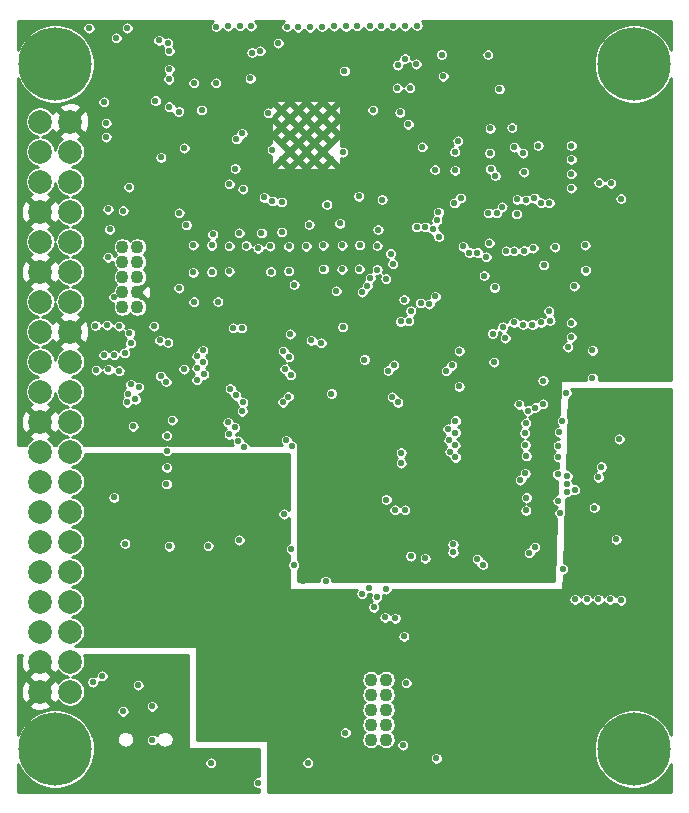
<source format=gbr>
G04 #@! TF.GenerationSoftware,KiCad,Pcbnew,5.1.4+dfsg1-1~bpo9+1*
G04 #@! TF.CreationDate,2019-11-25T12:29:00+01:00*
G04 #@! TF.ProjectId,zglue-demo-board,7a676c75-652d-4646-956d-6f2d626f6172,rev?*
G04 #@! TF.SameCoordinates,Original*
G04 #@! TF.FileFunction,Copper,L5,Inr*
G04 #@! TF.FilePolarity,Positive*
%FSLAX46Y46*%
G04 Gerber Fmt 4.6, Leading zero omitted, Abs format (unit mm)*
G04 Created by KiCad (PCBNEW 5.1.4+dfsg1-1~bpo9+1) date 2019-11-25 12:29:00*
%MOMM*%
%LPD*%
G04 APERTURE LIST*
%ADD10C,0.500000*%
%ADD11C,1.100000*%
%ADD12C,6.200000*%
%ADD13C,2.000000*%
%ADD14C,0.550000*%
%ADD15C,0.254000*%
G04 APERTURE END LIST*
D10*
X22650000Y-12100000D03*
X24050000Y-12100000D03*
X25450000Y-12100000D03*
X26850000Y-12100000D03*
X22650000Y-10700000D03*
X24050000Y-10700000D03*
X25450000Y-10700000D03*
X26850000Y-10700000D03*
X22650000Y-9300000D03*
X24050000Y-9300000D03*
X25450000Y-9300000D03*
X26850000Y-9300000D03*
X22650000Y-7900000D03*
X24050000Y-7900000D03*
X25450000Y-7900000D03*
X26850000Y-7900000D03*
D11*
X30240000Y-56120000D03*
X31510000Y-56120000D03*
X30240000Y-57390000D03*
X31510000Y-57390000D03*
X30240000Y-58660000D03*
X31510000Y-58660000D03*
X30240000Y-59930000D03*
X31510000Y-59930000D03*
X30240000Y-61200000D03*
X31510000Y-61200000D03*
X9190000Y-19490000D03*
X10460000Y-19490000D03*
X9190000Y-20760000D03*
X10460000Y-20760000D03*
X9190000Y-22030000D03*
X10460000Y-22030000D03*
X9190000Y-23300000D03*
X10460000Y-23300000D03*
X9190000Y-24570000D03*
X10460000Y-24570000D03*
D12*
X3500000Y-4000000D03*
X3500000Y-62000000D03*
X52500000Y-62000000D03*
X52500000Y-4000000D03*
D13*
X4770000Y-57130000D03*
X2230000Y-57130000D03*
X4770000Y-54590000D03*
X2230000Y-54590000D03*
X4770000Y-52050000D03*
X2230000Y-52050000D03*
X4770000Y-49510000D03*
X2230000Y-49510000D03*
X4770000Y-46970000D03*
X2230000Y-46970000D03*
X4770000Y-44430000D03*
X2230000Y-44430000D03*
X4770000Y-41890000D03*
X2230000Y-41890000D03*
X4770000Y-39350000D03*
X2230000Y-39350000D03*
X4770000Y-36810000D03*
X2230000Y-36810000D03*
X4770000Y-34270000D03*
X2230000Y-34270000D03*
X4770000Y-31730000D03*
X2230000Y-31730000D03*
X4770000Y-29190000D03*
X2230000Y-29190000D03*
X4770000Y-26650000D03*
X2230000Y-26650000D03*
X4770000Y-24110000D03*
X2230000Y-24110000D03*
X4770000Y-21570000D03*
X2230000Y-21570000D03*
X4770000Y-19030000D03*
X2230000Y-19030000D03*
X4770000Y-16490000D03*
X2230000Y-16490000D03*
X4770000Y-13950000D03*
X2230000Y-13950000D03*
X4770000Y-11410000D03*
X2230000Y-11410000D03*
X4770000Y-8870000D03*
X2230000Y-8870000D03*
D14*
X43641351Y-45388649D03*
X23278649Y-28798649D03*
X25000000Y-4350000D03*
X19250000Y-6600000D03*
X19250000Y-7600000D03*
X17000000Y-12350000D03*
X18000000Y-12350000D03*
X19250000Y-13850000D03*
X19335883Y-11764117D03*
X32500000Y-9600000D03*
X30620000Y-7240000D03*
X31500000Y-17600000D03*
X29750000Y-18350000D03*
X28500000Y-17600000D03*
X22000000Y-17600000D03*
X27500000Y-15350000D03*
X9250000Y-58800000D03*
X24500000Y-47750000D03*
X46500000Y-46750000D03*
X43500000Y-46750000D03*
X40500000Y-46750000D03*
X37500000Y-46750000D03*
X17000000Y-7850000D03*
X18000000Y-7850000D03*
X51250000Y-35750000D03*
X51000000Y-44250000D03*
X49750000Y-38100000D03*
X49500000Y-39000000D03*
X51000000Y-21250000D03*
X50750000Y-30500000D03*
X48750000Y-23750000D03*
X48750000Y-24750000D03*
X43500000Y-16500000D03*
X16100000Y-31300000D03*
X23200000Y-27500000D03*
X19600000Y-28200000D03*
X23500000Y-31200000D03*
X23300000Y-33700000D03*
X22400000Y-34300000D03*
X22400000Y-35700000D03*
X32300000Y-28200000D03*
X32700000Y-29000000D03*
X30900000Y-31800000D03*
X33600000Y-32800000D03*
X32800000Y-35000000D03*
X33600000Y-35800000D03*
X39900000Y-37800000D03*
X40100000Y-34700000D03*
X40100000Y-31500000D03*
X47000000Y-20800000D03*
X47490000Y-40037510D03*
X10400000Y-1800000D03*
X47558420Y-26534458D03*
X16239117Y-13110883D03*
X15900000Y-33125010D03*
X7500000Y-55800000D03*
X6680494Y-56338254D03*
X46100000Y-25550000D03*
X46500000Y-19500000D03*
X24000000Y-27400000D03*
X32500000Y-13600000D03*
X46760000Y-31860000D03*
X41420000Y-24830000D03*
X37490000Y-20120000D03*
X30730000Y-13650000D03*
X34720000Y-5120000D03*
X35780000Y-62790000D03*
X25310000Y-44175000D03*
X26560000Y-16700000D03*
X15320000Y-15430000D03*
X14970000Y-3870000D03*
X11710000Y-58380000D03*
X11740000Y-61230000D03*
X30474987Y-45750000D03*
X7815000Y-13510000D03*
X13365000Y-11300000D03*
X16680000Y-63170000D03*
X24890000Y-63160000D03*
X46170876Y-26729124D03*
X22290000Y-1460000D03*
X40930000Y-19710000D03*
X8470000Y-40700000D03*
X42035801Y-16254351D03*
X37190000Y-44672500D03*
X23248649Y-32161351D03*
X37190000Y-45347500D03*
X22771351Y-32638649D03*
X39708649Y-46388649D03*
X22961351Y-29831351D03*
X39231351Y-45911351D03*
X23438649Y-30308649D03*
X44118649Y-44911351D03*
X22801351Y-28321351D03*
X26900000Y-31900000D03*
X51400000Y-15400000D03*
X51400000Y-49400000D03*
X33600000Y-24900000D03*
X19075000Y-18300000D03*
X32089124Y-20910876D03*
X26500000Y-15900000D03*
X10530000Y-56590000D03*
X47460000Y-22810000D03*
X23720000Y-46420000D03*
X46900000Y-27970000D03*
X14010000Y-16600000D03*
X9258471Y-16416283D03*
X22870000Y-42100010D03*
X31195876Y-15475876D03*
X40140000Y-3210000D03*
X32950000Y-61660000D03*
X30470000Y-50000000D03*
X12930000Y-39570000D03*
X37088649Y-29511351D03*
X45337500Y-15750000D03*
X31701351Y-29958649D03*
X38582500Y-19970000D03*
X32178649Y-29481351D03*
X39257500Y-19970000D03*
X32528649Y-32658649D03*
X41682500Y-19830000D03*
X32051351Y-32181351D03*
X42357500Y-19830000D03*
X36611351Y-29988649D03*
X44662500Y-15750000D03*
X49150011Y-41559999D03*
X18854986Y-10344838D03*
X47197079Y-27104610D03*
X19339654Y-9875010D03*
X47200000Y-25900000D03*
X49000000Y-30600000D03*
X49000000Y-28250000D03*
X34590000Y-11020000D03*
X23538649Y-36338649D03*
X46800000Y-40237500D03*
X23061351Y-35861351D03*
X46800000Y-39562500D03*
X45800000Y-19500000D03*
X16750000Y-21590000D03*
X16750000Y-19350000D03*
X43990000Y-19590000D03*
X18120000Y-790000D03*
X14620000Y-17625000D03*
X43200000Y-19800000D03*
X44860000Y-21030000D03*
X18240000Y-21550000D03*
X18240000Y-19400000D03*
X19130000Y-770000D03*
X17290000Y-24115000D03*
X44400000Y-10900000D03*
X13400871Y-34149386D03*
X19000000Y-35900000D03*
X43180000Y-13160000D03*
X38045261Y-19446491D03*
X18230000Y-35360000D03*
X29494393Y-23319252D03*
X10300000Y-32397018D03*
X42628868Y-15467220D03*
X43360000Y-15530000D03*
X18700000Y-34775000D03*
X29919475Y-22794912D03*
X10580000Y-31380000D03*
X9905000Y-31130000D03*
X18140000Y-34350000D03*
X30170000Y-22120000D03*
X44080000Y-15355010D03*
X39816541Y-21916541D03*
X19680000Y-19370000D03*
X19290000Y-26340000D03*
X33422746Y-25744857D03*
X20110000Y-790000D03*
X40010000Y-20325000D03*
X15190000Y-21650000D03*
X15180000Y-19330000D03*
X17130000Y-840000D03*
X41600000Y-27200000D03*
X26210000Y-19350000D03*
X26220000Y-21340000D03*
X26040000Y-27610000D03*
X28150000Y-820000D03*
X41390000Y-26249999D03*
X24770000Y-19430000D03*
X23730000Y-22680000D03*
X23407227Y-26857594D03*
X26120000Y-830000D03*
X27300000Y-23200000D03*
X30100000Y-48350000D03*
X21690000Y-19420000D03*
X21750000Y-21580000D03*
X24088000Y-890000D03*
X12950000Y-35460000D03*
X19100000Y-44300000D03*
X16850000Y-18425000D03*
X18250000Y-14150000D03*
X32750000Y-25800000D03*
X31900000Y-20050000D03*
X20025000Y-5225000D03*
X31500000Y-22180000D03*
X20680000Y-19610000D03*
X12990000Y-36750000D03*
X12950000Y-38160000D03*
X29480000Y-48860000D03*
X29280000Y-19340000D03*
X29240000Y-21350000D03*
X29090000Y-780000D03*
X27800000Y-19350000D03*
X27790000Y-21380000D03*
X18590000Y-26340000D03*
X27840000Y-26275000D03*
X45410000Y-25720000D03*
X27130000Y-800000D03*
X40540000Y-26820000D03*
X23280000Y-19440000D03*
X23270000Y-21540000D03*
X25190000Y-27400000D03*
X25104000Y-890000D03*
X21200000Y-15300000D03*
X15900000Y-7900000D03*
X12000000Y-7100000D03*
X15250000Y-5600000D03*
X21903749Y-15601874D03*
X22674990Y-15700000D03*
X9735000Y-14430000D03*
X47750000Y-45750000D03*
X50250000Y-45750000D03*
X50500000Y-32750000D03*
X47500000Y-32750000D03*
X23000000Y-37600000D03*
X22900000Y-38800000D03*
X16804124Y-55475876D03*
X16910000Y-56390000D03*
X7970000Y-20360000D03*
X6825000Y-57925000D03*
X12020000Y-55320000D03*
X11990000Y-57450000D03*
X10470000Y-58380000D03*
X10480000Y-61300000D03*
X31530000Y-48450000D03*
X23480000Y-45050000D03*
X44650000Y-25880000D03*
X46450021Y-34240000D03*
X43920000Y-26060000D03*
X46175010Y-35160000D03*
X43100000Y-26060000D03*
X46100000Y-36310000D03*
X42330000Y-25880000D03*
X46100000Y-37270000D03*
X45300000Y-24900000D03*
X40710000Y-22920000D03*
X13175020Y-44830000D03*
X32310000Y-50930000D03*
X44810000Y-30800000D03*
X40636316Y-29243684D03*
X16460000Y-44790000D03*
X31420000Y-50850000D03*
X46220000Y-42030000D03*
X42760000Y-32810000D03*
X46080000Y-40970000D03*
X43524748Y-33354339D03*
X46860000Y-38860000D03*
X44150000Y-33100000D03*
X46040000Y-38740000D03*
X44800000Y-32770000D03*
X16000000Y-29250000D03*
X15500000Y-29750000D03*
X28070000Y-60610000D03*
X15500000Y-28750000D03*
X16000000Y-28250000D03*
X33140000Y-790000D03*
X34150000Y-740000D03*
X19350000Y-33400000D03*
X7910000Y-26110000D03*
X8460000Y-28634659D03*
X19400000Y-32650000D03*
X8929124Y-26190876D03*
X9381843Y-28464583D03*
X18800000Y-32050000D03*
X6910000Y-26140000D03*
X12358916Y-27398667D03*
X14410000Y-29830000D03*
X19474980Y-36425000D03*
X20710000Y-64850000D03*
X15500000Y-30750000D03*
X18330000Y-31480000D03*
X16090000Y-30277000D03*
X6370000Y-960000D03*
X29690000Y-29020000D03*
X13160000Y-2880000D03*
X31539444Y-40875000D03*
X8930000Y-29970000D03*
X33100000Y-41750000D03*
X8020330Y-29859670D03*
X32250000Y-41750000D03*
X6980000Y-29920000D03*
X37700000Y-28300000D03*
X43354767Y-34405233D03*
X43250000Y-35230000D03*
X43320000Y-36260000D03*
X43400000Y-37180000D03*
X37700000Y-31300000D03*
X34830000Y-45860000D03*
X33600000Y-45672500D03*
X13975000Y-22970000D03*
X43290000Y-38670000D03*
X42877779Y-39237500D03*
X43410000Y-40710000D03*
X43360000Y-41800000D03*
X37400000Y-34200000D03*
X36759637Y-34900000D03*
X37400000Y-35200000D03*
X8470000Y-23720000D03*
X11863251Y-26200000D03*
X36839844Y-35850001D03*
X37362623Y-36277000D03*
X36922702Y-36822702D03*
X32800000Y-36900000D03*
X37400000Y-37300000D03*
X32800000Y-37800000D03*
X13050000Y-27580000D03*
X15240000Y-24130000D03*
X28000000Y-4600000D03*
X32500000Y-4100000D03*
X33400000Y-9100000D03*
X25000000Y-17600000D03*
X30840000Y-18020000D03*
X20870000Y-2880000D03*
X18750000Y-12850000D03*
X21870000Y-11250000D03*
X22375426Y-2232515D03*
X20160000Y-3030000D03*
X17100000Y-5600000D03*
X32700000Y-8100000D03*
X7630000Y-7210000D03*
X13029710Y-2217692D03*
X23110000Y-840000D03*
X29200000Y-15200000D03*
X27600000Y-17500000D03*
X30400000Y-7900000D03*
X19400000Y-14600000D03*
X21560000Y-8140000D03*
X27870000Y-11460000D03*
X41120000Y-6110000D03*
X26400000Y-47800000D03*
X30740000Y-49140000D03*
X30770000Y-19380000D03*
X30770000Y-21400000D03*
X9399999Y-44600000D03*
X30150000Y-760000D03*
X9590000Y-950000D03*
X10110000Y-34670000D03*
X12270000Y-1999999D03*
X8660000Y-1790000D03*
X13170000Y-4450000D03*
X12450001Y-11910000D03*
X12430047Y-30429952D03*
X9600000Y-32640000D03*
X13170000Y-7620000D03*
X8115200Y-18005200D03*
X9798248Y-26800000D03*
X7815000Y-10185000D03*
X13120000Y-5290000D03*
X9906633Y-27618702D03*
X7980000Y-16300000D03*
X7620000Y-28620000D03*
X7815000Y-9010000D03*
X13950000Y-8025000D03*
X14440000Y-11110000D03*
X12917558Y-30896814D03*
X9684989Y-31924989D03*
X50550000Y-14100000D03*
X40370000Y-12870000D03*
X42180000Y-9385000D03*
X49550000Y-14050000D03*
X40290000Y-11537500D03*
X48378459Y-19341541D03*
X48410000Y-21470000D03*
X50500000Y-49325010D03*
X40330000Y-9460000D03*
X42370000Y-11040000D03*
X40780000Y-13455000D03*
X49500000Y-49325010D03*
X43090000Y-11537500D03*
X48500000Y-49325010D03*
X33220000Y-56400000D03*
X47500000Y-49325010D03*
X33035000Y-52465000D03*
X33040000Y-23949999D03*
X40243524Y-19147625D03*
X35960000Y-16560000D03*
X40875000Y-16619124D03*
X34440000Y-24230000D03*
X40190000Y-16610000D03*
X35820000Y-17240000D03*
X35170000Y-24330000D03*
X37325001Y-11425001D03*
X37350000Y-13010000D03*
X37600000Y-10500000D03*
X35640000Y-12950000D03*
X35690000Y-23680000D03*
X47200000Y-10900000D03*
X35972124Y-18616124D03*
X47200000Y-12075000D03*
X35500000Y-18000000D03*
X47200000Y-13300000D03*
X34859637Y-17786546D03*
X47200000Y-14500000D03*
X34100000Y-17800000D03*
X33520000Y-6010000D03*
X22674990Y-18225000D03*
X31110000Y-760000D03*
X33120000Y-3540000D03*
X20975000Y-18325000D03*
X32475000Y-6020000D03*
X34060000Y-4000000D03*
X32100000Y-750000D03*
X42570000Y-16680000D03*
X37316356Y-15767947D03*
X37830000Y-15330000D03*
X41350000Y-16090000D03*
X36365000Y-5040000D03*
X36220000Y-3195000D03*
D15*
G36*
X55648000Y-60775417D02*
G01*
X55492659Y-60400391D01*
X55123087Y-59847288D01*
X54652712Y-59376913D01*
X54099609Y-59007341D01*
X53485035Y-58752776D01*
X52832605Y-58623000D01*
X52167395Y-58623000D01*
X51514965Y-58752776D01*
X50900391Y-59007341D01*
X50347288Y-59376913D01*
X49876913Y-59847288D01*
X49507341Y-60400391D01*
X49252776Y-61014965D01*
X49123000Y-61667395D01*
X49123000Y-62332605D01*
X49252776Y-62985035D01*
X49507341Y-63599609D01*
X49876913Y-64152712D01*
X50347288Y-64623087D01*
X50900391Y-64992659D01*
X51514965Y-65247224D01*
X52167395Y-65377000D01*
X52832605Y-65377000D01*
X53485035Y-65247224D01*
X54099609Y-64992659D01*
X54652712Y-64623087D01*
X55123087Y-64152712D01*
X55492659Y-63599609D01*
X55648000Y-63224583D01*
X55648000Y-65648000D01*
X21527000Y-65648000D01*
X21527000Y-63105633D01*
X24338000Y-63105633D01*
X24338000Y-63214367D01*
X24359213Y-63321012D01*
X24400824Y-63421470D01*
X24461234Y-63511880D01*
X24538120Y-63588766D01*
X24628530Y-63649176D01*
X24728988Y-63690787D01*
X24835633Y-63712000D01*
X24944367Y-63712000D01*
X25051012Y-63690787D01*
X25151470Y-63649176D01*
X25241880Y-63588766D01*
X25318766Y-63511880D01*
X25379176Y-63421470D01*
X25420787Y-63321012D01*
X25442000Y-63214367D01*
X25442000Y-63105633D01*
X25420787Y-62998988D01*
X25379176Y-62898530D01*
X25318766Y-62808120D01*
X25246279Y-62735633D01*
X35228000Y-62735633D01*
X35228000Y-62844367D01*
X35249213Y-62951012D01*
X35290824Y-63051470D01*
X35351234Y-63141880D01*
X35428120Y-63218766D01*
X35518530Y-63279176D01*
X35618988Y-63320787D01*
X35725633Y-63342000D01*
X35834367Y-63342000D01*
X35941012Y-63320787D01*
X36041470Y-63279176D01*
X36131880Y-63218766D01*
X36208766Y-63141880D01*
X36269176Y-63051470D01*
X36310787Y-62951012D01*
X36332000Y-62844367D01*
X36332000Y-62735633D01*
X36310787Y-62628988D01*
X36269176Y-62528530D01*
X36208766Y-62438120D01*
X36131880Y-62361234D01*
X36041470Y-62300824D01*
X35941012Y-62259213D01*
X35834367Y-62238000D01*
X35725633Y-62238000D01*
X35618988Y-62259213D01*
X35518530Y-62300824D01*
X35428120Y-62361234D01*
X35351234Y-62438120D01*
X35290824Y-62528530D01*
X35249213Y-62628988D01*
X35228000Y-62735633D01*
X25246279Y-62735633D01*
X25241880Y-62731234D01*
X25151470Y-62670824D01*
X25051012Y-62629213D01*
X24944367Y-62608000D01*
X24835633Y-62608000D01*
X24728988Y-62629213D01*
X24628530Y-62670824D01*
X24538120Y-62731234D01*
X24461234Y-62808120D01*
X24400824Y-62898530D01*
X24359213Y-62998988D01*
X24338000Y-63105633D01*
X21527000Y-63105633D01*
X21527000Y-61400000D01*
X21524560Y-61375224D01*
X21517333Y-61351399D01*
X21505597Y-61329443D01*
X21489803Y-61310197D01*
X21470557Y-61294403D01*
X21448601Y-61282667D01*
X21424776Y-61275440D01*
X21400000Y-61273000D01*
X15527000Y-61273000D01*
X15527000Y-60555633D01*
X27518000Y-60555633D01*
X27518000Y-60664367D01*
X27539213Y-60771012D01*
X27580824Y-60871470D01*
X27641234Y-60961880D01*
X27718120Y-61038766D01*
X27808530Y-61099176D01*
X27908988Y-61140787D01*
X28015633Y-61162000D01*
X28124367Y-61162000D01*
X28231012Y-61140787D01*
X28331470Y-61099176D01*
X28421880Y-61038766D01*
X28498766Y-60961880D01*
X28559176Y-60871470D01*
X28600787Y-60771012D01*
X28622000Y-60664367D01*
X28622000Y-60555633D01*
X28600787Y-60448988D01*
X28559176Y-60348530D01*
X28498766Y-60258120D01*
X28421880Y-60181234D01*
X28331470Y-60120824D01*
X28231012Y-60079213D01*
X28124367Y-60058000D01*
X28015633Y-60058000D01*
X27908988Y-60079213D01*
X27808530Y-60120824D01*
X27718120Y-60181234D01*
X27641234Y-60258120D01*
X27580824Y-60348530D01*
X27539213Y-60448988D01*
X27518000Y-60555633D01*
X15527000Y-60555633D01*
X15527000Y-56038548D01*
X29413000Y-56038548D01*
X29413000Y-56201452D01*
X29444782Y-56361227D01*
X29507123Y-56511731D01*
X29597628Y-56647181D01*
X29705447Y-56755000D01*
X29597628Y-56862819D01*
X29507123Y-56998269D01*
X29444782Y-57148773D01*
X29413000Y-57308548D01*
X29413000Y-57471452D01*
X29444782Y-57631227D01*
X29507123Y-57781731D01*
X29597628Y-57917181D01*
X29705447Y-58025000D01*
X29597628Y-58132819D01*
X29507123Y-58268269D01*
X29444782Y-58418773D01*
X29413000Y-58578548D01*
X29413000Y-58741452D01*
X29444782Y-58901227D01*
X29507123Y-59051731D01*
X29597628Y-59187181D01*
X29705447Y-59295000D01*
X29597628Y-59402819D01*
X29507123Y-59538269D01*
X29444782Y-59688773D01*
X29413000Y-59848548D01*
X29413000Y-60011452D01*
X29444782Y-60171227D01*
X29507123Y-60321731D01*
X29597628Y-60457181D01*
X29705447Y-60565000D01*
X29597628Y-60672819D01*
X29507123Y-60808269D01*
X29444782Y-60958773D01*
X29413000Y-61118548D01*
X29413000Y-61281452D01*
X29444782Y-61441227D01*
X29507123Y-61591731D01*
X29597628Y-61727181D01*
X29712819Y-61842372D01*
X29848269Y-61932877D01*
X29998773Y-61995218D01*
X30158548Y-62027000D01*
X30321452Y-62027000D01*
X30481227Y-61995218D01*
X30631731Y-61932877D01*
X30767181Y-61842372D01*
X30875000Y-61734553D01*
X30982819Y-61842372D01*
X31118269Y-61932877D01*
X31268773Y-61995218D01*
X31428548Y-62027000D01*
X31591452Y-62027000D01*
X31751227Y-61995218D01*
X31901731Y-61932877D01*
X32037181Y-61842372D01*
X32152372Y-61727181D01*
X32233587Y-61605633D01*
X32398000Y-61605633D01*
X32398000Y-61714367D01*
X32419213Y-61821012D01*
X32460824Y-61921470D01*
X32521234Y-62011880D01*
X32598120Y-62088766D01*
X32688530Y-62149176D01*
X32788988Y-62190787D01*
X32895633Y-62212000D01*
X33004367Y-62212000D01*
X33111012Y-62190787D01*
X33211470Y-62149176D01*
X33301880Y-62088766D01*
X33378766Y-62011880D01*
X33439176Y-61921470D01*
X33480787Y-61821012D01*
X33502000Y-61714367D01*
X33502000Y-61605633D01*
X33480787Y-61498988D01*
X33439176Y-61398530D01*
X33378766Y-61308120D01*
X33301880Y-61231234D01*
X33211470Y-61170824D01*
X33111012Y-61129213D01*
X33004367Y-61108000D01*
X32895633Y-61108000D01*
X32788988Y-61129213D01*
X32688530Y-61170824D01*
X32598120Y-61231234D01*
X32521234Y-61308120D01*
X32460824Y-61398530D01*
X32419213Y-61498988D01*
X32398000Y-61605633D01*
X32233587Y-61605633D01*
X32242877Y-61591731D01*
X32305218Y-61441227D01*
X32337000Y-61281452D01*
X32337000Y-61118548D01*
X32305218Y-60958773D01*
X32242877Y-60808269D01*
X32152372Y-60672819D01*
X32044553Y-60565000D01*
X32152372Y-60457181D01*
X32242877Y-60321731D01*
X32305218Y-60171227D01*
X32337000Y-60011452D01*
X32337000Y-59848548D01*
X32305218Y-59688773D01*
X32242877Y-59538269D01*
X32152372Y-59402819D01*
X32044553Y-59295000D01*
X32152372Y-59187181D01*
X32242877Y-59051731D01*
X32305218Y-58901227D01*
X32337000Y-58741452D01*
X32337000Y-58578548D01*
X32305218Y-58418773D01*
X32242877Y-58268269D01*
X32152372Y-58132819D01*
X32044553Y-58025000D01*
X32152372Y-57917181D01*
X32242877Y-57781731D01*
X32305218Y-57631227D01*
X32337000Y-57471452D01*
X32337000Y-57308548D01*
X32305218Y-57148773D01*
X32242877Y-56998269D01*
X32152372Y-56862819D01*
X32044553Y-56755000D01*
X32152372Y-56647181D01*
X32242877Y-56511731D01*
X32305218Y-56361227D01*
X32308319Y-56345633D01*
X32668000Y-56345633D01*
X32668000Y-56454367D01*
X32689213Y-56561012D01*
X32730824Y-56661470D01*
X32791234Y-56751880D01*
X32868120Y-56828766D01*
X32958530Y-56889176D01*
X33058988Y-56930787D01*
X33165633Y-56952000D01*
X33274367Y-56952000D01*
X33381012Y-56930787D01*
X33481470Y-56889176D01*
X33571880Y-56828766D01*
X33648766Y-56751880D01*
X33709176Y-56661470D01*
X33750787Y-56561012D01*
X33772000Y-56454367D01*
X33772000Y-56345633D01*
X33750787Y-56238988D01*
X33709176Y-56138530D01*
X33648766Y-56048120D01*
X33571880Y-55971234D01*
X33481470Y-55910824D01*
X33381012Y-55869213D01*
X33274367Y-55848000D01*
X33165633Y-55848000D01*
X33058988Y-55869213D01*
X32958530Y-55910824D01*
X32868120Y-55971234D01*
X32791234Y-56048120D01*
X32730824Y-56138530D01*
X32689213Y-56238988D01*
X32668000Y-56345633D01*
X32308319Y-56345633D01*
X32337000Y-56201452D01*
X32337000Y-56038548D01*
X32305218Y-55878773D01*
X32242877Y-55728269D01*
X32152372Y-55592819D01*
X32037181Y-55477628D01*
X31901731Y-55387123D01*
X31751227Y-55324782D01*
X31591452Y-55293000D01*
X31428548Y-55293000D01*
X31268773Y-55324782D01*
X31118269Y-55387123D01*
X30982819Y-55477628D01*
X30875000Y-55585447D01*
X30767181Y-55477628D01*
X30631731Y-55387123D01*
X30481227Y-55324782D01*
X30321452Y-55293000D01*
X30158548Y-55293000D01*
X29998773Y-55324782D01*
X29848269Y-55387123D01*
X29712819Y-55477628D01*
X29597628Y-55592819D01*
X29507123Y-55728269D01*
X29444782Y-55878773D01*
X29413000Y-56038548D01*
X15527000Y-56038548D01*
X15527000Y-53400000D01*
X15524560Y-53375224D01*
X15517333Y-53351399D01*
X15505597Y-53329443D01*
X15489803Y-53310197D01*
X15470557Y-53294403D01*
X15448601Y-53282667D01*
X15424776Y-53275440D01*
X15400000Y-53273000D01*
X5154379Y-53273000D01*
X5374886Y-53181663D01*
X5584040Y-53041911D01*
X5761911Y-52864040D01*
X5901663Y-52654886D01*
X5997926Y-52422487D01*
X6000283Y-52410633D01*
X32483000Y-52410633D01*
X32483000Y-52519367D01*
X32504213Y-52626012D01*
X32545824Y-52726470D01*
X32606234Y-52816880D01*
X32683120Y-52893766D01*
X32773530Y-52954176D01*
X32873988Y-52995787D01*
X32980633Y-53017000D01*
X33089367Y-53017000D01*
X33196012Y-52995787D01*
X33296470Y-52954176D01*
X33386880Y-52893766D01*
X33463766Y-52816880D01*
X33524176Y-52726470D01*
X33565787Y-52626012D01*
X33587000Y-52519367D01*
X33587000Y-52410633D01*
X33565787Y-52303988D01*
X33524176Y-52203530D01*
X33463766Y-52113120D01*
X33386880Y-52036234D01*
X33296470Y-51975824D01*
X33196012Y-51934213D01*
X33089367Y-51913000D01*
X32980633Y-51913000D01*
X32873988Y-51934213D01*
X32773530Y-51975824D01*
X32683120Y-52036234D01*
X32606234Y-52113120D01*
X32545824Y-52203530D01*
X32504213Y-52303988D01*
X32483000Y-52410633D01*
X6000283Y-52410633D01*
X6047000Y-52175774D01*
X6047000Y-51924226D01*
X5997926Y-51677513D01*
X5901663Y-51445114D01*
X5761911Y-51235960D01*
X5584040Y-51058089D01*
X5374886Y-50918337D01*
X5142487Y-50822074D01*
X5009559Y-50795633D01*
X30868000Y-50795633D01*
X30868000Y-50904367D01*
X30889213Y-51011012D01*
X30930824Y-51111470D01*
X30991234Y-51201880D01*
X31068120Y-51278766D01*
X31158530Y-51339176D01*
X31258988Y-51380787D01*
X31365633Y-51402000D01*
X31474367Y-51402000D01*
X31581012Y-51380787D01*
X31681470Y-51339176D01*
X31771880Y-51278766D01*
X31836186Y-51214460D01*
X31881234Y-51281880D01*
X31958120Y-51358766D01*
X32048530Y-51419176D01*
X32148988Y-51460787D01*
X32255633Y-51482000D01*
X32364367Y-51482000D01*
X32471012Y-51460787D01*
X32571470Y-51419176D01*
X32661880Y-51358766D01*
X32738766Y-51281880D01*
X32799176Y-51191470D01*
X32840787Y-51091012D01*
X32862000Y-50984367D01*
X32862000Y-50875633D01*
X32840787Y-50768988D01*
X32799176Y-50668530D01*
X32738766Y-50578120D01*
X32661880Y-50501234D01*
X32571470Y-50440824D01*
X32471012Y-50399213D01*
X32364367Y-50378000D01*
X32255633Y-50378000D01*
X32148988Y-50399213D01*
X32048530Y-50440824D01*
X31958120Y-50501234D01*
X31893814Y-50565540D01*
X31848766Y-50498120D01*
X31771880Y-50421234D01*
X31681470Y-50360824D01*
X31581012Y-50319213D01*
X31474367Y-50298000D01*
X31365633Y-50298000D01*
X31258988Y-50319213D01*
X31158530Y-50360824D01*
X31068120Y-50421234D01*
X30991234Y-50498120D01*
X30930824Y-50588530D01*
X30889213Y-50688988D01*
X30868000Y-50795633D01*
X5009559Y-50795633D01*
X4930966Y-50780000D01*
X5142487Y-50737926D01*
X5374886Y-50641663D01*
X5584040Y-50501911D01*
X5761911Y-50324040D01*
X5901663Y-50114886D01*
X5997926Y-49882487D01*
X6047000Y-49635774D01*
X6047000Y-49384226D01*
X5997926Y-49137513D01*
X5901663Y-48905114D01*
X5761911Y-48695960D01*
X5584040Y-48518089D01*
X5374886Y-48378337D01*
X5142487Y-48282074D01*
X4930966Y-48240000D01*
X5142487Y-48197926D01*
X5374886Y-48101663D01*
X5584040Y-47961911D01*
X5761911Y-47784040D01*
X5901663Y-47574886D01*
X5997926Y-47342487D01*
X6047000Y-47095774D01*
X6047000Y-46844226D01*
X5997926Y-46597513D01*
X5901663Y-46365114D01*
X5761911Y-46155960D01*
X5584040Y-45978089D01*
X5374886Y-45838337D01*
X5142487Y-45742074D01*
X4930966Y-45700000D01*
X5142487Y-45657926D01*
X5374886Y-45561663D01*
X5584040Y-45421911D01*
X5761911Y-45244040D01*
X5901663Y-45034886D01*
X5997926Y-44802487D01*
X6047000Y-44555774D01*
X6047000Y-44545633D01*
X8847999Y-44545633D01*
X8847999Y-44654367D01*
X8869212Y-44761012D01*
X8910823Y-44861470D01*
X8971233Y-44951880D01*
X9048119Y-45028766D01*
X9138529Y-45089176D01*
X9238987Y-45130787D01*
X9345632Y-45152000D01*
X9454366Y-45152000D01*
X9561011Y-45130787D01*
X9661469Y-45089176D01*
X9751879Y-45028766D01*
X9828765Y-44951880D01*
X9889175Y-44861470D01*
X9924729Y-44775633D01*
X12623020Y-44775633D01*
X12623020Y-44884367D01*
X12644233Y-44991012D01*
X12685844Y-45091470D01*
X12746254Y-45181880D01*
X12823140Y-45258766D01*
X12913550Y-45319176D01*
X13014008Y-45360787D01*
X13120653Y-45382000D01*
X13229387Y-45382000D01*
X13336032Y-45360787D01*
X13436490Y-45319176D01*
X13526900Y-45258766D01*
X13603786Y-45181880D01*
X13664196Y-45091470D01*
X13705807Y-44991012D01*
X13727020Y-44884367D01*
X13727020Y-44775633D01*
X13719064Y-44735633D01*
X15908000Y-44735633D01*
X15908000Y-44844367D01*
X15929213Y-44951012D01*
X15970824Y-45051470D01*
X16031234Y-45141880D01*
X16108120Y-45218766D01*
X16198530Y-45279176D01*
X16298988Y-45320787D01*
X16405633Y-45342000D01*
X16514367Y-45342000D01*
X16621012Y-45320787D01*
X16721470Y-45279176D01*
X16811880Y-45218766D01*
X16888766Y-45141880D01*
X16949176Y-45051470D01*
X16990787Y-44951012D01*
X17012000Y-44844367D01*
X17012000Y-44735633D01*
X16990787Y-44628988D01*
X16949176Y-44528530D01*
X16888766Y-44438120D01*
X16811880Y-44361234D01*
X16721470Y-44300824D01*
X16621012Y-44259213D01*
X16552741Y-44245633D01*
X18548000Y-44245633D01*
X18548000Y-44354367D01*
X18569213Y-44461012D01*
X18610824Y-44561470D01*
X18671234Y-44651880D01*
X18748120Y-44728766D01*
X18838530Y-44789176D01*
X18938988Y-44830787D01*
X19045633Y-44852000D01*
X19154367Y-44852000D01*
X19261012Y-44830787D01*
X19361470Y-44789176D01*
X19451880Y-44728766D01*
X19528766Y-44651880D01*
X19589176Y-44561470D01*
X19630787Y-44461012D01*
X19652000Y-44354367D01*
X19652000Y-44245633D01*
X19630787Y-44138988D01*
X19589176Y-44038530D01*
X19528766Y-43948120D01*
X19451880Y-43871234D01*
X19361470Y-43810824D01*
X19261012Y-43769213D01*
X19154367Y-43748000D01*
X19045633Y-43748000D01*
X18938988Y-43769213D01*
X18838530Y-43810824D01*
X18748120Y-43871234D01*
X18671234Y-43948120D01*
X18610824Y-44038530D01*
X18569213Y-44138988D01*
X18548000Y-44245633D01*
X16552741Y-44245633D01*
X16514367Y-44238000D01*
X16405633Y-44238000D01*
X16298988Y-44259213D01*
X16198530Y-44300824D01*
X16108120Y-44361234D01*
X16031234Y-44438120D01*
X15970824Y-44528530D01*
X15929213Y-44628988D01*
X15908000Y-44735633D01*
X13719064Y-44735633D01*
X13705807Y-44668988D01*
X13664196Y-44568530D01*
X13603786Y-44478120D01*
X13526900Y-44401234D01*
X13436490Y-44340824D01*
X13336032Y-44299213D01*
X13229387Y-44278000D01*
X13120653Y-44278000D01*
X13014008Y-44299213D01*
X12913550Y-44340824D01*
X12823140Y-44401234D01*
X12746254Y-44478120D01*
X12685844Y-44568530D01*
X12644233Y-44668988D01*
X12623020Y-44775633D01*
X9924729Y-44775633D01*
X9930786Y-44761012D01*
X9951999Y-44654367D01*
X9951999Y-44545633D01*
X9930786Y-44438988D01*
X9889175Y-44338530D01*
X9828765Y-44248120D01*
X9751879Y-44171234D01*
X9661469Y-44110824D01*
X9561011Y-44069213D01*
X9454366Y-44048000D01*
X9345632Y-44048000D01*
X9238987Y-44069213D01*
X9138529Y-44110824D01*
X9048119Y-44171234D01*
X8971233Y-44248120D01*
X8910823Y-44338530D01*
X8869212Y-44438988D01*
X8847999Y-44545633D01*
X6047000Y-44545633D01*
X6047000Y-44304226D01*
X5997926Y-44057513D01*
X5901663Y-43825114D01*
X5761911Y-43615960D01*
X5584040Y-43438089D01*
X5374886Y-43298337D01*
X5142487Y-43202074D01*
X4930966Y-43160000D01*
X5142487Y-43117926D01*
X5374886Y-43021663D01*
X5584040Y-42881911D01*
X5761911Y-42704040D01*
X5901663Y-42494886D01*
X5997926Y-42262487D01*
X6047000Y-42015774D01*
X6047000Y-41764226D01*
X5997926Y-41517513D01*
X5901663Y-41285114D01*
X5761911Y-41075960D01*
X5584040Y-40898089D01*
X5374886Y-40758337D01*
X5142487Y-40662074D01*
X5059833Y-40645633D01*
X7918000Y-40645633D01*
X7918000Y-40754367D01*
X7939213Y-40861012D01*
X7980824Y-40961470D01*
X8041234Y-41051880D01*
X8118120Y-41128766D01*
X8208530Y-41189176D01*
X8308988Y-41230787D01*
X8415633Y-41252000D01*
X8524367Y-41252000D01*
X8631012Y-41230787D01*
X8731470Y-41189176D01*
X8821880Y-41128766D01*
X8898766Y-41051880D01*
X8959176Y-40961470D01*
X9000787Y-40861012D01*
X9022000Y-40754367D01*
X9022000Y-40645633D01*
X9000787Y-40538988D01*
X8959176Y-40438530D01*
X8898766Y-40348120D01*
X8821880Y-40271234D01*
X8731470Y-40210824D01*
X8631012Y-40169213D01*
X8524367Y-40148000D01*
X8415633Y-40148000D01*
X8308988Y-40169213D01*
X8208530Y-40210824D01*
X8118120Y-40271234D01*
X8041234Y-40348120D01*
X7980824Y-40438530D01*
X7939213Y-40538988D01*
X7918000Y-40645633D01*
X5059833Y-40645633D01*
X4930966Y-40620000D01*
X5142487Y-40577926D01*
X5374886Y-40481663D01*
X5584040Y-40341911D01*
X5761911Y-40164040D01*
X5901663Y-39954886D01*
X5997926Y-39722487D01*
X6039071Y-39515633D01*
X12378000Y-39515633D01*
X12378000Y-39624367D01*
X12399213Y-39731012D01*
X12440824Y-39831470D01*
X12501234Y-39921880D01*
X12578120Y-39998766D01*
X12668530Y-40059176D01*
X12768988Y-40100787D01*
X12875633Y-40122000D01*
X12984367Y-40122000D01*
X13091012Y-40100787D01*
X13191470Y-40059176D01*
X13281880Y-39998766D01*
X13358766Y-39921880D01*
X13419176Y-39831470D01*
X13460787Y-39731012D01*
X13482000Y-39624367D01*
X13482000Y-39515633D01*
X13460787Y-39408988D01*
X13419176Y-39308530D01*
X13358766Y-39218120D01*
X13281880Y-39141234D01*
X13191470Y-39080824D01*
X13091012Y-39039213D01*
X12984367Y-39018000D01*
X12875633Y-39018000D01*
X12768988Y-39039213D01*
X12668530Y-39080824D01*
X12578120Y-39141234D01*
X12501234Y-39218120D01*
X12440824Y-39308530D01*
X12399213Y-39408988D01*
X12378000Y-39515633D01*
X6039071Y-39515633D01*
X6047000Y-39475774D01*
X6047000Y-39224226D01*
X5997926Y-38977513D01*
X5901663Y-38745114D01*
X5761911Y-38535960D01*
X5584040Y-38358089D01*
X5374886Y-38218337D01*
X5142487Y-38122074D01*
X5059833Y-38105633D01*
X12398000Y-38105633D01*
X12398000Y-38214367D01*
X12419213Y-38321012D01*
X12460824Y-38421470D01*
X12521234Y-38511880D01*
X12598120Y-38588766D01*
X12688530Y-38649176D01*
X12788988Y-38690787D01*
X12895633Y-38712000D01*
X13004367Y-38712000D01*
X13111012Y-38690787D01*
X13211470Y-38649176D01*
X13301880Y-38588766D01*
X13378766Y-38511880D01*
X13439176Y-38421470D01*
X13480787Y-38321012D01*
X13502000Y-38214367D01*
X13502000Y-38105633D01*
X13480787Y-37998988D01*
X13439176Y-37898530D01*
X13378766Y-37808120D01*
X13301880Y-37731234D01*
X13211470Y-37670824D01*
X13111012Y-37629213D01*
X13004367Y-37608000D01*
X12895633Y-37608000D01*
X12788988Y-37629213D01*
X12688530Y-37670824D01*
X12598120Y-37731234D01*
X12521234Y-37808120D01*
X12460824Y-37898530D01*
X12419213Y-37998988D01*
X12398000Y-38105633D01*
X5059833Y-38105633D01*
X4930966Y-38080000D01*
X5142487Y-38037926D01*
X5374886Y-37941663D01*
X5584040Y-37801911D01*
X5761911Y-37624040D01*
X5901663Y-37414886D01*
X5997926Y-37182487D01*
X6028854Y-37027000D01*
X12511201Y-37027000D01*
X12561234Y-37101880D01*
X12638120Y-37178766D01*
X12728530Y-37239176D01*
X12828988Y-37280787D01*
X12935633Y-37302000D01*
X13044367Y-37302000D01*
X13151012Y-37280787D01*
X13251470Y-37239176D01*
X13341880Y-37178766D01*
X13418766Y-37101880D01*
X13468799Y-37027000D01*
X23273000Y-37027000D01*
X23273000Y-41722364D01*
X23221880Y-41671244D01*
X23131470Y-41610834D01*
X23031012Y-41569223D01*
X22924367Y-41548010D01*
X22815633Y-41548010D01*
X22708988Y-41569223D01*
X22608530Y-41610834D01*
X22518120Y-41671244D01*
X22441234Y-41748130D01*
X22380824Y-41838540D01*
X22339213Y-41938998D01*
X22318000Y-42045643D01*
X22318000Y-42154377D01*
X22339213Y-42261022D01*
X22380824Y-42361480D01*
X22441234Y-42451890D01*
X22518120Y-42528776D01*
X22608530Y-42589186D01*
X22708988Y-42630797D01*
X22815633Y-42652010D01*
X22924367Y-42652010D01*
X23031012Y-42630797D01*
X23131470Y-42589186D01*
X23221880Y-42528776D01*
X23273000Y-42477656D01*
X23273000Y-44538262D01*
X23218530Y-44560824D01*
X23128120Y-44621234D01*
X23051234Y-44698120D01*
X22990824Y-44788530D01*
X22949213Y-44888988D01*
X22928000Y-44995633D01*
X22928000Y-45104367D01*
X22949213Y-45211012D01*
X22990824Y-45311470D01*
X23051234Y-45401880D01*
X23128120Y-45478766D01*
X23218530Y-45539176D01*
X23273000Y-45561738D01*
X23273000Y-46095409D01*
X23230824Y-46158530D01*
X23189213Y-46258988D01*
X23168000Y-46365633D01*
X23168000Y-46474367D01*
X23189213Y-46581012D01*
X23230824Y-46681470D01*
X23273000Y-46744591D01*
X23273000Y-48400000D01*
X23275440Y-48424776D01*
X23282667Y-48448601D01*
X23294403Y-48470557D01*
X23310197Y-48489803D01*
X23329443Y-48505597D01*
X23351399Y-48517333D01*
X23375224Y-48524560D01*
X23400000Y-48527000D01*
X29038619Y-48527000D01*
X28990824Y-48598530D01*
X28949213Y-48698988D01*
X28928000Y-48805633D01*
X28928000Y-48914367D01*
X28949213Y-49021012D01*
X28990824Y-49121470D01*
X29051234Y-49211880D01*
X29128120Y-49288766D01*
X29218530Y-49349176D01*
X29318988Y-49390787D01*
X29425633Y-49412000D01*
X29534367Y-49412000D01*
X29641012Y-49390787D01*
X29741470Y-49349176D01*
X29831880Y-49288766D01*
X29908766Y-49211880D01*
X29969176Y-49121470D01*
X30010787Y-49021012D01*
X30032000Y-48914367D01*
X30032000Y-48899288D01*
X30045633Y-48902000D01*
X30154367Y-48902000D01*
X30248890Y-48883198D01*
X30209213Y-48978988D01*
X30188000Y-49085633D01*
X30188000Y-49194367D01*
X30209213Y-49301012D01*
X30250824Y-49401470D01*
X30298885Y-49473398D01*
X30208530Y-49510824D01*
X30118120Y-49571234D01*
X30041234Y-49648120D01*
X29980824Y-49738530D01*
X29939213Y-49838988D01*
X29918000Y-49945633D01*
X29918000Y-50054367D01*
X29939213Y-50161012D01*
X29980824Y-50261470D01*
X30041234Y-50351880D01*
X30118120Y-50428766D01*
X30208530Y-50489176D01*
X30308988Y-50530787D01*
X30415633Y-50552000D01*
X30524367Y-50552000D01*
X30631012Y-50530787D01*
X30731470Y-50489176D01*
X30821880Y-50428766D01*
X30898766Y-50351880D01*
X30959176Y-50261470D01*
X31000787Y-50161012D01*
X31022000Y-50054367D01*
X31022000Y-49945633D01*
X31000787Y-49838988D01*
X30959176Y-49738530D01*
X30911115Y-49666602D01*
X31001470Y-49629176D01*
X31091880Y-49568766D01*
X31168766Y-49491880D01*
X31229176Y-49401470D01*
X31270787Y-49301012D01*
X31276827Y-49270643D01*
X46948000Y-49270643D01*
X46948000Y-49379377D01*
X46969213Y-49486022D01*
X47010824Y-49586480D01*
X47071234Y-49676890D01*
X47148120Y-49753776D01*
X47238530Y-49814186D01*
X47338988Y-49855797D01*
X47445633Y-49877010D01*
X47554367Y-49877010D01*
X47661012Y-49855797D01*
X47761470Y-49814186D01*
X47851880Y-49753776D01*
X47928766Y-49676890D01*
X47989176Y-49586480D01*
X48000000Y-49560349D01*
X48010824Y-49586480D01*
X48071234Y-49676890D01*
X48148120Y-49753776D01*
X48238530Y-49814186D01*
X48338988Y-49855797D01*
X48445633Y-49877010D01*
X48554367Y-49877010D01*
X48661012Y-49855797D01*
X48761470Y-49814186D01*
X48851880Y-49753776D01*
X48928766Y-49676890D01*
X48989176Y-49586480D01*
X49000000Y-49560349D01*
X49010824Y-49586480D01*
X49071234Y-49676890D01*
X49148120Y-49753776D01*
X49238530Y-49814186D01*
X49338988Y-49855797D01*
X49445633Y-49877010D01*
X49554367Y-49877010D01*
X49661012Y-49855797D01*
X49761470Y-49814186D01*
X49851880Y-49753776D01*
X49928766Y-49676890D01*
X49989176Y-49586480D01*
X50000000Y-49560349D01*
X50010824Y-49586480D01*
X50071234Y-49676890D01*
X50148120Y-49753776D01*
X50238530Y-49814186D01*
X50338988Y-49855797D01*
X50445633Y-49877010D01*
X50554367Y-49877010D01*
X50661012Y-49855797D01*
X50761470Y-49814186D01*
X50851880Y-49753776D01*
X50924187Y-49681469D01*
X50971234Y-49751880D01*
X51048120Y-49828766D01*
X51138530Y-49889176D01*
X51238988Y-49930787D01*
X51345633Y-49952000D01*
X51454367Y-49952000D01*
X51561012Y-49930787D01*
X51661470Y-49889176D01*
X51751880Y-49828766D01*
X51828766Y-49751880D01*
X51889176Y-49661470D01*
X51930787Y-49561012D01*
X51952000Y-49454367D01*
X51952000Y-49345633D01*
X51930787Y-49238988D01*
X51889176Y-49138530D01*
X51828766Y-49048120D01*
X51751880Y-48971234D01*
X51661470Y-48910824D01*
X51561012Y-48869213D01*
X51454367Y-48848000D01*
X51345633Y-48848000D01*
X51238988Y-48869213D01*
X51138530Y-48910824D01*
X51048120Y-48971234D01*
X50975813Y-49043541D01*
X50928766Y-48973130D01*
X50851880Y-48896244D01*
X50761470Y-48835834D01*
X50661012Y-48794223D01*
X50554367Y-48773010D01*
X50445633Y-48773010D01*
X50338988Y-48794223D01*
X50238530Y-48835834D01*
X50148120Y-48896244D01*
X50071234Y-48973130D01*
X50010824Y-49063540D01*
X50000000Y-49089671D01*
X49989176Y-49063540D01*
X49928766Y-48973130D01*
X49851880Y-48896244D01*
X49761470Y-48835834D01*
X49661012Y-48794223D01*
X49554367Y-48773010D01*
X49445633Y-48773010D01*
X49338988Y-48794223D01*
X49238530Y-48835834D01*
X49148120Y-48896244D01*
X49071234Y-48973130D01*
X49010824Y-49063540D01*
X49000000Y-49089671D01*
X48989176Y-49063540D01*
X48928766Y-48973130D01*
X48851880Y-48896244D01*
X48761470Y-48835834D01*
X48661012Y-48794223D01*
X48554367Y-48773010D01*
X48445633Y-48773010D01*
X48338988Y-48794223D01*
X48238530Y-48835834D01*
X48148120Y-48896244D01*
X48071234Y-48973130D01*
X48010824Y-49063540D01*
X48000000Y-49089671D01*
X47989176Y-49063540D01*
X47928766Y-48973130D01*
X47851880Y-48896244D01*
X47761470Y-48835834D01*
X47661012Y-48794223D01*
X47554367Y-48773010D01*
X47445633Y-48773010D01*
X47338988Y-48794223D01*
X47238530Y-48835834D01*
X47148120Y-48896244D01*
X47071234Y-48973130D01*
X47010824Y-49063540D01*
X46969213Y-49163998D01*
X46948000Y-49270643D01*
X31276827Y-49270643D01*
X31292000Y-49194367D01*
X31292000Y-49085633D01*
X31270787Y-48978988D01*
X31248849Y-48926026D01*
X31268530Y-48939176D01*
X31368988Y-48980787D01*
X31475633Y-49002000D01*
X31584367Y-49002000D01*
X31691012Y-48980787D01*
X31791470Y-48939176D01*
X31881880Y-48878766D01*
X31958766Y-48801880D01*
X32019176Y-48711470D01*
X32060787Y-48611012D01*
X32077498Y-48527000D01*
X46400000Y-48527000D01*
X46424776Y-48524560D01*
X46448601Y-48517333D01*
X46470557Y-48505597D01*
X46489803Y-48489803D01*
X46505597Y-48470557D01*
X46517333Y-48448601D01*
X46524560Y-48424776D01*
X46526945Y-48403734D01*
X46559378Y-47301003D01*
X46661012Y-47280787D01*
X46761470Y-47239176D01*
X46851880Y-47178766D01*
X46928766Y-47101880D01*
X46989176Y-47011470D01*
X47030787Y-46911012D01*
X47052000Y-46804367D01*
X47052000Y-46695633D01*
X47030787Y-46588988D01*
X46989176Y-46488530D01*
X46928766Y-46398120D01*
X46851880Y-46321234D01*
X46761470Y-46260824D01*
X46661012Y-46219213D01*
X46591602Y-46205406D01*
X46650712Y-44195633D01*
X50448000Y-44195633D01*
X50448000Y-44304367D01*
X50469213Y-44411012D01*
X50510824Y-44511470D01*
X50571234Y-44601880D01*
X50648120Y-44678766D01*
X50738530Y-44739176D01*
X50838988Y-44780787D01*
X50945633Y-44802000D01*
X51054367Y-44802000D01*
X51161012Y-44780787D01*
X51261470Y-44739176D01*
X51351880Y-44678766D01*
X51428766Y-44601880D01*
X51489176Y-44511470D01*
X51530787Y-44411012D01*
X51552000Y-44304367D01*
X51552000Y-44195633D01*
X51530787Y-44088988D01*
X51489176Y-43988530D01*
X51428766Y-43898120D01*
X51351880Y-43821234D01*
X51261470Y-43760824D01*
X51161012Y-43719213D01*
X51054367Y-43698000D01*
X50945633Y-43698000D01*
X50838988Y-43719213D01*
X50738530Y-43760824D01*
X50648120Y-43821234D01*
X50571234Y-43898120D01*
X50510824Y-43988530D01*
X50469213Y-44088988D01*
X50448000Y-44195633D01*
X46650712Y-44195633D01*
X46706604Y-42295319D01*
X46709176Y-42291470D01*
X46750787Y-42191012D01*
X46772000Y-42084367D01*
X46772000Y-41975633D01*
X46750787Y-41868988D01*
X46721242Y-41797659D01*
X46729830Y-41505632D01*
X48598011Y-41505632D01*
X48598011Y-41614366D01*
X48619224Y-41721011D01*
X48660835Y-41821469D01*
X48721245Y-41911879D01*
X48798131Y-41988765D01*
X48888541Y-42049175D01*
X48988999Y-42090786D01*
X49095644Y-42111999D01*
X49204378Y-42111999D01*
X49311023Y-42090786D01*
X49411481Y-42049175D01*
X49501891Y-41988765D01*
X49578777Y-41911879D01*
X49639187Y-41821469D01*
X49680798Y-41721011D01*
X49702011Y-41614366D01*
X49702011Y-41505632D01*
X49680798Y-41398987D01*
X49639187Y-41298529D01*
X49578777Y-41208119D01*
X49501891Y-41131233D01*
X49411481Y-41070823D01*
X49311023Y-41029212D01*
X49204378Y-41007999D01*
X49095644Y-41007999D01*
X48988999Y-41029212D01*
X48888541Y-41070823D01*
X48798131Y-41131233D01*
X48721245Y-41208119D01*
X48660835Y-41298529D01*
X48619224Y-41398987D01*
X48598011Y-41505632D01*
X46729830Y-41505632D01*
X46750893Y-40789500D01*
X46854367Y-40789500D01*
X46961012Y-40768287D01*
X47061470Y-40726676D01*
X47151880Y-40666266D01*
X47228766Y-40589380D01*
X47261525Y-40540353D01*
X47328988Y-40568297D01*
X47435633Y-40589510D01*
X47544367Y-40589510D01*
X47651012Y-40568297D01*
X47751470Y-40526686D01*
X47841880Y-40466276D01*
X47918766Y-40389390D01*
X47979176Y-40298980D01*
X48020787Y-40198522D01*
X48042000Y-40091877D01*
X48042000Y-39983143D01*
X48020787Y-39876498D01*
X47979176Y-39776040D01*
X47918766Y-39685630D01*
X47841880Y-39608744D01*
X47751470Y-39548334D01*
X47651012Y-39506723D01*
X47544367Y-39485510D01*
X47435633Y-39485510D01*
X47350854Y-39502374D01*
X47330787Y-39401488D01*
X47289176Y-39301030D01*
X47253303Y-39247343D01*
X47288766Y-39211880D01*
X47349176Y-39121470D01*
X47390787Y-39021012D01*
X47405780Y-38945633D01*
X48948000Y-38945633D01*
X48948000Y-39054367D01*
X48969213Y-39161012D01*
X49010824Y-39261470D01*
X49071234Y-39351880D01*
X49148120Y-39428766D01*
X49238530Y-39489176D01*
X49338988Y-39530787D01*
X49445633Y-39552000D01*
X49554367Y-39552000D01*
X49661012Y-39530787D01*
X49761470Y-39489176D01*
X49851880Y-39428766D01*
X49928766Y-39351880D01*
X49989176Y-39261470D01*
X50030787Y-39161012D01*
X50052000Y-39054367D01*
X50052000Y-38945633D01*
X50030787Y-38838988D01*
X49989176Y-38738530D01*
X49928766Y-38648120D01*
X49911310Y-38630664D01*
X50011470Y-38589176D01*
X50101880Y-38528766D01*
X50178766Y-38451880D01*
X50239176Y-38361470D01*
X50280787Y-38261012D01*
X50302000Y-38154367D01*
X50302000Y-38045633D01*
X50280787Y-37938988D01*
X50239176Y-37838530D01*
X50178766Y-37748120D01*
X50101880Y-37671234D01*
X50011470Y-37610824D01*
X49911012Y-37569213D01*
X49804367Y-37548000D01*
X49695633Y-37548000D01*
X49588988Y-37569213D01*
X49488530Y-37610824D01*
X49398120Y-37671234D01*
X49321234Y-37748120D01*
X49260824Y-37838530D01*
X49219213Y-37938988D01*
X49198000Y-38045633D01*
X49198000Y-38154367D01*
X49219213Y-38261012D01*
X49260824Y-38361470D01*
X49321234Y-38451880D01*
X49338690Y-38469336D01*
X49238530Y-38510824D01*
X49148120Y-38571234D01*
X49071234Y-38648120D01*
X49010824Y-38738530D01*
X48969213Y-38838988D01*
X48948000Y-38945633D01*
X47405780Y-38945633D01*
X47412000Y-38914367D01*
X47412000Y-38805633D01*
X47390787Y-38698988D01*
X47349176Y-38598530D01*
X47288766Y-38508120D01*
X47211880Y-38431234D01*
X47121470Y-38370824D01*
X47021012Y-38329213D01*
X46914367Y-38308000D01*
X46823879Y-38308000D01*
X46900713Y-35695633D01*
X50698000Y-35695633D01*
X50698000Y-35804367D01*
X50719213Y-35911012D01*
X50760824Y-36011470D01*
X50821234Y-36101880D01*
X50898120Y-36178766D01*
X50988530Y-36239176D01*
X51088988Y-36280787D01*
X51195633Y-36302000D01*
X51304367Y-36302000D01*
X51411012Y-36280787D01*
X51511470Y-36239176D01*
X51601880Y-36178766D01*
X51678766Y-36101880D01*
X51739176Y-36011470D01*
X51780787Y-35911012D01*
X51802000Y-35804367D01*
X51802000Y-35695633D01*
X51780787Y-35588988D01*
X51739176Y-35488530D01*
X51678766Y-35398120D01*
X51601880Y-35321234D01*
X51511470Y-35260824D01*
X51411012Y-35219213D01*
X51304367Y-35198000D01*
X51195633Y-35198000D01*
X51088988Y-35219213D01*
X50988530Y-35260824D01*
X50898120Y-35321234D01*
X50821234Y-35398120D01*
X50760824Y-35488530D01*
X50719213Y-35588988D01*
X50698000Y-35695633D01*
X46900713Y-35695633D01*
X46935681Y-34506732D01*
X46939197Y-34501470D01*
X46980808Y-34401012D01*
X47002021Y-34294367D01*
X47002021Y-34185633D01*
X46980808Y-34078988D01*
X46950419Y-34005623D01*
X46998863Y-32358540D01*
X47021470Y-32349176D01*
X47111880Y-32288766D01*
X47188766Y-32211880D01*
X47249176Y-32121470D01*
X47290787Y-32021012D01*
X47312000Y-31914367D01*
X47312000Y-31805633D01*
X47290787Y-31698988D01*
X47249176Y-31598530D01*
X47201381Y-31527000D01*
X55648000Y-31527000D01*
X55648000Y-60775417D01*
X55648000Y-60775417D01*
G37*
X55648000Y-60775417D02*
X55492659Y-60400391D01*
X55123087Y-59847288D01*
X54652712Y-59376913D01*
X54099609Y-59007341D01*
X53485035Y-58752776D01*
X52832605Y-58623000D01*
X52167395Y-58623000D01*
X51514965Y-58752776D01*
X50900391Y-59007341D01*
X50347288Y-59376913D01*
X49876913Y-59847288D01*
X49507341Y-60400391D01*
X49252776Y-61014965D01*
X49123000Y-61667395D01*
X49123000Y-62332605D01*
X49252776Y-62985035D01*
X49507341Y-63599609D01*
X49876913Y-64152712D01*
X50347288Y-64623087D01*
X50900391Y-64992659D01*
X51514965Y-65247224D01*
X52167395Y-65377000D01*
X52832605Y-65377000D01*
X53485035Y-65247224D01*
X54099609Y-64992659D01*
X54652712Y-64623087D01*
X55123087Y-64152712D01*
X55492659Y-63599609D01*
X55648000Y-63224583D01*
X55648000Y-65648000D01*
X21527000Y-65648000D01*
X21527000Y-63105633D01*
X24338000Y-63105633D01*
X24338000Y-63214367D01*
X24359213Y-63321012D01*
X24400824Y-63421470D01*
X24461234Y-63511880D01*
X24538120Y-63588766D01*
X24628530Y-63649176D01*
X24728988Y-63690787D01*
X24835633Y-63712000D01*
X24944367Y-63712000D01*
X25051012Y-63690787D01*
X25151470Y-63649176D01*
X25241880Y-63588766D01*
X25318766Y-63511880D01*
X25379176Y-63421470D01*
X25420787Y-63321012D01*
X25442000Y-63214367D01*
X25442000Y-63105633D01*
X25420787Y-62998988D01*
X25379176Y-62898530D01*
X25318766Y-62808120D01*
X25246279Y-62735633D01*
X35228000Y-62735633D01*
X35228000Y-62844367D01*
X35249213Y-62951012D01*
X35290824Y-63051470D01*
X35351234Y-63141880D01*
X35428120Y-63218766D01*
X35518530Y-63279176D01*
X35618988Y-63320787D01*
X35725633Y-63342000D01*
X35834367Y-63342000D01*
X35941012Y-63320787D01*
X36041470Y-63279176D01*
X36131880Y-63218766D01*
X36208766Y-63141880D01*
X36269176Y-63051470D01*
X36310787Y-62951012D01*
X36332000Y-62844367D01*
X36332000Y-62735633D01*
X36310787Y-62628988D01*
X36269176Y-62528530D01*
X36208766Y-62438120D01*
X36131880Y-62361234D01*
X36041470Y-62300824D01*
X35941012Y-62259213D01*
X35834367Y-62238000D01*
X35725633Y-62238000D01*
X35618988Y-62259213D01*
X35518530Y-62300824D01*
X35428120Y-62361234D01*
X35351234Y-62438120D01*
X35290824Y-62528530D01*
X35249213Y-62628988D01*
X35228000Y-62735633D01*
X25246279Y-62735633D01*
X25241880Y-62731234D01*
X25151470Y-62670824D01*
X25051012Y-62629213D01*
X24944367Y-62608000D01*
X24835633Y-62608000D01*
X24728988Y-62629213D01*
X24628530Y-62670824D01*
X24538120Y-62731234D01*
X24461234Y-62808120D01*
X24400824Y-62898530D01*
X24359213Y-62998988D01*
X24338000Y-63105633D01*
X21527000Y-63105633D01*
X21527000Y-61400000D01*
X21524560Y-61375224D01*
X21517333Y-61351399D01*
X21505597Y-61329443D01*
X21489803Y-61310197D01*
X21470557Y-61294403D01*
X21448601Y-61282667D01*
X21424776Y-61275440D01*
X21400000Y-61273000D01*
X15527000Y-61273000D01*
X15527000Y-60555633D01*
X27518000Y-60555633D01*
X27518000Y-60664367D01*
X27539213Y-60771012D01*
X27580824Y-60871470D01*
X27641234Y-60961880D01*
X27718120Y-61038766D01*
X27808530Y-61099176D01*
X27908988Y-61140787D01*
X28015633Y-61162000D01*
X28124367Y-61162000D01*
X28231012Y-61140787D01*
X28331470Y-61099176D01*
X28421880Y-61038766D01*
X28498766Y-60961880D01*
X28559176Y-60871470D01*
X28600787Y-60771012D01*
X28622000Y-60664367D01*
X28622000Y-60555633D01*
X28600787Y-60448988D01*
X28559176Y-60348530D01*
X28498766Y-60258120D01*
X28421880Y-60181234D01*
X28331470Y-60120824D01*
X28231012Y-60079213D01*
X28124367Y-60058000D01*
X28015633Y-60058000D01*
X27908988Y-60079213D01*
X27808530Y-60120824D01*
X27718120Y-60181234D01*
X27641234Y-60258120D01*
X27580824Y-60348530D01*
X27539213Y-60448988D01*
X27518000Y-60555633D01*
X15527000Y-60555633D01*
X15527000Y-56038548D01*
X29413000Y-56038548D01*
X29413000Y-56201452D01*
X29444782Y-56361227D01*
X29507123Y-56511731D01*
X29597628Y-56647181D01*
X29705447Y-56755000D01*
X29597628Y-56862819D01*
X29507123Y-56998269D01*
X29444782Y-57148773D01*
X29413000Y-57308548D01*
X29413000Y-57471452D01*
X29444782Y-57631227D01*
X29507123Y-57781731D01*
X29597628Y-57917181D01*
X29705447Y-58025000D01*
X29597628Y-58132819D01*
X29507123Y-58268269D01*
X29444782Y-58418773D01*
X29413000Y-58578548D01*
X29413000Y-58741452D01*
X29444782Y-58901227D01*
X29507123Y-59051731D01*
X29597628Y-59187181D01*
X29705447Y-59295000D01*
X29597628Y-59402819D01*
X29507123Y-59538269D01*
X29444782Y-59688773D01*
X29413000Y-59848548D01*
X29413000Y-60011452D01*
X29444782Y-60171227D01*
X29507123Y-60321731D01*
X29597628Y-60457181D01*
X29705447Y-60565000D01*
X29597628Y-60672819D01*
X29507123Y-60808269D01*
X29444782Y-60958773D01*
X29413000Y-61118548D01*
X29413000Y-61281452D01*
X29444782Y-61441227D01*
X29507123Y-61591731D01*
X29597628Y-61727181D01*
X29712819Y-61842372D01*
X29848269Y-61932877D01*
X29998773Y-61995218D01*
X30158548Y-62027000D01*
X30321452Y-62027000D01*
X30481227Y-61995218D01*
X30631731Y-61932877D01*
X30767181Y-61842372D01*
X30875000Y-61734553D01*
X30982819Y-61842372D01*
X31118269Y-61932877D01*
X31268773Y-61995218D01*
X31428548Y-62027000D01*
X31591452Y-62027000D01*
X31751227Y-61995218D01*
X31901731Y-61932877D01*
X32037181Y-61842372D01*
X32152372Y-61727181D01*
X32233587Y-61605633D01*
X32398000Y-61605633D01*
X32398000Y-61714367D01*
X32419213Y-61821012D01*
X32460824Y-61921470D01*
X32521234Y-62011880D01*
X32598120Y-62088766D01*
X32688530Y-62149176D01*
X32788988Y-62190787D01*
X32895633Y-62212000D01*
X33004367Y-62212000D01*
X33111012Y-62190787D01*
X33211470Y-62149176D01*
X33301880Y-62088766D01*
X33378766Y-62011880D01*
X33439176Y-61921470D01*
X33480787Y-61821012D01*
X33502000Y-61714367D01*
X33502000Y-61605633D01*
X33480787Y-61498988D01*
X33439176Y-61398530D01*
X33378766Y-61308120D01*
X33301880Y-61231234D01*
X33211470Y-61170824D01*
X33111012Y-61129213D01*
X33004367Y-61108000D01*
X32895633Y-61108000D01*
X32788988Y-61129213D01*
X32688530Y-61170824D01*
X32598120Y-61231234D01*
X32521234Y-61308120D01*
X32460824Y-61398530D01*
X32419213Y-61498988D01*
X32398000Y-61605633D01*
X32233587Y-61605633D01*
X32242877Y-61591731D01*
X32305218Y-61441227D01*
X32337000Y-61281452D01*
X32337000Y-61118548D01*
X32305218Y-60958773D01*
X32242877Y-60808269D01*
X32152372Y-60672819D01*
X32044553Y-60565000D01*
X32152372Y-60457181D01*
X32242877Y-60321731D01*
X32305218Y-60171227D01*
X32337000Y-60011452D01*
X32337000Y-59848548D01*
X32305218Y-59688773D01*
X32242877Y-59538269D01*
X32152372Y-59402819D01*
X32044553Y-59295000D01*
X32152372Y-59187181D01*
X32242877Y-59051731D01*
X32305218Y-58901227D01*
X32337000Y-58741452D01*
X32337000Y-58578548D01*
X32305218Y-58418773D01*
X32242877Y-58268269D01*
X32152372Y-58132819D01*
X32044553Y-58025000D01*
X32152372Y-57917181D01*
X32242877Y-57781731D01*
X32305218Y-57631227D01*
X32337000Y-57471452D01*
X32337000Y-57308548D01*
X32305218Y-57148773D01*
X32242877Y-56998269D01*
X32152372Y-56862819D01*
X32044553Y-56755000D01*
X32152372Y-56647181D01*
X32242877Y-56511731D01*
X32305218Y-56361227D01*
X32308319Y-56345633D01*
X32668000Y-56345633D01*
X32668000Y-56454367D01*
X32689213Y-56561012D01*
X32730824Y-56661470D01*
X32791234Y-56751880D01*
X32868120Y-56828766D01*
X32958530Y-56889176D01*
X33058988Y-56930787D01*
X33165633Y-56952000D01*
X33274367Y-56952000D01*
X33381012Y-56930787D01*
X33481470Y-56889176D01*
X33571880Y-56828766D01*
X33648766Y-56751880D01*
X33709176Y-56661470D01*
X33750787Y-56561012D01*
X33772000Y-56454367D01*
X33772000Y-56345633D01*
X33750787Y-56238988D01*
X33709176Y-56138530D01*
X33648766Y-56048120D01*
X33571880Y-55971234D01*
X33481470Y-55910824D01*
X33381012Y-55869213D01*
X33274367Y-55848000D01*
X33165633Y-55848000D01*
X33058988Y-55869213D01*
X32958530Y-55910824D01*
X32868120Y-55971234D01*
X32791234Y-56048120D01*
X32730824Y-56138530D01*
X32689213Y-56238988D01*
X32668000Y-56345633D01*
X32308319Y-56345633D01*
X32337000Y-56201452D01*
X32337000Y-56038548D01*
X32305218Y-55878773D01*
X32242877Y-55728269D01*
X32152372Y-55592819D01*
X32037181Y-55477628D01*
X31901731Y-55387123D01*
X31751227Y-55324782D01*
X31591452Y-55293000D01*
X31428548Y-55293000D01*
X31268773Y-55324782D01*
X31118269Y-55387123D01*
X30982819Y-55477628D01*
X30875000Y-55585447D01*
X30767181Y-55477628D01*
X30631731Y-55387123D01*
X30481227Y-55324782D01*
X30321452Y-55293000D01*
X30158548Y-55293000D01*
X29998773Y-55324782D01*
X29848269Y-55387123D01*
X29712819Y-55477628D01*
X29597628Y-55592819D01*
X29507123Y-55728269D01*
X29444782Y-55878773D01*
X29413000Y-56038548D01*
X15527000Y-56038548D01*
X15527000Y-53400000D01*
X15524560Y-53375224D01*
X15517333Y-53351399D01*
X15505597Y-53329443D01*
X15489803Y-53310197D01*
X15470557Y-53294403D01*
X15448601Y-53282667D01*
X15424776Y-53275440D01*
X15400000Y-53273000D01*
X5154379Y-53273000D01*
X5374886Y-53181663D01*
X5584040Y-53041911D01*
X5761911Y-52864040D01*
X5901663Y-52654886D01*
X5997926Y-52422487D01*
X6000283Y-52410633D01*
X32483000Y-52410633D01*
X32483000Y-52519367D01*
X32504213Y-52626012D01*
X32545824Y-52726470D01*
X32606234Y-52816880D01*
X32683120Y-52893766D01*
X32773530Y-52954176D01*
X32873988Y-52995787D01*
X32980633Y-53017000D01*
X33089367Y-53017000D01*
X33196012Y-52995787D01*
X33296470Y-52954176D01*
X33386880Y-52893766D01*
X33463766Y-52816880D01*
X33524176Y-52726470D01*
X33565787Y-52626012D01*
X33587000Y-52519367D01*
X33587000Y-52410633D01*
X33565787Y-52303988D01*
X33524176Y-52203530D01*
X33463766Y-52113120D01*
X33386880Y-52036234D01*
X33296470Y-51975824D01*
X33196012Y-51934213D01*
X33089367Y-51913000D01*
X32980633Y-51913000D01*
X32873988Y-51934213D01*
X32773530Y-51975824D01*
X32683120Y-52036234D01*
X32606234Y-52113120D01*
X32545824Y-52203530D01*
X32504213Y-52303988D01*
X32483000Y-52410633D01*
X6000283Y-52410633D01*
X6047000Y-52175774D01*
X6047000Y-51924226D01*
X5997926Y-51677513D01*
X5901663Y-51445114D01*
X5761911Y-51235960D01*
X5584040Y-51058089D01*
X5374886Y-50918337D01*
X5142487Y-50822074D01*
X5009559Y-50795633D01*
X30868000Y-50795633D01*
X30868000Y-50904367D01*
X30889213Y-51011012D01*
X30930824Y-51111470D01*
X30991234Y-51201880D01*
X31068120Y-51278766D01*
X31158530Y-51339176D01*
X31258988Y-51380787D01*
X31365633Y-51402000D01*
X31474367Y-51402000D01*
X31581012Y-51380787D01*
X31681470Y-51339176D01*
X31771880Y-51278766D01*
X31836186Y-51214460D01*
X31881234Y-51281880D01*
X31958120Y-51358766D01*
X32048530Y-51419176D01*
X32148988Y-51460787D01*
X32255633Y-51482000D01*
X32364367Y-51482000D01*
X32471012Y-51460787D01*
X32571470Y-51419176D01*
X32661880Y-51358766D01*
X32738766Y-51281880D01*
X32799176Y-51191470D01*
X32840787Y-51091012D01*
X32862000Y-50984367D01*
X32862000Y-50875633D01*
X32840787Y-50768988D01*
X32799176Y-50668530D01*
X32738766Y-50578120D01*
X32661880Y-50501234D01*
X32571470Y-50440824D01*
X32471012Y-50399213D01*
X32364367Y-50378000D01*
X32255633Y-50378000D01*
X32148988Y-50399213D01*
X32048530Y-50440824D01*
X31958120Y-50501234D01*
X31893814Y-50565540D01*
X31848766Y-50498120D01*
X31771880Y-50421234D01*
X31681470Y-50360824D01*
X31581012Y-50319213D01*
X31474367Y-50298000D01*
X31365633Y-50298000D01*
X31258988Y-50319213D01*
X31158530Y-50360824D01*
X31068120Y-50421234D01*
X30991234Y-50498120D01*
X30930824Y-50588530D01*
X30889213Y-50688988D01*
X30868000Y-50795633D01*
X5009559Y-50795633D01*
X4930966Y-50780000D01*
X5142487Y-50737926D01*
X5374886Y-50641663D01*
X5584040Y-50501911D01*
X5761911Y-50324040D01*
X5901663Y-50114886D01*
X5997926Y-49882487D01*
X6047000Y-49635774D01*
X6047000Y-49384226D01*
X5997926Y-49137513D01*
X5901663Y-48905114D01*
X5761911Y-48695960D01*
X5584040Y-48518089D01*
X5374886Y-48378337D01*
X5142487Y-48282074D01*
X4930966Y-48240000D01*
X5142487Y-48197926D01*
X5374886Y-48101663D01*
X5584040Y-47961911D01*
X5761911Y-47784040D01*
X5901663Y-47574886D01*
X5997926Y-47342487D01*
X6047000Y-47095774D01*
X6047000Y-46844226D01*
X5997926Y-46597513D01*
X5901663Y-46365114D01*
X5761911Y-46155960D01*
X5584040Y-45978089D01*
X5374886Y-45838337D01*
X5142487Y-45742074D01*
X4930966Y-45700000D01*
X5142487Y-45657926D01*
X5374886Y-45561663D01*
X5584040Y-45421911D01*
X5761911Y-45244040D01*
X5901663Y-45034886D01*
X5997926Y-44802487D01*
X6047000Y-44555774D01*
X6047000Y-44545633D01*
X8847999Y-44545633D01*
X8847999Y-44654367D01*
X8869212Y-44761012D01*
X8910823Y-44861470D01*
X8971233Y-44951880D01*
X9048119Y-45028766D01*
X9138529Y-45089176D01*
X9238987Y-45130787D01*
X9345632Y-45152000D01*
X9454366Y-45152000D01*
X9561011Y-45130787D01*
X9661469Y-45089176D01*
X9751879Y-45028766D01*
X9828765Y-44951880D01*
X9889175Y-44861470D01*
X9924729Y-44775633D01*
X12623020Y-44775633D01*
X12623020Y-44884367D01*
X12644233Y-44991012D01*
X12685844Y-45091470D01*
X12746254Y-45181880D01*
X12823140Y-45258766D01*
X12913550Y-45319176D01*
X13014008Y-45360787D01*
X13120653Y-45382000D01*
X13229387Y-45382000D01*
X13336032Y-45360787D01*
X13436490Y-45319176D01*
X13526900Y-45258766D01*
X13603786Y-45181880D01*
X13664196Y-45091470D01*
X13705807Y-44991012D01*
X13727020Y-44884367D01*
X13727020Y-44775633D01*
X13719064Y-44735633D01*
X15908000Y-44735633D01*
X15908000Y-44844367D01*
X15929213Y-44951012D01*
X15970824Y-45051470D01*
X16031234Y-45141880D01*
X16108120Y-45218766D01*
X16198530Y-45279176D01*
X16298988Y-45320787D01*
X16405633Y-45342000D01*
X16514367Y-45342000D01*
X16621012Y-45320787D01*
X16721470Y-45279176D01*
X16811880Y-45218766D01*
X16888766Y-45141880D01*
X16949176Y-45051470D01*
X16990787Y-44951012D01*
X17012000Y-44844367D01*
X17012000Y-44735633D01*
X16990787Y-44628988D01*
X16949176Y-44528530D01*
X16888766Y-44438120D01*
X16811880Y-44361234D01*
X16721470Y-44300824D01*
X16621012Y-44259213D01*
X16552741Y-44245633D01*
X18548000Y-44245633D01*
X18548000Y-44354367D01*
X18569213Y-44461012D01*
X18610824Y-44561470D01*
X18671234Y-44651880D01*
X18748120Y-44728766D01*
X18838530Y-44789176D01*
X18938988Y-44830787D01*
X19045633Y-44852000D01*
X19154367Y-44852000D01*
X19261012Y-44830787D01*
X19361470Y-44789176D01*
X19451880Y-44728766D01*
X19528766Y-44651880D01*
X19589176Y-44561470D01*
X19630787Y-44461012D01*
X19652000Y-44354367D01*
X19652000Y-44245633D01*
X19630787Y-44138988D01*
X19589176Y-44038530D01*
X19528766Y-43948120D01*
X19451880Y-43871234D01*
X19361470Y-43810824D01*
X19261012Y-43769213D01*
X19154367Y-43748000D01*
X19045633Y-43748000D01*
X18938988Y-43769213D01*
X18838530Y-43810824D01*
X18748120Y-43871234D01*
X18671234Y-43948120D01*
X18610824Y-44038530D01*
X18569213Y-44138988D01*
X18548000Y-44245633D01*
X16552741Y-44245633D01*
X16514367Y-44238000D01*
X16405633Y-44238000D01*
X16298988Y-44259213D01*
X16198530Y-44300824D01*
X16108120Y-44361234D01*
X16031234Y-44438120D01*
X15970824Y-44528530D01*
X15929213Y-44628988D01*
X15908000Y-44735633D01*
X13719064Y-44735633D01*
X13705807Y-44668988D01*
X13664196Y-44568530D01*
X13603786Y-44478120D01*
X13526900Y-44401234D01*
X13436490Y-44340824D01*
X13336032Y-44299213D01*
X13229387Y-44278000D01*
X13120653Y-44278000D01*
X13014008Y-44299213D01*
X12913550Y-44340824D01*
X12823140Y-44401234D01*
X12746254Y-44478120D01*
X12685844Y-44568530D01*
X12644233Y-44668988D01*
X12623020Y-44775633D01*
X9924729Y-44775633D01*
X9930786Y-44761012D01*
X9951999Y-44654367D01*
X9951999Y-44545633D01*
X9930786Y-44438988D01*
X9889175Y-44338530D01*
X9828765Y-44248120D01*
X9751879Y-44171234D01*
X9661469Y-44110824D01*
X9561011Y-44069213D01*
X9454366Y-44048000D01*
X9345632Y-44048000D01*
X9238987Y-44069213D01*
X9138529Y-44110824D01*
X9048119Y-44171234D01*
X8971233Y-44248120D01*
X8910823Y-44338530D01*
X8869212Y-44438988D01*
X8847999Y-44545633D01*
X6047000Y-44545633D01*
X6047000Y-44304226D01*
X5997926Y-44057513D01*
X5901663Y-43825114D01*
X5761911Y-43615960D01*
X5584040Y-43438089D01*
X5374886Y-43298337D01*
X5142487Y-43202074D01*
X4930966Y-43160000D01*
X5142487Y-43117926D01*
X5374886Y-43021663D01*
X5584040Y-42881911D01*
X5761911Y-42704040D01*
X5901663Y-42494886D01*
X5997926Y-42262487D01*
X6047000Y-42015774D01*
X6047000Y-41764226D01*
X5997926Y-41517513D01*
X5901663Y-41285114D01*
X5761911Y-41075960D01*
X5584040Y-40898089D01*
X5374886Y-40758337D01*
X5142487Y-40662074D01*
X5059833Y-40645633D01*
X7918000Y-40645633D01*
X7918000Y-40754367D01*
X7939213Y-40861012D01*
X7980824Y-40961470D01*
X8041234Y-41051880D01*
X8118120Y-41128766D01*
X8208530Y-41189176D01*
X8308988Y-41230787D01*
X8415633Y-41252000D01*
X8524367Y-41252000D01*
X8631012Y-41230787D01*
X8731470Y-41189176D01*
X8821880Y-41128766D01*
X8898766Y-41051880D01*
X8959176Y-40961470D01*
X9000787Y-40861012D01*
X9022000Y-40754367D01*
X9022000Y-40645633D01*
X9000787Y-40538988D01*
X8959176Y-40438530D01*
X8898766Y-40348120D01*
X8821880Y-40271234D01*
X8731470Y-40210824D01*
X8631012Y-40169213D01*
X8524367Y-40148000D01*
X8415633Y-40148000D01*
X8308988Y-40169213D01*
X8208530Y-40210824D01*
X8118120Y-40271234D01*
X8041234Y-40348120D01*
X7980824Y-40438530D01*
X7939213Y-40538988D01*
X7918000Y-40645633D01*
X5059833Y-40645633D01*
X4930966Y-40620000D01*
X5142487Y-40577926D01*
X5374886Y-40481663D01*
X5584040Y-40341911D01*
X5761911Y-40164040D01*
X5901663Y-39954886D01*
X5997926Y-39722487D01*
X6039071Y-39515633D01*
X12378000Y-39515633D01*
X12378000Y-39624367D01*
X12399213Y-39731012D01*
X12440824Y-39831470D01*
X12501234Y-39921880D01*
X12578120Y-39998766D01*
X12668530Y-40059176D01*
X12768988Y-40100787D01*
X12875633Y-40122000D01*
X12984367Y-40122000D01*
X13091012Y-40100787D01*
X13191470Y-40059176D01*
X13281880Y-39998766D01*
X13358766Y-39921880D01*
X13419176Y-39831470D01*
X13460787Y-39731012D01*
X13482000Y-39624367D01*
X13482000Y-39515633D01*
X13460787Y-39408988D01*
X13419176Y-39308530D01*
X13358766Y-39218120D01*
X13281880Y-39141234D01*
X13191470Y-39080824D01*
X13091012Y-39039213D01*
X12984367Y-39018000D01*
X12875633Y-39018000D01*
X12768988Y-39039213D01*
X12668530Y-39080824D01*
X12578120Y-39141234D01*
X12501234Y-39218120D01*
X12440824Y-39308530D01*
X12399213Y-39408988D01*
X12378000Y-39515633D01*
X6039071Y-39515633D01*
X6047000Y-39475774D01*
X6047000Y-39224226D01*
X5997926Y-38977513D01*
X5901663Y-38745114D01*
X5761911Y-38535960D01*
X5584040Y-38358089D01*
X5374886Y-38218337D01*
X5142487Y-38122074D01*
X5059833Y-38105633D01*
X12398000Y-38105633D01*
X12398000Y-38214367D01*
X12419213Y-38321012D01*
X12460824Y-38421470D01*
X12521234Y-38511880D01*
X12598120Y-38588766D01*
X12688530Y-38649176D01*
X12788988Y-38690787D01*
X12895633Y-38712000D01*
X13004367Y-38712000D01*
X13111012Y-38690787D01*
X13211470Y-38649176D01*
X13301880Y-38588766D01*
X13378766Y-38511880D01*
X13439176Y-38421470D01*
X13480787Y-38321012D01*
X13502000Y-38214367D01*
X13502000Y-38105633D01*
X13480787Y-37998988D01*
X13439176Y-37898530D01*
X13378766Y-37808120D01*
X13301880Y-37731234D01*
X13211470Y-37670824D01*
X13111012Y-37629213D01*
X13004367Y-37608000D01*
X12895633Y-37608000D01*
X12788988Y-37629213D01*
X12688530Y-37670824D01*
X12598120Y-37731234D01*
X12521234Y-37808120D01*
X12460824Y-37898530D01*
X12419213Y-37998988D01*
X12398000Y-38105633D01*
X5059833Y-38105633D01*
X4930966Y-38080000D01*
X5142487Y-38037926D01*
X5374886Y-37941663D01*
X5584040Y-37801911D01*
X5761911Y-37624040D01*
X5901663Y-37414886D01*
X5997926Y-37182487D01*
X6028854Y-37027000D01*
X12511201Y-37027000D01*
X12561234Y-37101880D01*
X12638120Y-37178766D01*
X12728530Y-37239176D01*
X12828988Y-37280787D01*
X12935633Y-37302000D01*
X13044367Y-37302000D01*
X13151012Y-37280787D01*
X13251470Y-37239176D01*
X13341880Y-37178766D01*
X13418766Y-37101880D01*
X13468799Y-37027000D01*
X23273000Y-37027000D01*
X23273000Y-41722364D01*
X23221880Y-41671244D01*
X23131470Y-41610834D01*
X23031012Y-41569223D01*
X22924367Y-41548010D01*
X22815633Y-41548010D01*
X22708988Y-41569223D01*
X22608530Y-41610834D01*
X22518120Y-41671244D01*
X22441234Y-41748130D01*
X22380824Y-41838540D01*
X22339213Y-41938998D01*
X22318000Y-42045643D01*
X22318000Y-42154377D01*
X22339213Y-42261022D01*
X22380824Y-42361480D01*
X22441234Y-42451890D01*
X22518120Y-42528776D01*
X22608530Y-42589186D01*
X22708988Y-42630797D01*
X22815633Y-42652010D01*
X22924367Y-42652010D01*
X23031012Y-42630797D01*
X23131470Y-42589186D01*
X23221880Y-42528776D01*
X23273000Y-42477656D01*
X23273000Y-44538262D01*
X23218530Y-44560824D01*
X23128120Y-44621234D01*
X23051234Y-44698120D01*
X22990824Y-44788530D01*
X22949213Y-44888988D01*
X22928000Y-44995633D01*
X22928000Y-45104367D01*
X22949213Y-45211012D01*
X22990824Y-45311470D01*
X23051234Y-45401880D01*
X23128120Y-45478766D01*
X23218530Y-45539176D01*
X23273000Y-45561738D01*
X23273000Y-46095409D01*
X23230824Y-46158530D01*
X23189213Y-46258988D01*
X23168000Y-46365633D01*
X23168000Y-46474367D01*
X23189213Y-46581012D01*
X23230824Y-46681470D01*
X23273000Y-46744591D01*
X23273000Y-48400000D01*
X23275440Y-48424776D01*
X23282667Y-48448601D01*
X23294403Y-48470557D01*
X23310197Y-48489803D01*
X23329443Y-48505597D01*
X23351399Y-48517333D01*
X23375224Y-48524560D01*
X23400000Y-48527000D01*
X29038619Y-48527000D01*
X28990824Y-48598530D01*
X28949213Y-48698988D01*
X28928000Y-48805633D01*
X28928000Y-48914367D01*
X28949213Y-49021012D01*
X28990824Y-49121470D01*
X29051234Y-49211880D01*
X29128120Y-49288766D01*
X29218530Y-49349176D01*
X29318988Y-49390787D01*
X29425633Y-49412000D01*
X29534367Y-49412000D01*
X29641012Y-49390787D01*
X29741470Y-49349176D01*
X29831880Y-49288766D01*
X29908766Y-49211880D01*
X29969176Y-49121470D01*
X30010787Y-49021012D01*
X30032000Y-48914367D01*
X30032000Y-48899288D01*
X30045633Y-48902000D01*
X30154367Y-48902000D01*
X30248890Y-48883198D01*
X30209213Y-48978988D01*
X30188000Y-49085633D01*
X30188000Y-49194367D01*
X30209213Y-49301012D01*
X30250824Y-49401470D01*
X30298885Y-49473398D01*
X30208530Y-49510824D01*
X30118120Y-49571234D01*
X30041234Y-49648120D01*
X29980824Y-49738530D01*
X29939213Y-49838988D01*
X29918000Y-49945633D01*
X29918000Y-50054367D01*
X29939213Y-50161012D01*
X29980824Y-50261470D01*
X30041234Y-50351880D01*
X30118120Y-50428766D01*
X30208530Y-50489176D01*
X30308988Y-50530787D01*
X30415633Y-50552000D01*
X30524367Y-50552000D01*
X30631012Y-50530787D01*
X30731470Y-50489176D01*
X30821880Y-50428766D01*
X30898766Y-50351880D01*
X30959176Y-50261470D01*
X31000787Y-50161012D01*
X31022000Y-50054367D01*
X31022000Y-49945633D01*
X31000787Y-49838988D01*
X30959176Y-49738530D01*
X30911115Y-49666602D01*
X31001470Y-49629176D01*
X31091880Y-49568766D01*
X31168766Y-49491880D01*
X31229176Y-49401470D01*
X31270787Y-49301012D01*
X31276827Y-49270643D01*
X46948000Y-49270643D01*
X46948000Y-49379377D01*
X46969213Y-49486022D01*
X47010824Y-49586480D01*
X47071234Y-49676890D01*
X47148120Y-49753776D01*
X47238530Y-49814186D01*
X47338988Y-49855797D01*
X47445633Y-49877010D01*
X47554367Y-49877010D01*
X47661012Y-49855797D01*
X47761470Y-49814186D01*
X47851880Y-49753776D01*
X47928766Y-49676890D01*
X47989176Y-49586480D01*
X48000000Y-49560349D01*
X48010824Y-49586480D01*
X48071234Y-49676890D01*
X48148120Y-49753776D01*
X48238530Y-49814186D01*
X48338988Y-49855797D01*
X48445633Y-49877010D01*
X48554367Y-49877010D01*
X48661012Y-49855797D01*
X48761470Y-49814186D01*
X48851880Y-49753776D01*
X48928766Y-49676890D01*
X48989176Y-49586480D01*
X49000000Y-49560349D01*
X49010824Y-49586480D01*
X49071234Y-49676890D01*
X49148120Y-49753776D01*
X49238530Y-49814186D01*
X49338988Y-49855797D01*
X49445633Y-49877010D01*
X49554367Y-49877010D01*
X49661012Y-49855797D01*
X49761470Y-49814186D01*
X49851880Y-49753776D01*
X49928766Y-49676890D01*
X49989176Y-49586480D01*
X50000000Y-49560349D01*
X50010824Y-49586480D01*
X50071234Y-49676890D01*
X50148120Y-49753776D01*
X50238530Y-49814186D01*
X50338988Y-49855797D01*
X50445633Y-49877010D01*
X50554367Y-49877010D01*
X50661012Y-49855797D01*
X50761470Y-49814186D01*
X50851880Y-49753776D01*
X50924187Y-49681469D01*
X50971234Y-49751880D01*
X51048120Y-49828766D01*
X51138530Y-49889176D01*
X51238988Y-49930787D01*
X51345633Y-49952000D01*
X51454367Y-49952000D01*
X51561012Y-49930787D01*
X51661470Y-49889176D01*
X51751880Y-49828766D01*
X51828766Y-49751880D01*
X51889176Y-49661470D01*
X51930787Y-49561012D01*
X51952000Y-49454367D01*
X51952000Y-49345633D01*
X51930787Y-49238988D01*
X51889176Y-49138530D01*
X51828766Y-49048120D01*
X51751880Y-48971234D01*
X51661470Y-48910824D01*
X51561012Y-48869213D01*
X51454367Y-48848000D01*
X51345633Y-48848000D01*
X51238988Y-48869213D01*
X51138530Y-48910824D01*
X51048120Y-48971234D01*
X50975813Y-49043541D01*
X50928766Y-48973130D01*
X50851880Y-48896244D01*
X50761470Y-48835834D01*
X50661012Y-48794223D01*
X50554367Y-48773010D01*
X50445633Y-48773010D01*
X50338988Y-48794223D01*
X50238530Y-48835834D01*
X50148120Y-48896244D01*
X50071234Y-48973130D01*
X50010824Y-49063540D01*
X50000000Y-49089671D01*
X49989176Y-49063540D01*
X49928766Y-48973130D01*
X49851880Y-48896244D01*
X49761470Y-48835834D01*
X49661012Y-48794223D01*
X49554367Y-48773010D01*
X49445633Y-48773010D01*
X49338988Y-48794223D01*
X49238530Y-48835834D01*
X49148120Y-48896244D01*
X49071234Y-48973130D01*
X49010824Y-49063540D01*
X49000000Y-49089671D01*
X48989176Y-49063540D01*
X48928766Y-48973130D01*
X48851880Y-48896244D01*
X48761470Y-48835834D01*
X48661012Y-48794223D01*
X48554367Y-48773010D01*
X48445633Y-48773010D01*
X48338988Y-48794223D01*
X48238530Y-48835834D01*
X48148120Y-48896244D01*
X48071234Y-48973130D01*
X48010824Y-49063540D01*
X48000000Y-49089671D01*
X47989176Y-49063540D01*
X47928766Y-48973130D01*
X47851880Y-48896244D01*
X47761470Y-48835834D01*
X47661012Y-48794223D01*
X47554367Y-48773010D01*
X47445633Y-48773010D01*
X47338988Y-48794223D01*
X47238530Y-48835834D01*
X47148120Y-48896244D01*
X47071234Y-48973130D01*
X47010824Y-49063540D01*
X46969213Y-49163998D01*
X46948000Y-49270643D01*
X31276827Y-49270643D01*
X31292000Y-49194367D01*
X31292000Y-49085633D01*
X31270787Y-48978988D01*
X31248849Y-48926026D01*
X31268530Y-48939176D01*
X31368988Y-48980787D01*
X31475633Y-49002000D01*
X31584367Y-49002000D01*
X31691012Y-48980787D01*
X31791470Y-48939176D01*
X31881880Y-48878766D01*
X31958766Y-48801880D01*
X32019176Y-48711470D01*
X32060787Y-48611012D01*
X32077498Y-48527000D01*
X46400000Y-48527000D01*
X46424776Y-48524560D01*
X46448601Y-48517333D01*
X46470557Y-48505597D01*
X46489803Y-48489803D01*
X46505597Y-48470557D01*
X46517333Y-48448601D01*
X46524560Y-48424776D01*
X46526945Y-48403734D01*
X46559378Y-47301003D01*
X46661012Y-47280787D01*
X46761470Y-47239176D01*
X46851880Y-47178766D01*
X46928766Y-47101880D01*
X46989176Y-47011470D01*
X47030787Y-46911012D01*
X47052000Y-46804367D01*
X47052000Y-46695633D01*
X47030787Y-46588988D01*
X46989176Y-46488530D01*
X46928766Y-46398120D01*
X46851880Y-46321234D01*
X46761470Y-46260824D01*
X46661012Y-46219213D01*
X46591602Y-46205406D01*
X46650712Y-44195633D01*
X50448000Y-44195633D01*
X50448000Y-44304367D01*
X50469213Y-44411012D01*
X50510824Y-44511470D01*
X50571234Y-44601880D01*
X50648120Y-44678766D01*
X50738530Y-44739176D01*
X50838988Y-44780787D01*
X50945633Y-44802000D01*
X51054367Y-44802000D01*
X51161012Y-44780787D01*
X51261470Y-44739176D01*
X51351880Y-44678766D01*
X51428766Y-44601880D01*
X51489176Y-44511470D01*
X51530787Y-44411012D01*
X51552000Y-44304367D01*
X51552000Y-44195633D01*
X51530787Y-44088988D01*
X51489176Y-43988530D01*
X51428766Y-43898120D01*
X51351880Y-43821234D01*
X51261470Y-43760824D01*
X51161012Y-43719213D01*
X51054367Y-43698000D01*
X50945633Y-43698000D01*
X50838988Y-43719213D01*
X50738530Y-43760824D01*
X50648120Y-43821234D01*
X50571234Y-43898120D01*
X50510824Y-43988530D01*
X50469213Y-44088988D01*
X50448000Y-44195633D01*
X46650712Y-44195633D01*
X46706604Y-42295319D01*
X46709176Y-42291470D01*
X46750787Y-42191012D01*
X46772000Y-42084367D01*
X46772000Y-41975633D01*
X46750787Y-41868988D01*
X46721242Y-41797659D01*
X46729830Y-41505632D01*
X48598011Y-41505632D01*
X48598011Y-41614366D01*
X48619224Y-41721011D01*
X48660835Y-41821469D01*
X48721245Y-41911879D01*
X48798131Y-41988765D01*
X48888541Y-42049175D01*
X48988999Y-42090786D01*
X49095644Y-42111999D01*
X49204378Y-42111999D01*
X49311023Y-42090786D01*
X49411481Y-42049175D01*
X49501891Y-41988765D01*
X49578777Y-41911879D01*
X49639187Y-41821469D01*
X49680798Y-41721011D01*
X49702011Y-41614366D01*
X49702011Y-41505632D01*
X49680798Y-41398987D01*
X49639187Y-41298529D01*
X49578777Y-41208119D01*
X49501891Y-41131233D01*
X49411481Y-41070823D01*
X49311023Y-41029212D01*
X49204378Y-41007999D01*
X49095644Y-41007999D01*
X48988999Y-41029212D01*
X48888541Y-41070823D01*
X48798131Y-41131233D01*
X48721245Y-41208119D01*
X48660835Y-41298529D01*
X48619224Y-41398987D01*
X48598011Y-41505632D01*
X46729830Y-41505632D01*
X46750893Y-40789500D01*
X46854367Y-40789500D01*
X46961012Y-40768287D01*
X47061470Y-40726676D01*
X47151880Y-40666266D01*
X47228766Y-40589380D01*
X47261525Y-40540353D01*
X47328988Y-40568297D01*
X47435633Y-40589510D01*
X47544367Y-40589510D01*
X47651012Y-40568297D01*
X47751470Y-40526686D01*
X47841880Y-40466276D01*
X47918766Y-40389390D01*
X47979176Y-40298980D01*
X48020787Y-40198522D01*
X48042000Y-40091877D01*
X48042000Y-39983143D01*
X48020787Y-39876498D01*
X47979176Y-39776040D01*
X47918766Y-39685630D01*
X47841880Y-39608744D01*
X47751470Y-39548334D01*
X47651012Y-39506723D01*
X47544367Y-39485510D01*
X47435633Y-39485510D01*
X47350854Y-39502374D01*
X47330787Y-39401488D01*
X47289176Y-39301030D01*
X47253303Y-39247343D01*
X47288766Y-39211880D01*
X47349176Y-39121470D01*
X47390787Y-39021012D01*
X47405780Y-38945633D01*
X48948000Y-38945633D01*
X48948000Y-39054367D01*
X48969213Y-39161012D01*
X49010824Y-39261470D01*
X49071234Y-39351880D01*
X49148120Y-39428766D01*
X49238530Y-39489176D01*
X49338988Y-39530787D01*
X49445633Y-39552000D01*
X49554367Y-39552000D01*
X49661012Y-39530787D01*
X49761470Y-39489176D01*
X49851880Y-39428766D01*
X49928766Y-39351880D01*
X49989176Y-39261470D01*
X50030787Y-39161012D01*
X50052000Y-39054367D01*
X50052000Y-38945633D01*
X50030787Y-38838988D01*
X49989176Y-38738530D01*
X49928766Y-38648120D01*
X49911310Y-38630664D01*
X50011470Y-38589176D01*
X50101880Y-38528766D01*
X50178766Y-38451880D01*
X50239176Y-38361470D01*
X50280787Y-38261012D01*
X50302000Y-38154367D01*
X50302000Y-38045633D01*
X50280787Y-37938988D01*
X50239176Y-37838530D01*
X50178766Y-37748120D01*
X50101880Y-37671234D01*
X50011470Y-37610824D01*
X49911012Y-37569213D01*
X49804367Y-37548000D01*
X49695633Y-37548000D01*
X49588988Y-37569213D01*
X49488530Y-37610824D01*
X49398120Y-37671234D01*
X49321234Y-37748120D01*
X49260824Y-37838530D01*
X49219213Y-37938988D01*
X49198000Y-38045633D01*
X49198000Y-38154367D01*
X49219213Y-38261012D01*
X49260824Y-38361470D01*
X49321234Y-38451880D01*
X49338690Y-38469336D01*
X49238530Y-38510824D01*
X49148120Y-38571234D01*
X49071234Y-38648120D01*
X49010824Y-38738530D01*
X48969213Y-38838988D01*
X48948000Y-38945633D01*
X47405780Y-38945633D01*
X47412000Y-38914367D01*
X47412000Y-38805633D01*
X47390787Y-38698988D01*
X47349176Y-38598530D01*
X47288766Y-38508120D01*
X47211880Y-38431234D01*
X47121470Y-38370824D01*
X47021012Y-38329213D01*
X46914367Y-38308000D01*
X46823879Y-38308000D01*
X46900713Y-35695633D01*
X50698000Y-35695633D01*
X50698000Y-35804367D01*
X50719213Y-35911012D01*
X50760824Y-36011470D01*
X50821234Y-36101880D01*
X50898120Y-36178766D01*
X50988530Y-36239176D01*
X51088988Y-36280787D01*
X51195633Y-36302000D01*
X51304367Y-36302000D01*
X51411012Y-36280787D01*
X51511470Y-36239176D01*
X51601880Y-36178766D01*
X51678766Y-36101880D01*
X51739176Y-36011470D01*
X51780787Y-35911012D01*
X51802000Y-35804367D01*
X51802000Y-35695633D01*
X51780787Y-35588988D01*
X51739176Y-35488530D01*
X51678766Y-35398120D01*
X51601880Y-35321234D01*
X51511470Y-35260824D01*
X51411012Y-35219213D01*
X51304367Y-35198000D01*
X51195633Y-35198000D01*
X51088988Y-35219213D01*
X50988530Y-35260824D01*
X50898120Y-35321234D01*
X50821234Y-35398120D01*
X50760824Y-35488530D01*
X50719213Y-35588988D01*
X50698000Y-35695633D01*
X46900713Y-35695633D01*
X46935681Y-34506732D01*
X46939197Y-34501470D01*
X46980808Y-34401012D01*
X47002021Y-34294367D01*
X47002021Y-34185633D01*
X46980808Y-34078988D01*
X46950419Y-34005623D01*
X46998863Y-32358540D01*
X47021470Y-32349176D01*
X47111880Y-32288766D01*
X47188766Y-32211880D01*
X47249176Y-32121470D01*
X47290787Y-32021012D01*
X47312000Y-31914367D01*
X47312000Y-31805633D01*
X47290787Y-31698988D01*
X47249176Y-31598530D01*
X47201381Y-31527000D01*
X55648000Y-31527000D01*
X55648000Y-60775417D01*
G36*
X607616Y-54331108D02*
G01*
X588282Y-54652595D01*
X632039Y-54971675D01*
X737205Y-55276088D01*
X830186Y-55450044D01*
X1094587Y-55545808D01*
X2050395Y-54590000D01*
X2036253Y-54575858D01*
X2215858Y-54396253D01*
X2230000Y-54410395D01*
X2244143Y-54396253D01*
X2423748Y-54575858D01*
X2409605Y-54590000D01*
X3365413Y-55545808D01*
X3629814Y-55450044D01*
X3705235Y-55295007D01*
X3778089Y-55404040D01*
X3955960Y-55581911D01*
X4165114Y-55721663D01*
X4397513Y-55817926D01*
X4609034Y-55860000D01*
X4397513Y-55902074D01*
X4165114Y-55998337D01*
X3955960Y-56138089D01*
X3778089Y-56315960D01*
X3709373Y-56418801D01*
X3629814Y-56269956D01*
X3365413Y-56174192D01*
X2409605Y-57130000D01*
X3365413Y-58085808D01*
X3629814Y-57990044D01*
X3705235Y-57835007D01*
X3778089Y-57944040D01*
X3955960Y-58121911D01*
X4165114Y-58261663D01*
X4397513Y-58357926D01*
X4644226Y-58407000D01*
X4895774Y-58407000D01*
X5142487Y-58357926D01*
X5374886Y-58261663D01*
X5584040Y-58121911D01*
X5761911Y-57944040D01*
X5901663Y-57734886D01*
X5997926Y-57502487D01*
X6047000Y-57255774D01*
X6047000Y-57004226D01*
X5997926Y-56757513D01*
X5901663Y-56525114D01*
X5761911Y-56315960D01*
X5729838Y-56283887D01*
X6128494Y-56283887D01*
X6128494Y-56392621D01*
X6149707Y-56499266D01*
X6191318Y-56599724D01*
X6251728Y-56690134D01*
X6328614Y-56767020D01*
X6419024Y-56827430D01*
X6519482Y-56869041D01*
X6626127Y-56890254D01*
X6734861Y-56890254D01*
X6841506Y-56869041D01*
X6941964Y-56827430D01*
X7032374Y-56767020D01*
X7109260Y-56690134D01*
X7169670Y-56599724D01*
X7196217Y-56535633D01*
X9978000Y-56535633D01*
X9978000Y-56644367D01*
X9999213Y-56751012D01*
X10040824Y-56851470D01*
X10101234Y-56941880D01*
X10178120Y-57018766D01*
X10268530Y-57079176D01*
X10368988Y-57120787D01*
X10475633Y-57142000D01*
X10584367Y-57142000D01*
X10691012Y-57120787D01*
X10791470Y-57079176D01*
X10881880Y-57018766D01*
X10958766Y-56941880D01*
X11019176Y-56851470D01*
X11060787Y-56751012D01*
X11082000Y-56644367D01*
X11082000Y-56535633D01*
X11060787Y-56428988D01*
X11019176Y-56328530D01*
X10958766Y-56238120D01*
X10881880Y-56161234D01*
X10791470Y-56100824D01*
X10691012Y-56059213D01*
X10584367Y-56038000D01*
X10475633Y-56038000D01*
X10368988Y-56059213D01*
X10268530Y-56100824D01*
X10178120Y-56161234D01*
X10101234Y-56238120D01*
X10040824Y-56328530D01*
X9999213Y-56428988D01*
X9978000Y-56535633D01*
X7196217Y-56535633D01*
X7211281Y-56499266D01*
X7232494Y-56392621D01*
X7232494Y-56285143D01*
X7238530Y-56289176D01*
X7338988Y-56330787D01*
X7445633Y-56352000D01*
X7554367Y-56352000D01*
X7661012Y-56330787D01*
X7761470Y-56289176D01*
X7851880Y-56228766D01*
X7928766Y-56151880D01*
X7989176Y-56061470D01*
X8030787Y-55961012D01*
X8052000Y-55854367D01*
X8052000Y-55745633D01*
X8030787Y-55638988D01*
X7989176Y-55538530D01*
X7928766Y-55448120D01*
X7851880Y-55371234D01*
X7761470Y-55310824D01*
X7661012Y-55269213D01*
X7554367Y-55248000D01*
X7445633Y-55248000D01*
X7338988Y-55269213D01*
X7238530Y-55310824D01*
X7148120Y-55371234D01*
X7071234Y-55448120D01*
X7010824Y-55538530D01*
X6969213Y-55638988D01*
X6948000Y-55745633D01*
X6948000Y-55853111D01*
X6941964Y-55849078D01*
X6841506Y-55807467D01*
X6734861Y-55786254D01*
X6626127Y-55786254D01*
X6519482Y-55807467D01*
X6419024Y-55849078D01*
X6328614Y-55909488D01*
X6251728Y-55986374D01*
X6191318Y-56076784D01*
X6149707Y-56177242D01*
X6128494Y-56283887D01*
X5729838Y-56283887D01*
X5584040Y-56138089D01*
X5374886Y-55998337D01*
X5142487Y-55902074D01*
X4930966Y-55860000D01*
X5142487Y-55817926D01*
X5374886Y-55721663D01*
X5584040Y-55581911D01*
X5761911Y-55404040D01*
X5901663Y-55194886D01*
X5997926Y-54962487D01*
X6047000Y-54715774D01*
X6047000Y-54464226D01*
X5997926Y-54217513D01*
X5919013Y-54027000D01*
X14773000Y-54027000D01*
X14773000Y-61900000D01*
X14775440Y-61924776D01*
X14782667Y-61948601D01*
X14794403Y-61970557D01*
X14810197Y-61989803D01*
X14829443Y-62005597D01*
X14851399Y-62017333D01*
X14875224Y-62024560D01*
X14900000Y-62027000D01*
X20773000Y-62027000D01*
X20773000Y-64299717D01*
X20764367Y-64298000D01*
X20655633Y-64298000D01*
X20548988Y-64319213D01*
X20448530Y-64360824D01*
X20358120Y-64421234D01*
X20281234Y-64498120D01*
X20220824Y-64588530D01*
X20179213Y-64688988D01*
X20158000Y-64795633D01*
X20158000Y-64904367D01*
X20179213Y-65011012D01*
X20220824Y-65111470D01*
X20281234Y-65201880D01*
X20358120Y-65278766D01*
X20448530Y-65339176D01*
X20548988Y-65380787D01*
X20655633Y-65402000D01*
X20764367Y-65402000D01*
X20773000Y-65400283D01*
X20773000Y-65648000D01*
X352000Y-65648000D01*
X352000Y-63224583D01*
X507341Y-63599609D01*
X876913Y-64152712D01*
X1347288Y-64623087D01*
X1900391Y-64992659D01*
X2514965Y-65247224D01*
X3167395Y-65377000D01*
X3832605Y-65377000D01*
X4485035Y-65247224D01*
X5099609Y-64992659D01*
X5652712Y-64623087D01*
X6123087Y-64152712D01*
X6492659Y-63599609D01*
X6693128Y-63115633D01*
X16128000Y-63115633D01*
X16128000Y-63224367D01*
X16149213Y-63331012D01*
X16190824Y-63431470D01*
X16251234Y-63521880D01*
X16328120Y-63598766D01*
X16418530Y-63659176D01*
X16518988Y-63700787D01*
X16625633Y-63722000D01*
X16734367Y-63722000D01*
X16841012Y-63700787D01*
X16941470Y-63659176D01*
X17031880Y-63598766D01*
X17108766Y-63521880D01*
X17169176Y-63431470D01*
X17210787Y-63331012D01*
X17232000Y-63224367D01*
X17232000Y-63115633D01*
X17210787Y-63008988D01*
X17169176Y-62908530D01*
X17108766Y-62818120D01*
X17031880Y-62741234D01*
X16941470Y-62680824D01*
X16841012Y-62639213D01*
X16734367Y-62618000D01*
X16625633Y-62618000D01*
X16518988Y-62639213D01*
X16418530Y-62680824D01*
X16328120Y-62741234D01*
X16251234Y-62818120D01*
X16190824Y-62908530D01*
X16149213Y-63008988D01*
X16128000Y-63115633D01*
X6693128Y-63115633D01*
X6747224Y-62985035D01*
X6877000Y-62332605D01*
X6877000Y-61667395D01*
X6761831Y-61088397D01*
X8723000Y-61088397D01*
X8723000Y-61231603D01*
X8750938Y-61372058D01*
X8805741Y-61504364D01*
X8885302Y-61623436D01*
X8986564Y-61724698D01*
X9105636Y-61804259D01*
X9237942Y-61859062D01*
X9378397Y-61887000D01*
X9521603Y-61887000D01*
X9662058Y-61859062D01*
X9794364Y-61804259D01*
X9913436Y-61724698D01*
X10014698Y-61623436D01*
X10094259Y-61504364D01*
X10149062Y-61372058D01*
X10177000Y-61231603D01*
X10177000Y-61175633D01*
X11188000Y-61175633D01*
X11188000Y-61284367D01*
X11209213Y-61391012D01*
X11250824Y-61491470D01*
X11311234Y-61581880D01*
X11388120Y-61658766D01*
X11478530Y-61719176D01*
X11578988Y-61760787D01*
X11685633Y-61782000D01*
X11794367Y-61782000D01*
X11901012Y-61760787D01*
X12001470Y-61719176D01*
X12091880Y-61658766D01*
X12168766Y-61581880D01*
X12188151Y-61552869D01*
X12235302Y-61623436D01*
X12336564Y-61724698D01*
X12455636Y-61804259D01*
X12587942Y-61859062D01*
X12728397Y-61887000D01*
X12871603Y-61887000D01*
X13012058Y-61859062D01*
X13144364Y-61804259D01*
X13263436Y-61724698D01*
X13364698Y-61623436D01*
X13444259Y-61504364D01*
X13499062Y-61372058D01*
X13527000Y-61231603D01*
X13527000Y-61088397D01*
X13499062Y-60947942D01*
X13444259Y-60815636D01*
X13364698Y-60696564D01*
X13263436Y-60595302D01*
X13144364Y-60515741D01*
X13012058Y-60460938D01*
X12871603Y-60433000D01*
X12728397Y-60433000D01*
X12587942Y-60460938D01*
X12455636Y-60515741D01*
X12336564Y-60595302D01*
X12235302Y-60696564D01*
X12155741Y-60815636D01*
X12141255Y-60850609D01*
X12091880Y-60801234D01*
X12001470Y-60740824D01*
X11901012Y-60699213D01*
X11794367Y-60678000D01*
X11685633Y-60678000D01*
X11578988Y-60699213D01*
X11478530Y-60740824D01*
X11388120Y-60801234D01*
X11311234Y-60878120D01*
X11250824Y-60968530D01*
X11209213Y-61068988D01*
X11188000Y-61175633D01*
X10177000Y-61175633D01*
X10177000Y-61088397D01*
X10149062Y-60947942D01*
X10094259Y-60815636D01*
X10014698Y-60696564D01*
X9913436Y-60595302D01*
X9794364Y-60515741D01*
X9662058Y-60460938D01*
X9521603Y-60433000D01*
X9378397Y-60433000D01*
X9237942Y-60460938D01*
X9105636Y-60515741D01*
X8986564Y-60595302D01*
X8885302Y-60696564D01*
X8805741Y-60815636D01*
X8750938Y-60947942D01*
X8723000Y-61088397D01*
X6761831Y-61088397D01*
X6747224Y-61014965D01*
X6492659Y-60400391D01*
X6123087Y-59847288D01*
X5652712Y-59376913D01*
X5099609Y-59007341D01*
X4485035Y-58752776D01*
X4449125Y-58745633D01*
X8698000Y-58745633D01*
X8698000Y-58854367D01*
X8719213Y-58961012D01*
X8760824Y-59061470D01*
X8821234Y-59151880D01*
X8898120Y-59228766D01*
X8988530Y-59289176D01*
X9088988Y-59330787D01*
X9195633Y-59352000D01*
X9304367Y-59352000D01*
X9411012Y-59330787D01*
X9511470Y-59289176D01*
X9601880Y-59228766D01*
X9678766Y-59151880D01*
X9739176Y-59061470D01*
X9780787Y-58961012D01*
X9802000Y-58854367D01*
X9802000Y-58745633D01*
X9780787Y-58638988D01*
X9739176Y-58538530D01*
X9678766Y-58448120D01*
X9601880Y-58371234D01*
X9533634Y-58325633D01*
X11158000Y-58325633D01*
X11158000Y-58434367D01*
X11179213Y-58541012D01*
X11220824Y-58641470D01*
X11281234Y-58731880D01*
X11358120Y-58808766D01*
X11448530Y-58869176D01*
X11548988Y-58910787D01*
X11655633Y-58932000D01*
X11764367Y-58932000D01*
X11871012Y-58910787D01*
X11971470Y-58869176D01*
X12061880Y-58808766D01*
X12138766Y-58731880D01*
X12199176Y-58641470D01*
X12240787Y-58541012D01*
X12262000Y-58434367D01*
X12262000Y-58325633D01*
X12240787Y-58218988D01*
X12199176Y-58118530D01*
X12138766Y-58028120D01*
X12061880Y-57951234D01*
X11971470Y-57890824D01*
X11871012Y-57849213D01*
X11764367Y-57828000D01*
X11655633Y-57828000D01*
X11548988Y-57849213D01*
X11448530Y-57890824D01*
X11358120Y-57951234D01*
X11281234Y-58028120D01*
X11220824Y-58118530D01*
X11179213Y-58218988D01*
X11158000Y-58325633D01*
X9533634Y-58325633D01*
X9511470Y-58310824D01*
X9411012Y-58269213D01*
X9304367Y-58248000D01*
X9195633Y-58248000D01*
X9088988Y-58269213D01*
X8988530Y-58310824D01*
X8898120Y-58371234D01*
X8821234Y-58448120D01*
X8760824Y-58538530D01*
X8719213Y-58638988D01*
X8698000Y-58745633D01*
X4449125Y-58745633D01*
X3832605Y-58623000D01*
X3167395Y-58623000D01*
X2514965Y-58752776D01*
X1900391Y-59007341D01*
X1347288Y-59376913D01*
X876913Y-59847288D01*
X507341Y-60400391D01*
X352000Y-60775417D01*
X352000Y-58265413D01*
X1274192Y-58265413D01*
X1369956Y-58529814D01*
X1659571Y-58670704D01*
X1971108Y-58752384D01*
X2292595Y-58771718D01*
X2611675Y-58727961D01*
X2916088Y-58622795D01*
X3090044Y-58529814D01*
X3185808Y-58265413D01*
X2230000Y-57309605D01*
X1274192Y-58265413D01*
X352000Y-58265413D01*
X352000Y-57192595D01*
X588282Y-57192595D01*
X632039Y-57511675D01*
X737205Y-57816088D01*
X830186Y-57990044D01*
X1094587Y-58085808D01*
X2050395Y-57130000D01*
X1094587Y-56174192D01*
X830186Y-56269956D01*
X689296Y-56559571D01*
X607616Y-56871108D01*
X588282Y-57192595D01*
X352000Y-57192595D01*
X352000Y-55725413D01*
X1274192Y-55725413D01*
X1322938Y-55860000D01*
X1274192Y-55994587D01*
X2230000Y-56950395D01*
X3185808Y-55994587D01*
X3137062Y-55860000D01*
X3185808Y-55725413D01*
X2230000Y-54769605D01*
X1274192Y-55725413D01*
X352000Y-55725413D01*
X352000Y-54027000D01*
X687348Y-54027000D01*
X607616Y-54331108D01*
X607616Y-54331108D01*
G37*
X607616Y-54331108D02*
X588282Y-54652595D01*
X632039Y-54971675D01*
X737205Y-55276088D01*
X830186Y-55450044D01*
X1094587Y-55545808D01*
X2050395Y-54590000D01*
X2036253Y-54575858D01*
X2215858Y-54396253D01*
X2230000Y-54410395D01*
X2244143Y-54396253D01*
X2423748Y-54575858D01*
X2409605Y-54590000D01*
X3365413Y-55545808D01*
X3629814Y-55450044D01*
X3705235Y-55295007D01*
X3778089Y-55404040D01*
X3955960Y-55581911D01*
X4165114Y-55721663D01*
X4397513Y-55817926D01*
X4609034Y-55860000D01*
X4397513Y-55902074D01*
X4165114Y-55998337D01*
X3955960Y-56138089D01*
X3778089Y-56315960D01*
X3709373Y-56418801D01*
X3629814Y-56269956D01*
X3365413Y-56174192D01*
X2409605Y-57130000D01*
X3365413Y-58085808D01*
X3629814Y-57990044D01*
X3705235Y-57835007D01*
X3778089Y-57944040D01*
X3955960Y-58121911D01*
X4165114Y-58261663D01*
X4397513Y-58357926D01*
X4644226Y-58407000D01*
X4895774Y-58407000D01*
X5142487Y-58357926D01*
X5374886Y-58261663D01*
X5584040Y-58121911D01*
X5761911Y-57944040D01*
X5901663Y-57734886D01*
X5997926Y-57502487D01*
X6047000Y-57255774D01*
X6047000Y-57004226D01*
X5997926Y-56757513D01*
X5901663Y-56525114D01*
X5761911Y-56315960D01*
X5729838Y-56283887D01*
X6128494Y-56283887D01*
X6128494Y-56392621D01*
X6149707Y-56499266D01*
X6191318Y-56599724D01*
X6251728Y-56690134D01*
X6328614Y-56767020D01*
X6419024Y-56827430D01*
X6519482Y-56869041D01*
X6626127Y-56890254D01*
X6734861Y-56890254D01*
X6841506Y-56869041D01*
X6941964Y-56827430D01*
X7032374Y-56767020D01*
X7109260Y-56690134D01*
X7169670Y-56599724D01*
X7196217Y-56535633D01*
X9978000Y-56535633D01*
X9978000Y-56644367D01*
X9999213Y-56751012D01*
X10040824Y-56851470D01*
X10101234Y-56941880D01*
X10178120Y-57018766D01*
X10268530Y-57079176D01*
X10368988Y-57120787D01*
X10475633Y-57142000D01*
X10584367Y-57142000D01*
X10691012Y-57120787D01*
X10791470Y-57079176D01*
X10881880Y-57018766D01*
X10958766Y-56941880D01*
X11019176Y-56851470D01*
X11060787Y-56751012D01*
X11082000Y-56644367D01*
X11082000Y-56535633D01*
X11060787Y-56428988D01*
X11019176Y-56328530D01*
X10958766Y-56238120D01*
X10881880Y-56161234D01*
X10791470Y-56100824D01*
X10691012Y-56059213D01*
X10584367Y-56038000D01*
X10475633Y-56038000D01*
X10368988Y-56059213D01*
X10268530Y-56100824D01*
X10178120Y-56161234D01*
X10101234Y-56238120D01*
X10040824Y-56328530D01*
X9999213Y-56428988D01*
X9978000Y-56535633D01*
X7196217Y-56535633D01*
X7211281Y-56499266D01*
X7232494Y-56392621D01*
X7232494Y-56285143D01*
X7238530Y-56289176D01*
X7338988Y-56330787D01*
X7445633Y-56352000D01*
X7554367Y-56352000D01*
X7661012Y-56330787D01*
X7761470Y-56289176D01*
X7851880Y-56228766D01*
X7928766Y-56151880D01*
X7989176Y-56061470D01*
X8030787Y-55961012D01*
X8052000Y-55854367D01*
X8052000Y-55745633D01*
X8030787Y-55638988D01*
X7989176Y-55538530D01*
X7928766Y-55448120D01*
X7851880Y-55371234D01*
X7761470Y-55310824D01*
X7661012Y-55269213D01*
X7554367Y-55248000D01*
X7445633Y-55248000D01*
X7338988Y-55269213D01*
X7238530Y-55310824D01*
X7148120Y-55371234D01*
X7071234Y-55448120D01*
X7010824Y-55538530D01*
X6969213Y-55638988D01*
X6948000Y-55745633D01*
X6948000Y-55853111D01*
X6941964Y-55849078D01*
X6841506Y-55807467D01*
X6734861Y-55786254D01*
X6626127Y-55786254D01*
X6519482Y-55807467D01*
X6419024Y-55849078D01*
X6328614Y-55909488D01*
X6251728Y-55986374D01*
X6191318Y-56076784D01*
X6149707Y-56177242D01*
X6128494Y-56283887D01*
X5729838Y-56283887D01*
X5584040Y-56138089D01*
X5374886Y-55998337D01*
X5142487Y-55902074D01*
X4930966Y-55860000D01*
X5142487Y-55817926D01*
X5374886Y-55721663D01*
X5584040Y-55581911D01*
X5761911Y-55404040D01*
X5901663Y-55194886D01*
X5997926Y-54962487D01*
X6047000Y-54715774D01*
X6047000Y-54464226D01*
X5997926Y-54217513D01*
X5919013Y-54027000D01*
X14773000Y-54027000D01*
X14773000Y-61900000D01*
X14775440Y-61924776D01*
X14782667Y-61948601D01*
X14794403Y-61970557D01*
X14810197Y-61989803D01*
X14829443Y-62005597D01*
X14851399Y-62017333D01*
X14875224Y-62024560D01*
X14900000Y-62027000D01*
X20773000Y-62027000D01*
X20773000Y-64299717D01*
X20764367Y-64298000D01*
X20655633Y-64298000D01*
X20548988Y-64319213D01*
X20448530Y-64360824D01*
X20358120Y-64421234D01*
X20281234Y-64498120D01*
X20220824Y-64588530D01*
X20179213Y-64688988D01*
X20158000Y-64795633D01*
X20158000Y-64904367D01*
X20179213Y-65011012D01*
X20220824Y-65111470D01*
X20281234Y-65201880D01*
X20358120Y-65278766D01*
X20448530Y-65339176D01*
X20548988Y-65380787D01*
X20655633Y-65402000D01*
X20764367Y-65402000D01*
X20773000Y-65400283D01*
X20773000Y-65648000D01*
X352000Y-65648000D01*
X352000Y-63224583D01*
X507341Y-63599609D01*
X876913Y-64152712D01*
X1347288Y-64623087D01*
X1900391Y-64992659D01*
X2514965Y-65247224D01*
X3167395Y-65377000D01*
X3832605Y-65377000D01*
X4485035Y-65247224D01*
X5099609Y-64992659D01*
X5652712Y-64623087D01*
X6123087Y-64152712D01*
X6492659Y-63599609D01*
X6693128Y-63115633D01*
X16128000Y-63115633D01*
X16128000Y-63224367D01*
X16149213Y-63331012D01*
X16190824Y-63431470D01*
X16251234Y-63521880D01*
X16328120Y-63598766D01*
X16418530Y-63659176D01*
X16518988Y-63700787D01*
X16625633Y-63722000D01*
X16734367Y-63722000D01*
X16841012Y-63700787D01*
X16941470Y-63659176D01*
X17031880Y-63598766D01*
X17108766Y-63521880D01*
X17169176Y-63431470D01*
X17210787Y-63331012D01*
X17232000Y-63224367D01*
X17232000Y-63115633D01*
X17210787Y-63008988D01*
X17169176Y-62908530D01*
X17108766Y-62818120D01*
X17031880Y-62741234D01*
X16941470Y-62680824D01*
X16841012Y-62639213D01*
X16734367Y-62618000D01*
X16625633Y-62618000D01*
X16518988Y-62639213D01*
X16418530Y-62680824D01*
X16328120Y-62741234D01*
X16251234Y-62818120D01*
X16190824Y-62908530D01*
X16149213Y-63008988D01*
X16128000Y-63115633D01*
X6693128Y-63115633D01*
X6747224Y-62985035D01*
X6877000Y-62332605D01*
X6877000Y-61667395D01*
X6761831Y-61088397D01*
X8723000Y-61088397D01*
X8723000Y-61231603D01*
X8750938Y-61372058D01*
X8805741Y-61504364D01*
X8885302Y-61623436D01*
X8986564Y-61724698D01*
X9105636Y-61804259D01*
X9237942Y-61859062D01*
X9378397Y-61887000D01*
X9521603Y-61887000D01*
X9662058Y-61859062D01*
X9794364Y-61804259D01*
X9913436Y-61724698D01*
X10014698Y-61623436D01*
X10094259Y-61504364D01*
X10149062Y-61372058D01*
X10177000Y-61231603D01*
X10177000Y-61175633D01*
X11188000Y-61175633D01*
X11188000Y-61284367D01*
X11209213Y-61391012D01*
X11250824Y-61491470D01*
X11311234Y-61581880D01*
X11388120Y-61658766D01*
X11478530Y-61719176D01*
X11578988Y-61760787D01*
X11685633Y-61782000D01*
X11794367Y-61782000D01*
X11901012Y-61760787D01*
X12001470Y-61719176D01*
X12091880Y-61658766D01*
X12168766Y-61581880D01*
X12188151Y-61552869D01*
X12235302Y-61623436D01*
X12336564Y-61724698D01*
X12455636Y-61804259D01*
X12587942Y-61859062D01*
X12728397Y-61887000D01*
X12871603Y-61887000D01*
X13012058Y-61859062D01*
X13144364Y-61804259D01*
X13263436Y-61724698D01*
X13364698Y-61623436D01*
X13444259Y-61504364D01*
X13499062Y-61372058D01*
X13527000Y-61231603D01*
X13527000Y-61088397D01*
X13499062Y-60947942D01*
X13444259Y-60815636D01*
X13364698Y-60696564D01*
X13263436Y-60595302D01*
X13144364Y-60515741D01*
X13012058Y-60460938D01*
X12871603Y-60433000D01*
X12728397Y-60433000D01*
X12587942Y-60460938D01*
X12455636Y-60515741D01*
X12336564Y-60595302D01*
X12235302Y-60696564D01*
X12155741Y-60815636D01*
X12141255Y-60850609D01*
X12091880Y-60801234D01*
X12001470Y-60740824D01*
X11901012Y-60699213D01*
X11794367Y-60678000D01*
X11685633Y-60678000D01*
X11578988Y-60699213D01*
X11478530Y-60740824D01*
X11388120Y-60801234D01*
X11311234Y-60878120D01*
X11250824Y-60968530D01*
X11209213Y-61068988D01*
X11188000Y-61175633D01*
X10177000Y-61175633D01*
X10177000Y-61088397D01*
X10149062Y-60947942D01*
X10094259Y-60815636D01*
X10014698Y-60696564D01*
X9913436Y-60595302D01*
X9794364Y-60515741D01*
X9662058Y-60460938D01*
X9521603Y-60433000D01*
X9378397Y-60433000D01*
X9237942Y-60460938D01*
X9105636Y-60515741D01*
X8986564Y-60595302D01*
X8885302Y-60696564D01*
X8805741Y-60815636D01*
X8750938Y-60947942D01*
X8723000Y-61088397D01*
X6761831Y-61088397D01*
X6747224Y-61014965D01*
X6492659Y-60400391D01*
X6123087Y-59847288D01*
X5652712Y-59376913D01*
X5099609Y-59007341D01*
X4485035Y-58752776D01*
X4449125Y-58745633D01*
X8698000Y-58745633D01*
X8698000Y-58854367D01*
X8719213Y-58961012D01*
X8760824Y-59061470D01*
X8821234Y-59151880D01*
X8898120Y-59228766D01*
X8988530Y-59289176D01*
X9088988Y-59330787D01*
X9195633Y-59352000D01*
X9304367Y-59352000D01*
X9411012Y-59330787D01*
X9511470Y-59289176D01*
X9601880Y-59228766D01*
X9678766Y-59151880D01*
X9739176Y-59061470D01*
X9780787Y-58961012D01*
X9802000Y-58854367D01*
X9802000Y-58745633D01*
X9780787Y-58638988D01*
X9739176Y-58538530D01*
X9678766Y-58448120D01*
X9601880Y-58371234D01*
X9533634Y-58325633D01*
X11158000Y-58325633D01*
X11158000Y-58434367D01*
X11179213Y-58541012D01*
X11220824Y-58641470D01*
X11281234Y-58731880D01*
X11358120Y-58808766D01*
X11448530Y-58869176D01*
X11548988Y-58910787D01*
X11655633Y-58932000D01*
X11764367Y-58932000D01*
X11871012Y-58910787D01*
X11971470Y-58869176D01*
X12061880Y-58808766D01*
X12138766Y-58731880D01*
X12199176Y-58641470D01*
X12240787Y-58541012D01*
X12262000Y-58434367D01*
X12262000Y-58325633D01*
X12240787Y-58218988D01*
X12199176Y-58118530D01*
X12138766Y-58028120D01*
X12061880Y-57951234D01*
X11971470Y-57890824D01*
X11871012Y-57849213D01*
X11764367Y-57828000D01*
X11655633Y-57828000D01*
X11548988Y-57849213D01*
X11448530Y-57890824D01*
X11358120Y-57951234D01*
X11281234Y-58028120D01*
X11220824Y-58118530D01*
X11179213Y-58218988D01*
X11158000Y-58325633D01*
X9533634Y-58325633D01*
X9511470Y-58310824D01*
X9411012Y-58269213D01*
X9304367Y-58248000D01*
X9195633Y-58248000D01*
X9088988Y-58269213D01*
X8988530Y-58310824D01*
X8898120Y-58371234D01*
X8821234Y-58448120D01*
X8760824Y-58538530D01*
X8719213Y-58638988D01*
X8698000Y-58745633D01*
X4449125Y-58745633D01*
X3832605Y-58623000D01*
X3167395Y-58623000D01*
X2514965Y-58752776D01*
X1900391Y-59007341D01*
X1347288Y-59376913D01*
X876913Y-59847288D01*
X507341Y-60400391D01*
X352000Y-60775417D01*
X352000Y-58265413D01*
X1274192Y-58265413D01*
X1369956Y-58529814D01*
X1659571Y-58670704D01*
X1971108Y-58752384D01*
X2292595Y-58771718D01*
X2611675Y-58727961D01*
X2916088Y-58622795D01*
X3090044Y-58529814D01*
X3185808Y-58265413D01*
X2230000Y-57309605D01*
X1274192Y-58265413D01*
X352000Y-58265413D01*
X352000Y-57192595D01*
X588282Y-57192595D01*
X632039Y-57511675D01*
X737205Y-57816088D01*
X830186Y-57990044D01*
X1094587Y-58085808D01*
X2050395Y-57130000D01*
X1094587Y-56174192D01*
X830186Y-56269956D01*
X689296Y-56559571D01*
X607616Y-56871108D01*
X588282Y-57192595D01*
X352000Y-57192595D01*
X352000Y-55725413D01*
X1274192Y-55725413D01*
X1322938Y-55860000D01*
X1274192Y-55994587D01*
X2230000Y-56950395D01*
X3185808Y-55994587D01*
X3137062Y-55860000D01*
X3185808Y-55725413D01*
X2230000Y-54769605D01*
X1274192Y-55725413D01*
X352000Y-55725413D01*
X352000Y-54027000D01*
X687348Y-54027000D01*
X607616Y-54331108D01*
G36*
X16778120Y-411234D02*
G01*
X16701234Y-488120D01*
X16640824Y-578530D01*
X16599213Y-678988D01*
X16578000Y-785633D01*
X16578000Y-894367D01*
X16599213Y-1001012D01*
X16640824Y-1101470D01*
X16701234Y-1191880D01*
X16778120Y-1268766D01*
X16868530Y-1329176D01*
X16968988Y-1370787D01*
X17075633Y-1392000D01*
X17184367Y-1392000D01*
X17291012Y-1370787D01*
X17391470Y-1329176D01*
X17481880Y-1268766D01*
X17558766Y-1191880D01*
X17619176Y-1101470D01*
X17636419Y-1059843D01*
X17691234Y-1141880D01*
X17768120Y-1218766D01*
X17858530Y-1279176D01*
X17958988Y-1320787D01*
X18065633Y-1342000D01*
X18174367Y-1342000D01*
X18281012Y-1320787D01*
X18381470Y-1279176D01*
X18471880Y-1218766D01*
X18548766Y-1141880D01*
X18609176Y-1051470D01*
X18629142Y-1003267D01*
X18640824Y-1031470D01*
X18701234Y-1121880D01*
X18778120Y-1198766D01*
X18868530Y-1259176D01*
X18968988Y-1300787D01*
X19075633Y-1322000D01*
X19184367Y-1322000D01*
X19291012Y-1300787D01*
X19391470Y-1259176D01*
X19481880Y-1198766D01*
X19558766Y-1121880D01*
X19615079Y-1037601D01*
X19620824Y-1051470D01*
X19681234Y-1141880D01*
X19758120Y-1218766D01*
X19848530Y-1279176D01*
X19948988Y-1320787D01*
X20055633Y-1342000D01*
X20164367Y-1342000D01*
X20271012Y-1320787D01*
X20371470Y-1279176D01*
X20461880Y-1218766D01*
X20538766Y-1141880D01*
X20599176Y-1051470D01*
X20640787Y-951012D01*
X20662000Y-844367D01*
X20662000Y-735633D01*
X20640787Y-628988D01*
X20599176Y-528530D01*
X20538766Y-438120D01*
X20461880Y-361234D01*
X20448060Y-352000D01*
X22846770Y-352000D01*
X22758120Y-411234D01*
X22681234Y-488120D01*
X22620824Y-578530D01*
X22579213Y-678988D01*
X22558000Y-785633D01*
X22558000Y-894367D01*
X22579213Y-1001012D01*
X22620824Y-1101470D01*
X22681234Y-1191880D01*
X22758120Y-1268766D01*
X22848530Y-1329176D01*
X22948988Y-1370787D01*
X23055633Y-1392000D01*
X23164367Y-1392000D01*
X23271012Y-1370787D01*
X23371470Y-1329176D01*
X23461880Y-1268766D01*
X23538766Y-1191880D01*
X23586174Y-1120929D01*
X23598824Y-1151470D01*
X23659234Y-1241880D01*
X23736120Y-1318766D01*
X23826530Y-1379176D01*
X23926988Y-1420787D01*
X24033633Y-1442000D01*
X24142367Y-1442000D01*
X24249012Y-1420787D01*
X24349470Y-1379176D01*
X24439880Y-1318766D01*
X24516766Y-1241880D01*
X24577176Y-1151470D01*
X24596000Y-1106025D01*
X24614824Y-1151470D01*
X24675234Y-1241880D01*
X24752120Y-1318766D01*
X24842530Y-1379176D01*
X24942988Y-1420787D01*
X25049633Y-1442000D01*
X25158367Y-1442000D01*
X25265012Y-1420787D01*
X25365470Y-1379176D01*
X25455880Y-1318766D01*
X25532766Y-1241880D01*
X25593176Y-1151470D01*
X25624426Y-1076025D01*
X25630824Y-1091470D01*
X25691234Y-1181880D01*
X25768120Y-1258766D01*
X25858530Y-1319176D01*
X25958988Y-1360787D01*
X26065633Y-1382000D01*
X26174367Y-1382000D01*
X26281012Y-1360787D01*
X26381470Y-1319176D01*
X26471880Y-1258766D01*
X26548766Y-1181880D01*
X26609176Y-1091470D01*
X26631213Y-1038267D01*
X26640824Y-1061470D01*
X26701234Y-1151880D01*
X26778120Y-1228766D01*
X26868530Y-1289176D01*
X26968988Y-1330787D01*
X27075633Y-1352000D01*
X27184367Y-1352000D01*
X27291012Y-1330787D01*
X27391470Y-1289176D01*
X27481880Y-1228766D01*
X27558766Y-1151880D01*
X27619176Y-1061470D01*
X27635858Y-1021196D01*
X27660824Y-1081470D01*
X27721234Y-1171880D01*
X27798120Y-1248766D01*
X27888530Y-1309176D01*
X27988988Y-1350787D01*
X28095633Y-1372000D01*
X28204367Y-1372000D01*
X28311012Y-1350787D01*
X28411470Y-1309176D01*
X28501880Y-1248766D01*
X28578766Y-1171880D01*
X28633364Y-1090169D01*
X28661234Y-1131880D01*
X28738120Y-1208766D01*
X28828530Y-1269176D01*
X28928988Y-1310787D01*
X29035633Y-1332000D01*
X29144367Y-1332000D01*
X29251012Y-1310787D01*
X29351470Y-1269176D01*
X29441880Y-1208766D01*
X29518766Y-1131880D01*
X29579176Y-1041470D01*
X29620787Y-941012D01*
X29622964Y-930068D01*
X29660824Y-1021470D01*
X29721234Y-1111880D01*
X29798120Y-1188766D01*
X29888530Y-1249176D01*
X29988988Y-1290787D01*
X30095633Y-1312000D01*
X30204367Y-1312000D01*
X30311012Y-1290787D01*
X30411470Y-1249176D01*
X30501880Y-1188766D01*
X30578766Y-1111880D01*
X30630000Y-1035203D01*
X30681234Y-1111880D01*
X30758120Y-1188766D01*
X30848530Y-1249176D01*
X30948988Y-1290787D01*
X31055633Y-1312000D01*
X31164367Y-1312000D01*
X31271012Y-1290787D01*
X31371470Y-1249176D01*
X31461880Y-1188766D01*
X31538766Y-1111880D01*
X31599176Y-1021470D01*
X31607071Y-1002410D01*
X31610824Y-1011470D01*
X31671234Y-1101880D01*
X31748120Y-1178766D01*
X31838530Y-1239176D01*
X31938988Y-1280787D01*
X32045633Y-1302000D01*
X32154367Y-1302000D01*
X32261012Y-1280787D01*
X32361470Y-1239176D01*
X32451880Y-1178766D01*
X32528766Y-1101880D01*
X32589176Y-1011470D01*
X32611716Y-957054D01*
X32650824Y-1051470D01*
X32711234Y-1141880D01*
X32788120Y-1218766D01*
X32878530Y-1279176D01*
X32978988Y-1320787D01*
X33085633Y-1342000D01*
X33194367Y-1342000D01*
X33301012Y-1320787D01*
X33401470Y-1279176D01*
X33491880Y-1218766D01*
X33568766Y-1141880D01*
X33629176Y-1051470D01*
X33655355Y-988267D01*
X33660824Y-1001470D01*
X33721234Y-1091880D01*
X33798120Y-1168766D01*
X33888530Y-1229176D01*
X33988988Y-1270787D01*
X34095633Y-1292000D01*
X34204367Y-1292000D01*
X34311012Y-1270787D01*
X34411470Y-1229176D01*
X34501880Y-1168766D01*
X34578766Y-1091880D01*
X34639176Y-1001470D01*
X34680787Y-901012D01*
X34702000Y-794367D01*
X34702000Y-685633D01*
X34680787Y-578988D01*
X34639176Y-478530D01*
X34578766Y-388120D01*
X34542646Y-352000D01*
X55648001Y-352000D01*
X55648001Y-2775419D01*
X55492659Y-2400391D01*
X55123087Y-1847288D01*
X54652712Y-1376913D01*
X54099609Y-1007341D01*
X53485035Y-752776D01*
X52832605Y-623000D01*
X52167395Y-623000D01*
X51514965Y-752776D01*
X50900391Y-1007341D01*
X50347288Y-1376913D01*
X49876913Y-1847288D01*
X49507341Y-2400391D01*
X49252776Y-3014965D01*
X49123000Y-3667395D01*
X49123000Y-4332605D01*
X49252776Y-4985035D01*
X49507341Y-5599609D01*
X49876913Y-6152712D01*
X50347288Y-6623087D01*
X50900391Y-6992659D01*
X51514965Y-7247224D01*
X52167395Y-7377000D01*
X52832605Y-7377000D01*
X53485035Y-7247224D01*
X54099609Y-6992659D01*
X54652712Y-6623087D01*
X55123087Y-6152712D01*
X55492659Y-5599609D01*
X55648001Y-5224581D01*
X55648001Y-30773000D01*
X49525821Y-30773000D01*
X49530787Y-30761012D01*
X49552000Y-30654367D01*
X49552000Y-30545633D01*
X49530787Y-30438988D01*
X49489176Y-30338530D01*
X49428766Y-30248120D01*
X49351880Y-30171234D01*
X49261470Y-30110824D01*
X49161012Y-30069213D01*
X49054367Y-30048000D01*
X48945633Y-30048000D01*
X48838988Y-30069213D01*
X48738530Y-30110824D01*
X48648120Y-30171234D01*
X48571234Y-30248120D01*
X48510824Y-30338530D01*
X48469213Y-30438988D01*
X48448000Y-30545633D01*
X48448000Y-30654367D01*
X48469213Y-30761012D01*
X48474179Y-30773000D01*
X46400000Y-30773000D01*
X46375224Y-30775440D01*
X46351399Y-30782667D01*
X46329443Y-30794403D01*
X46310197Y-30810197D01*
X46294403Y-30829443D01*
X46282667Y-30851399D01*
X46275440Y-30875224D01*
X46273055Y-30896266D01*
X46189104Y-33750595D01*
X46188551Y-33750824D01*
X46098141Y-33811234D01*
X46021255Y-33888120D01*
X45960845Y-33978530D01*
X45919234Y-34078988D01*
X45898021Y-34185633D01*
X45898021Y-34294367D01*
X45919234Y-34401012D01*
X45960845Y-34501470D01*
X46021255Y-34591880D01*
X46051190Y-34621815D01*
X46013998Y-34629213D01*
X45913540Y-34670824D01*
X45823130Y-34731234D01*
X45746244Y-34808120D01*
X45685834Y-34898530D01*
X45644223Y-34998988D01*
X45623010Y-35105633D01*
X45623010Y-35214367D01*
X45644223Y-35321012D01*
X45685834Y-35421470D01*
X45746244Y-35511880D01*
X45823130Y-35588766D01*
X45913540Y-35649176D01*
X46013998Y-35690787D01*
X46120643Y-35712000D01*
X46131416Y-35712000D01*
X46130063Y-35758000D01*
X46045633Y-35758000D01*
X45938988Y-35779213D01*
X45838530Y-35820824D01*
X45748120Y-35881234D01*
X45671234Y-35958120D01*
X45610824Y-36048530D01*
X45569213Y-36148988D01*
X45548000Y-36255633D01*
X45548000Y-36364367D01*
X45569213Y-36471012D01*
X45610824Y-36571470D01*
X45671234Y-36661880D01*
X45748120Y-36738766D01*
X45824797Y-36790000D01*
X45748120Y-36841234D01*
X45671234Y-36918120D01*
X45610824Y-37008530D01*
X45569213Y-37108988D01*
X45548000Y-37215633D01*
X45548000Y-37324367D01*
X45569213Y-37431012D01*
X45610824Y-37531470D01*
X45671234Y-37621880D01*
X45748120Y-37698766D01*
X45838530Y-37759176D01*
X45938988Y-37800787D01*
X46045633Y-37822000D01*
X46069357Y-37822000D01*
X46058592Y-38188000D01*
X45985633Y-38188000D01*
X45878988Y-38209213D01*
X45778530Y-38250824D01*
X45688120Y-38311234D01*
X45611234Y-38388120D01*
X45550824Y-38478530D01*
X45509213Y-38578988D01*
X45488000Y-38685633D01*
X45488000Y-38794367D01*
X45509213Y-38901012D01*
X45550824Y-39001470D01*
X45611234Y-39091880D01*
X45688120Y-39168766D01*
X45778530Y-39229176D01*
X45878988Y-39270787D01*
X45985633Y-39292000D01*
X46026121Y-39292000D01*
X45992812Y-40424529D01*
X45918988Y-40439213D01*
X45818530Y-40480824D01*
X45728120Y-40541234D01*
X45651234Y-40618120D01*
X45590824Y-40708530D01*
X45549213Y-40808988D01*
X45528000Y-40915633D01*
X45528000Y-41024367D01*
X45549213Y-41131012D01*
X45590824Y-41231470D01*
X45651234Y-41321880D01*
X45728120Y-41398766D01*
X45818530Y-41459176D01*
X45918988Y-41500787D01*
X45960912Y-41509126D01*
X45959997Y-41540216D01*
X45958530Y-41540824D01*
X45868120Y-41601234D01*
X45791234Y-41678120D01*
X45730824Y-41768530D01*
X45689213Y-41868988D01*
X45668000Y-41975633D01*
X45668000Y-42084367D01*
X45689213Y-42191012D01*
X45730824Y-42291470D01*
X45791234Y-42381880D01*
X45868120Y-42458766D01*
X45931731Y-42501270D01*
X45776680Y-47773000D01*
X26952000Y-47773000D01*
X26952000Y-47745633D01*
X26930787Y-47638988D01*
X26889176Y-47538530D01*
X26828766Y-47448120D01*
X26751880Y-47371234D01*
X26661470Y-47310824D01*
X26561012Y-47269213D01*
X26454367Y-47248000D01*
X26345633Y-47248000D01*
X26238988Y-47269213D01*
X26138530Y-47310824D01*
X26048120Y-47371234D01*
X25971234Y-47448120D01*
X25910824Y-47538530D01*
X25869213Y-47638988D01*
X25848000Y-47745633D01*
X25848000Y-47773000D01*
X24027000Y-47773000D01*
X24027000Y-46878754D01*
X24071880Y-46848766D01*
X24148766Y-46771880D01*
X24209176Y-46681470D01*
X24250787Y-46581012D01*
X24272000Y-46474367D01*
X24272000Y-46365633D01*
X24250787Y-46258988D01*
X24209176Y-46158530D01*
X24148766Y-46068120D01*
X24071880Y-45991234D01*
X24027000Y-45961246D01*
X24027000Y-45618133D01*
X33048000Y-45618133D01*
X33048000Y-45726867D01*
X33069213Y-45833512D01*
X33110824Y-45933970D01*
X33171234Y-46024380D01*
X33248120Y-46101266D01*
X33338530Y-46161676D01*
X33438988Y-46203287D01*
X33545633Y-46224500D01*
X33654367Y-46224500D01*
X33761012Y-46203287D01*
X33861470Y-46161676D01*
X33951880Y-46101266D01*
X34028766Y-46024380D01*
X34089176Y-45933970D01*
X34130787Y-45833512D01*
X34136332Y-45805633D01*
X34278000Y-45805633D01*
X34278000Y-45914367D01*
X34299213Y-46021012D01*
X34340824Y-46121470D01*
X34401234Y-46211880D01*
X34478120Y-46288766D01*
X34568530Y-46349176D01*
X34668988Y-46390787D01*
X34775633Y-46412000D01*
X34884367Y-46412000D01*
X34991012Y-46390787D01*
X35091470Y-46349176D01*
X35181880Y-46288766D01*
X35258766Y-46211880D01*
X35319176Y-46121470D01*
X35360787Y-46021012D01*
X35382000Y-45914367D01*
X35382000Y-45805633D01*
X35360787Y-45698988D01*
X35319176Y-45598530D01*
X35258766Y-45508120D01*
X35181880Y-45431234D01*
X35091470Y-45370824D01*
X34991012Y-45329213D01*
X34884367Y-45308000D01*
X34775633Y-45308000D01*
X34668988Y-45329213D01*
X34568530Y-45370824D01*
X34478120Y-45431234D01*
X34401234Y-45508120D01*
X34340824Y-45598530D01*
X34299213Y-45698988D01*
X34278000Y-45805633D01*
X34136332Y-45805633D01*
X34152000Y-45726867D01*
X34152000Y-45618133D01*
X34130787Y-45511488D01*
X34089176Y-45411030D01*
X34028766Y-45320620D01*
X33951880Y-45243734D01*
X33861470Y-45183324D01*
X33761012Y-45141713D01*
X33654367Y-45120500D01*
X33545633Y-45120500D01*
X33438988Y-45141713D01*
X33338530Y-45183324D01*
X33248120Y-45243734D01*
X33171234Y-45320620D01*
X33110824Y-45411030D01*
X33069213Y-45511488D01*
X33048000Y-45618133D01*
X24027000Y-45618133D01*
X24027000Y-45129504D01*
X24032000Y-45104367D01*
X24032000Y-44995633D01*
X24027000Y-44970496D01*
X24027000Y-44618133D01*
X36638000Y-44618133D01*
X36638000Y-44726867D01*
X36659213Y-44833512D01*
X36700824Y-44933970D01*
X36751626Y-45010000D01*
X36700824Y-45086030D01*
X36659213Y-45186488D01*
X36638000Y-45293133D01*
X36638000Y-45401867D01*
X36659213Y-45508512D01*
X36700824Y-45608970D01*
X36761234Y-45699380D01*
X36838120Y-45776266D01*
X36928530Y-45836676D01*
X37028988Y-45878287D01*
X37135633Y-45899500D01*
X37244367Y-45899500D01*
X37351012Y-45878287D01*
X37402442Y-45856984D01*
X38679351Y-45856984D01*
X38679351Y-45965718D01*
X38700564Y-46072363D01*
X38742175Y-46172821D01*
X38802585Y-46263231D01*
X38879471Y-46340117D01*
X38969881Y-46400527D01*
X39070339Y-46442138D01*
X39160023Y-46459977D01*
X39177862Y-46549661D01*
X39219473Y-46650119D01*
X39279883Y-46740529D01*
X39356769Y-46817415D01*
X39447179Y-46877825D01*
X39547637Y-46919436D01*
X39654282Y-46940649D01*
X39763016Y-46940649D01*
X39869661Y-46919436D01*
X39970119Y-46877825D01*
X40060529Y-46817415D01*
X40137415Y-46740529D01*
X40197825Y-46650119D01*
X40239436Y-46549661D01*
X40260649Y-46443016D01*
X40260649Y-46334282D01*
X40239436Y-46227637D01*
X40197825Y-46127179D01*
X40137415Y-46036769D01*
X40060529Y-45959883D01*
X39970119Y-45899473D01*
X39869661Y-45857862D01*
X39779977Y-45840023D01*
X39762138Y-45750339D01*
X39720527Y-45649881D01*
X39660117Y-45559471D01*
X39583231Y-45482585D01*
X39492821Y-45422175D01*
X39392363Y-45380564D01*
X39285718Y-45359351D01*
X39176984Y-45359351D01*
X39070339Y-45380564D01*
X38969881Y-45422175D01*
X38879471Y-45482585D01*
X38802585Y-45559471D01*
X38742175Y-45649881D01*
X38700564Y-45750339D01*
X38679351Y-45856984D01*
X37402442Y-45856984D01*
X37451470Y-45836676D01*
X37541880Y-45776266D01*
X37618766Y-45699380D01*
X37679176Y-45608970D01*
X37720787Y-45508512D01*
X37742000Y-45401867D01*
X37742000Y-45334282D01*
X43089351Y-45334282D01*
X43089351Y-45443016D01*
X43110564Y-45549661D01*
X43152175Y-45650119D01*
X43212585Y-45740529D01*
X43289471Y-45817415D01*
X43379881Y-45877825D01*
X43480339Y-45919436D01*
X43586984Y-45940649D01*
X43695718Y-45940649D01*
X43802363Y-45919436D01*
X43902821Y-45877825D01*
X43993231Y-45817415D01*
X44070117Y-45740529D01*
X44130527Y-45650119D01*
X44172138Y-45549661D01*
X44189977Y-45459977D01*
X44279661Y-45442138D01*
X44380119Y-45400527D01*
X44470529Y-45340117D01*
X44547415Y-45263231D01*
X44607825Y-45172821D01*
X44649436Y-45072363D01*
X44670649Y-44965718D01*
X44670649Y-44856984D01*
X44649436Y-44750339D01*
X44607825Y-44649881D01*
X44547415Y-44559471D01*
X44470529Y-44482585D01*
X44380119Y-44422175D01*
X44279661Y-44380564D01*
X44173016Y-44359351D01*
X44064282Y-44359351D01*
X43957637Y-44380564D01*
X43857179Y-44422175D01*
X43766769Y-44482585D01*
X43689883Y-44559471D01*
X43629473Y-44649881D01*
X43587862Y-44750339D01*
X43570023Y-44840023D01*
X43480339Y-44857862D01*
X43379881Y-44899473D01*
X43289471Y-44959883D01*
X43212585Y-45036769D01*
X43152175Y-45127179D01*
X43110564Y-45227637D01*
X43089351Y-45334282D01*
X37742000Y-45334282D01*
X37742000Y-45293133D01*
X37720787Y-45186488D01*
X37679176Y-45086030D01*
X37628374Y-45010000D01*
X37679176Y-44933970D01*
X37720787Y-44833512D01*
X37742000Y-44726867D01*
X37742000Y-44618133D01*
X37720787Y-44511488D01*
X37679176Y-44411030D01*
X37618766Y-44320620D01*
X37541880Y-44243734D01*
X37451470Y-44183324D01*
X37351012Y-44141713D01*
X37244367Y-44120500D01*
X37135633Y-44120500D01*
X37028988Y-44141713D01*
X36928530Y-44183324D01*
X36838120Y-44243734D01*
X36761234Y-44320620D01*
X36700824Y-44411030D01*
X36659213Y-44511488D01*
X36638000Y-44618133D01*
X24027000Y-44618133D01*
X24027000Y-41695633D01*
X31698000Y-41695633D01*
X31698000Y-41804367D01*
X31719213Y-41911012D01*
X31760824Y-42011470D01*
X31821234Y-42101880D01*
X31898120Y-42178766D01*
X31988530Y-42239176D01*
X32088988Y-42280787D01*
X32195633Y-42302000D01*
X32304367Y-42302000D01*
X32411012Y-42280787D01*
X32511470Y-42239176D01*
X32601880Y-42178766D01*
X32675000Y-42105646D01*
X32748120Y-42178766D01*
X32838530Y-42239176D01*
X32938988Y-42280787D01*
X33045633Y-42302000D01*
X33154367Y-42302000D01*
X33261012Y-42280787D01*
X33361470Y-42239176D01*
X33451880Y-42178766D01*
X33528766Y-42101880D01*
X33589176Y-42011470D01*
X33630787Y-41911012D01*
X33652000Y-41804367D01*
X33652000Y-41745633D01*
X42808000Y-41745633D01*
X42808000Y-41854367D01*
X42829213Y-41961012D01*
X42870824Y-42061470D01*
X42931234Y-42151880D01*
X43008120Y-42228766D01*
X43098530Y-42289176D01*
X43198988Y-42330787D01*
X43305633Y-42352000D01*
X43414367Y-42352000D01*
X43521012Y-42330787D01*
X43621470Y-42289176D01*
X43711880Y-42228766D01*
X43788766Y-42151880D01*
X43849176Y-42061470D01*
X43890787Y-41961012D01*
X43912000Y-41854367D01*
X43912000Y-41745633D01*
X43890787Y-41638988D01*
X43849176Y-41538530D01*
X43788766Y-41448120D01*
X43711880Y-41371234D01*
X43621470Y-41310824D01*
X43521012Y-41269213D01*
X43474558Y-41259973D01*
X43571012Y-41240787D01*
X43671470Y-41199176D01*
X43761880Y-41138766D01*
X43838766Y-41061880D01*
X43899176Y-40971470D01*
X43940787Y-40871012D01*
X43962000Y-40764367D01*
X43962000Y-40655633D01*
X43940787Y-40548988D01*
X43899176Y-40448530D01*
X43838766Y-40358120D01*
X43761880Y-40281234D01*
X43671470Y-40220824D01*
X43571012Y-40179213D01*
X43464367Y-40158000D01*
X43355633Y-40158000D01*
X43248988Y-40179213D01*
X43148530Y-40220824D01*
X43058120Y-40281234D01*
X42981234Y-40358120D01*
X42920824Y-40448530D01*
X42879213Y-40548988D01*
X42858000Y-40655633D01*
X42858000Y-40764367D01*
X42879213Y-40871012D01*
X42920824Y-40971470D01*
X42981234Y-41061880D01*
X43058120Y-41138766D01*
X43148530Y-41199176D01*
X43248988Y-41240787D01*
X43295442Y-41250027D01*
X43198988Y-41269213D01*
X43098530Y-41310824D01*
X43008120Y-41371234D01*
X42931234Y-41448120D01*
X42870824Y-41538530D01*
X42829213Y-41638988D01*
X42808000Y-41745633D01*
X33652000Y-41745633D01*
X33652000Y-41695633D01*
X33630787Y-41588988D01*
X33589176Y-41488530D01*
X33528766Y-41398120D01*
X33451880Y-41321234D01*
X33361470Y-41260824D01*
X33261012Y-41219213D01*
X33154367Y-41198000D01*
X33045633Y-41198000D01*
X32938988Y-41219213D01*
X32838530Y-41260824D01*
X32748120Y-41321234D01*
X32675000Y-41394354D01*
X32601880Y-41321234D01*
X32511470Y-41260824D01*
X32411012Y-41219213D01*
X32304367Y-41198000D01*
X32195633Y-41198000D01*
X32088988Y-41219213D01*
X31988530Y-41260824D01*
X31898120Y-41321234D01*
X31821234Y-41398120D01*
X31760824Y-41488530D01*
X31719213Y-41588988D01*
X31698000Y-41695633D01*
X24027000Y-41695633D01*
X24027000Y-40820633D01*
X30987444Y-40820633D01*
X30987444Y-40929367D01*
X31008657Y-41036012D01*
X31050268Y-41136470D01*
X31110678Y-41226880D01*
X31187564Y-41303766D01*
X31277974Y-41364176D01*
X31378432Y-41405787D01*
X31485077Y-41427000D01*
X31593811Y-41427000D01*
X31700456Y-41405787D01*
X31800914Y-41364176D01*
X31891324Y-41303766D01*
X31968210Y-41226880D01*
X32028620Y-41136470D01*
X32070231Y-41036012D01*
X32091444Y-40929367D01*
X32091444Y-40820633D01*
X32070231Y-40713988D01*
X32028620Y-40613530D01*
X31968210Y-40523120D01*
X31891324Y-40446234D01*
X31800914Y-40385824D01*
X31700456Y-40344213D01*
X31593811Y-40323000D01*
X31485077Y-40323000D01*
X31378432Y-40344213D01*
X31277974Y-40385824D01*
X31187564Y-40446234D01*
X31110678Y-40523120D01*
X31050268Y-40613530D01*
X31008657Y-40713988D01*
X30987444Y-40820633D01*
X24027000Y-40820633D01*
X24027000Y-39183133D01*
X42325779Y-39183133D01*
X42325779Y-39291867D01*
X42346992Y-39398512D01*
X42388603Y-39498970D01*
X42449013Y-39589380D01*
X42525899Y-39666266D01*
X42616309Y-39726676D01*
X42716767Y-39768287D01*
X42823412Y-39789500D01*
X42932146Y-39789500D01*
X43038791Y-39768287D01*
X43139249Y-39726676D01*
X43229659Y-39666266D01*
X43306545Y-39589380D01*
X43366955Y-39498970D01*
X43408566Y-39398512D01*
X43429779Y-39291867D01*
X43429779Y-39205011D01*
X43451012Y-39200787D01*
X43551470Y-39159176D01*
X43641880Y-39098766D01*
X43718766Y-39021880D01*
X43779176Y-38931470D01*
X43820787Y-38831012D01*
X43842000Y-38724367D01*
X43842000Y-38615633D01*
X43820787Y-38508988D01*
X43779176Y-38408530D01*
X43718766Y-38318120D01*
X43641880Y-38241234D01*
X43551470Y-38180824D01*
X43451012Y-38139213D01*
X43344367Y-38118000D01*
X43235633Y-38118000D01*
X43128988Y-38139213D01*
X43028530Y-38180824D01*
X42938120Y-38241234D01*
X42861234Y-38318120D01*
X42800824Y-38408530D01*
X42759213Y-38508988D01*
X42738000Y-38615633D01*
X42738000Y-38702489D01*
X42716767Y-38706713D01*
X42616309Y-38748324D01*
X42525899Y-38808734D01*
X42449013Y-38885620D01*
X42388603Y-38976030D01*
X42346992Y-39076488D01*
X42325779Y-39183133D01*
X24027000Y-39183133D01*
X24027000Y-36845633D01*
X32248000Y-36845633D01*
X32248000Y-36954367D01*
X32269213Y-37061012D01*
X32310824Y-37161470D01*
X32371234Y-37251880D01*
X32448120Y-37328766D01*
X32479899Y-37350000D01*
X32448120Y-37371234D01*
X32371234Y-37448120D01*
X32310824Y-37538530D01*
X32269213Y-37638988D01*
X32248000Y-37745633D01*
X32248000Y-37854367D01*
X32269213Y-37961012D01*
X32310824Y-38061470D01*
X32371234Y-38151880D01*
X32448120Y-38228766D01*
X32538530Y-38289176D01*
X32638988Y-38330787D01*
X32745633Y-38352000D01*
X32854367Y-38352000D01*
X32961012Y-38330787D01*
X33061470Y-38289176D01*
X33151880Y-38228766D01*
X33228766Y-38151880D01*
X33289176Y-38061470D01*
X33330787Y-37961012D01*
X33352000Y-37854367D01*
X33352000Y-37745633D01*
X33330787Y-37638988D01*
X33289176Y-37538530D01*
X33228766Y-37448120D01*
X33151880Y-37371234D01*
X33120101Y-37350000D01*
X33151880Y-37328766D01*
X33228766Y-37251880D01*
X33289176Y-37161470D01*
X33330787Y-37061012D01*
X33352000Y-36954367D01*
X33352000Y-36845633D01*
X33330787Y-36738988D01*
X33289176Y-36638530D01*
X33228766Y-36548120D01*
X33151880Y-36471234D01*
X33061470Y-36410824D01*
X32961012Y-36369213D01*
X32854367Y-36348000D01*
X32745633Y-36348000D01*
X32638988Y-36369213D01*
X32538530Y-36410824D01*
X32448120Y-36471234D01*
X32371234Y-36548120D01*
X32310824Y-36638530D01*
X32269213Y-36738988D01*
X32248000Y-36845633D01*
X24027000Y-36845633D01*
X24027000Y-36601354D01*
X24027825Y-36600119D01*
X24069436Y-36499661D01*
X24090649Y-36393016D01*
X24090649Y-36284282D01*
X24069436Y-36177637D01*
X24027825Y-36077179D01*
X23967415Y-35986769D01*
X23890529Y-35909883D01*
X23800119Y-35849473D01*
X23699661Y-35807862D01*
X23609977Y-35790023D01*
X23592138Y-35700339D01*
X23550527Y-35599881D01*
X23490117Y-35509471D01*
X23413231Y-35432585D01*
X23322821Y-35372175D01*
X23222363Y-35330564D01*
X23115718Y-35309351D01*
X23006984Y-35309351D01*
X22900339Y-35330564D01*
X22799881Y-35372175D01*
X22709471Y-35432585D01*
X22632585Y-35509471D01*
X22572175Y-35599881D01*
X22530564Y-35700339D01*
X22509351Y-35806984D01*
X22509351Y-35915718D01*
X22530564Y-36022363D01*
X22572175Y-36122821D01*
X22632585Y-36213231D01*
X22692354Y-36273000D01*
X20007560Y-36273000D01*
X20005767Y-36263988D01*
X19964156Y-36163530D01*
X19903746Y-36073120D01*
X19826860Y-35996234D01*
X19736450Y-35935824D01*
X19635992Y-35894213D01*
X19552000Y-35877506D01*
X19552000Y-35845633D01*
X19530787Y-35738988D01*
X19489176Y-35638530D01*
X19428766Y-35548120D01*
X19351880Y-35471234D01*
X19261470Y-35410824D01*
X19161012Y-35369213D01*
X19054367Y-35348000D01*
X18945633Y-35348000D01*
X18838988Y-35369213D01*
X18782000Y-35392818D01*
X18782000Y-35321503D01*
X18861012Y-35305787D01*
X18961470Y-35264176D01*
X19051880Y-35203766D01*
X19128766Y-35126880D01*
X19189176Y-35036470D01*
X19230787Y-34936012D01*
X19248764Y-34845633D01*
X36207637Y-34845633D01*
X36207637Y-34954367D01*
X36228850Y-35061012D01*
X36270461Y-35161470D01*
X36330871Y-35251880D01*
X36407757Y-35328766D01*
X36498167Y-35389176D01*
X36521487Y-35398836D01*
X36487964Y-35421235D01*
X36411078Y-35498121D01*
X36350668Y-35588531D01*
X36309057Y-35688989D01*
X36287844Y-35795634D01*
X36287844Y-35904368D01*
X36309057Y-36011013D01*
X36350668Y-36111471D01*
X36411078Y-36201881D01*
X36487964Y-36278767D01*
X36578374Y-36339177D01*
X36624303Y-36358201D01*
X36570822Y-36393936D01*
X36493936Y-36470822D01*
X36433526Y-36561232D01*
X36391915Y-36661690D01*
X36370702Y-36768335D01*
X36370702Y-36877069D01*
X36391915Y-36983714D01*
X36433526Y-37084172D01*
X36493936Y-37174582D01*
X36570822Y-37251468D01*
X36661232Y-37311878D01*
X36761690Y-37353489D01*
X36851374Y-37371328D01*
X36869213Y-37461012D01*
X36910824Y-37561470D01*
X36971234Y-37651880D01*
X37048120Y-37728766D01*
X37138530Y-37789176D01*
X37238988Y-37830787D01*
X37345633Y-37852000D01*
X37454367Y-37852000D01*
X37561012Y-37830787D01*
X37661470Y-37789176D01*
X37751880Y-37728766D01*
X37828766Y-37651880D01*
X37889176Y-37561470D01*
X37930787Y-37461012D01*
X37952000Y-37354367D01*
X37952000Y-37245633D01*
X37930787Y-37138988D01*
X37889176Y-37038530D01*
X37828766Y-36948120D01*
X37751880Y-36871234D01*
X37661470Y-36810824D01*
X37588887Y-36780759D01*
X37624093Y-36766176D01*
X37714503Y-36705766D01*
X37791389Y-36628880D01*
X37851799Y-36538470D01*
X37893410Y-36438012D01*
X37914623Y-36331367D01*
X37914623Y-36222633D01*
X37893410Y-36115988D01*
X37851799Y-36015530D01*
X37791389Y-35925120D01*
X37714503Y-35848234D01*
X37624093Y-35787824D01*
X37523635Y-35746213D01*
X37503548Y-35742217D01*
X37561012Y-35730787D01*
X37661470Y-35689176D01*
X37751880Y-35628766D01*
X37828766Y-35551880D01*
X37889176Y-35461470D01*
X37930787Y-35361012D01*
X37952000Y-35254367D01*
X37952000Y-35145633D01*
X37930787Y-35038988D01*
X37889176Y-34938530D01*
X37828766Y-34848120D01*
X37751880Y-34771234D01*
X37661470Y-34710824D01*
X37635339Y-34700000D01*
X37661470Y-34689176D01*
X37751880Y-34628766D01*
X37828766Y-34551880D01*
X37889176Y-34461470D01*
X37930787Y-34361012D01*
X37952000Y-34254367D01*
X37952000Y-34145633D01*
X37930787Y-34038988D01*
X37889176Y-33938530D01*
X37828766Y-33848120D01*
X37751880Y-33771234D01*
X37661470Y-33710824D01*
X37561012Y-33669213D01*
X37454367Y-33648000D01*
X37345633Y-33648000D01*
X37238988Y-33669213D01*
X37138530Y-33710824D01*
X37048120Y-33771234D01*
X36971234Y-33848120D01*
X36910824Y-33938530D01*
X36869213Y-34038988D01*
X36848000Y-34145633D01*
X36848000Y-34254367D01*
X36868793Y-34358898D01*
X36814004Y-34348000D01*
X36705270Y-34348000D01*
X36598625Y-34369213D01*
X36498167Y-34410824D01*
X36407757Y-34471234D01*
X36330871Y-34548120D01*
X36270461Y-34638530D01*
X36228850Y-34738988D01*
X36207637Y-34845633D01*
X19248764Y-34845633D01*
X19252000Y-34829367D01*
X19252000Y-34720633D01*
X19230787Y-34613988D01*
X19189176Y-34513530D01*
X19128766Y-34423120D01*
X19051880Y-34346234D01*
X18961470Y-34285824D01*
X18861012Y-34244213D01*
X18754367Y-34223000D01*
X18677552Y-34223000D01*
X18670787Y-34188988D01*
X18629176Y-34088530D01*
X18568766Y-33998120D01*
X18491880Y-33921234D01*
X18401470Y-33860824D01*
X18301012Y-33819213D01*
X18194367Y-33798000D01*
X18085633Y-33798000D01*
X17978988Y-33819213D01*
X17878530Y-33860824D01*
X17788120Y-33921234D01*
X17711234Y-33998120D01*
X17650824Y-34088530D01*
X17609213Y-34188988D01*
X17588000Y-34295633D01*
X17588000Y-34404367D01*
X17609213Y-34511012D01*
X17650824Y-34611470D01*
X17711234Y-34701880D01*
X17788120Y-34778766D01*
X17878530Y-34839176D01*
X17963327Y-34874300D01*
X17878120Y-34931234D01*
X17801234Y-35008120D01*
X17740824Y-35098530D01*
X17699213Y-35198988D01*
X17678000Y-35305633D01*
X17678000Y-35414367D01*
X17699213Y-35521012D01*
X17740824Y-35621470D01*
X17801234Y-35711880D01*
X17878120Y-35788766D01*
X17968530Y-35849176D01*
X18068988Y-35890787D01*
X18175633Y-35912000D01*
X18284367Y-35912000D01*
X18391012Y-35890787D01*
X18448000Y-35867182D01*
X18448000Y-35954367D01*
X18469213Y-36061012D01*
X18510824Y-36161470D01*
X18571234Y-36251880D01*
X18592354Y-36273000D01*
X13269693Y-36273000D01*
X13251470Y-36260824D01*
X13151012Y-36219213D01*
X13044367Y-36198000D01*
X12935633Y-36198000D01*
X12828988Y-36219213D01*
X12728530Y-36260824D01*
X12710307Y-36273000D01*
X5929782Y-36273000D01*
X5901663Y-36205114D01*
X5761911Y-35995960D01*
X5584040Y-35818089D01*
X5374886Y-35678337D01*
X5142487Y-35582074D01*
X4930966Y-35540000D01*
X5142487Y-35497926D01*
X5365301Y-35405633D01*
X12398000Y-35405633D01*
X12398000Y-35514367D01*
X12419213Y-35621012D01*
X12460824Y-35721470D01*
X12521234Y-35811880D01*
X12598120Y-35888766D01*
X12688530Y-35949176D01*
X12788988Y-35990787D01*
X12895633Y-36012000D01*
X13004367Y-36012000D01*
X13111012Y-35990787D01*
X13211470Y-35949176D01*
X13301880Y-35888766D01*
X13378766Y-35811880D01*
X13439176Y-35721470D01*
X13480787Y-35621012D01*
X13502000Y-35514367D01*
X13502000Y-35405633D01*
X13480787Y-35298988D01*
X13439176Y-35198530D01*
X13378766Y-35108120D01*
X13301880Y-35031234D01*
X13211470Y-34970824D01*
X13111012Y-34929213D01*
X13004367Y-34908000D01*
X12895633Y-34908000D01*
X12788988Y-34929213D01*
X12688530Y-34970824D01*
X12598120Y-35031234D01*
X12521234Y-35108120D01*
X12460824Y-35198530D01*
X12419213Y-35298988D01*
X12398000Y-35405633D01*
X5365301Y-35405633D01*
X5374886Y-35401663D01*
X5584040Y-35261911D01*
X5761911Y-35084040D01*
X5901663Y-34874886D01*
X5997926Y-34642487D01*
X6003267Y-34615633D01*
X9558000Y-34615633D01*
X9558000Y-34724367D01*
X9579213Y-34831012D01*
X9620824Y-34931470D01*
X9681234Y-35021880D01*
X9758120Y-35098766D01*
X9848530Y-35159176D01*
X9948988Y-35200787D01*
X10055633Y-35222000D01*
X10164367Y-35222000D01*
X10271012Y-35200787D01*
X10371470Y-35159176D01*
X10461880Y-35098766D01*
X10538766Y-35021880D01*
X10599176Y-34931470D01*
X10640787Y-34831012D01*
X10662000Y-34724367D01*
X10662000Y-34615633D01*
X10640787Y-34508988D01*
X10599176Y-34408530D01*
X10538766Y-34318120D01*
X10461880Y-34241234D01*
X10371470Y-34180824D01*
X10271012Y-34139213D01*
X10164367Y-34118000D01*
X10055633Y-34118000D01*
X9948988Y-34139213D01*
X9848530Y-34180824D01*
X9758120Y-34241234D01*
X9681234Y-34318120D01*
X9620824Y-34408530D01*
X9579213Y-34508988D01*
X9558000Y-34615633D01*
X6003267Y-34615633D01*
X6047000Y-34395774D01*
X6047000Y-34144226D01*
X6037213Y-34095019D01*
X12848871Y-34095019D01*
X12848871Y-34203753D01*
X12870084Y-34310398D01*
X12911695Y-34410856D01*
X12972105Y-34501266D01*
X13048991Y-34578152D01*
X13139401Y-34638562D01*
X13239859Y-34680173D01*
X13346504Y-34701386D01*
X13455238Y-34701386D01*
X13561883Y-34680173D01*
X13662341Y-34638562D01*
X13752751Y-34578152D01*
X13829637Y-34501266D01*
X13890047Y-34410856D01*
X13931658Y-34310398D01*
X13952871Y-34203753D01*
X13952871Y-34095019D01*
X13931658Y-33988374D01*
X13890047Y-33887916D01*
X13829637Y-33797506D01*
X13752751Y-33720620D01*
X13662341Y-33660210D01*
X13561883Y-33618599D01*
X13455238Y-33597386D01*
X13346504Y-33597386D01*
X13239859Y-33618599D01*
X13139401Y-33660210D01*
X13048991Y-33720620D01*
X12972105Y-33797506D01*
X12911695Y-33887916D01*
X12870084Y-33988374D01*
X12848871Y-34095019D01*
X6037213Y-34095019D01*
X5997926Y-33897513D01*
X5901663Y-33665114D01*
X5761911Y-33455960D01*
X5584040Y-33278089D01*
X5374886Y-33138337D01*
X5142487Y-33042074D01*
X4930966Y-33000000D01*
X5142487Y-32957926D01*
X5374886Y-32861663D01*
X5584040Y-32721911D01*
X5720318Y-32585633D01*
X9048000Y-32585633D01*
X9048000Y-32694367D01*
X9069213Y-32801012D01*
X9110824Y-32901470D01*
X9171234Y-32991880D01*
X9248120Y-33068766D01*
X9338530Y-33129176D01*
X9438988Y-33170787D01*
X9545633Y-33192000D01*
X9654367Y-33192000D01*
X9761012Y-33170787D01*
X9861470Y-33129176D01*
X9951880Y-33068766D01*
X10028766Y-32991880D01*
X10086192Y-32905936D01*
X10138988Y-32927805D01*
X10245633Y-32949018D01*
X10354367Y-32949018D01*
X10461012Y-32927805D01*
X10561470Y-32886194D01*
X10651880Y-32825784D01*
X10728766Y-32748898D01*
X10789176Y-32658488D01*
X10830787Y-32558030D01*
X10852000Y-32451385D01*
X10852000Y-32342651D01*
X10830787Y-32236006D01*
X10789176Y-32135548D01*
X10728766Y-32045138D01*
X10651880Y-31968252D01*
X10597625Y-31932000D01*
X10634367Y-31932000D01*
X10741012Y-31910787D01*
X10841470Y-31869176D01*
X10931880Y-31808766D01*
X11008766Y-31731880D01*
X11069176Y-31641470D01*
X11110787Y-31541012D01*
X11132000Y-31434367D01*
X11132000Y-31325633D01*
X11110787Y-31218988D01*
X11069176Y-31118530D01*
X11008766Y-31028120D01*
X10931880Y-30951234D01*
X10841470Y-30890824D01*
X10741012Y-30849213D01*
X10634367Y-30828000D01*
X10525633Y-30828000D01*
X10418988Y-30849213D01*
X10389445Y-30861450D01*
X10333766Y-30778120D01*
X10256880Y-30701234D01*
X10166470Y-30640824D01*
X10066012Y-30599213D01*
X9959367Y-30578000D01*
X9850633Y-30578000D01*
X9743988Y-30599213D01*
X9643530Y-30640824D01*
X9553120Y-30701234D01*
X9476234Y-30778120D01*
X9415824Y-30868530D01*
X9374213Y-30968988D01*
X9353000Y-31075633D01*
X9353000Y-31184367D01*
X9374213Y-31291012D01*
X9415824Y-31391470D01*
X9440698Y-31428697D01*
X9423519Y-31435813D01*
X9333109Y-31496223D01*
X9256223Y-31573109D01*
X9195813Y-31663519D01*
X9154202Y-31763977D01*
X9132989Y-31870622D01*
X9132989Y-31979356D01*
X9154202Y-32086001D01*
X9195813Y-32186459D01*
X9226688Y-32232666D01*
X9171234Y-32288120D01*
X9110824Y-32378530D01*
X9069213Y-32478988D01*
X9048000Y-32585633D01*
X5720318Y-32585633D01*
X5761911Y-32544040D01*
X5901663Y-32334886D01*
X5997926Y-32102487D01*
X6047000Y-31855774D01*
X6047000Y-31604226D01*
X5997926Y-31357513D01*
X5901663Y-31125114D01*
X5761911Y-30915960D01*
X5584040Y-30738089D01*
X5374886Y-30598337D01*
X5142487Y-30502074D01*
X4930966Y-30460000D01*
X5142487Y-30417926D01*
X5374886Y-30321663D01*
X5584040Y-30181911D01*
X5761911Y-30004040D01*
X5854391Y-29865633D01*
X6428000Y-29865633D01*
X6428000Y-29974367D01*
X6449213Y-30081012D01*
X6490824Y-30181470D01*
X6551234Y-30271880D01*
X6628120Y-30348766D01*
X6718530Y-30409176D01*
X6818988Y-30450787D01*
X6925633Y-30472000D01*
X7034367Y-30472000D01*
X7141012Y-30450787D01*
X7241470Y-30409176D01*
X7331880Y-30348766D01*
X7408766Y-30271880D01*
X7469176Y-30181470D01*
X7510787Y-30081012D01*
X7512002Y-30074903D01*
X7531154Y-30121140D01*
X7591564Y-30211550D01*
X7668450Y-30288436D01*
X7758860Y-30348846D01*
X7859318Y-30390457D01*
X7965963Y-30411670D01*
X8074697Y-30411670D01*
X8181342Y-30390457D01*
X8281800Y-30348846D01*
X8372210Y-30288436D01*
X8437412Y-30223234D01*
X8440824Y-30231470D01*
X8501234Y-30321880D01*
X8578120Y-30398766D01*
X8668530Y-30459176D01*
X8768988Y-30500787D01*
X8875633Y-30522000D01*
X8984367Y-30522000D01*
X9091012Y-30500787D01*
X9191470Y-30459176D01*
X9281880Y-30398766D01*
X9305061Y-30375585D01*
X11878047Y-30375585D01*
X11878047Y-30484319D01*
X11899260Y-30590964D01*
X11940871Y-30691422D01*
X12001281Y-30781832D01*
X12078167Y-30858718D01*
X12168577Y-30919128D01*
X12269035Y-30960739D01*
X12371514Y-30981123D01*
X12386771Y-31057826D01*
X12428382Y-31158284D01*
X12488792Y-31248694D01*
X12565678Y-31325580D01*
X12656088Y-31385990D01*
X12756546Y-31427601D01*
X12863191Y-31448814D01*
X12971925Y-31448814D01*
X13078570Y-31427601D01*
X13083321Y-31425633D01*
X17778000Y-31425633D01*
X17778000Y-31534367D01*
X17799213Y-31641012D01*
X17840824Y-31741470D01*
X17901234Y-31831880D01*
X17978120Y-31908766D01*
X18068530Y-31969176D01*
X18168988Y-32010787D01*
X18248000Y-32026503D01*
X18248000Y-32104367D01*
X18269213Y-32211012D01*
X18310824Y-32311470D01*
X18371234Y-32401880D01*
X18448120Y-32478766D01*
X18538530Y-32539176D01*
X18638988Y-32580787D01*
X18745633Y-32602000D01*
X18848000Y-32602000D01*
X18848000Y-32704367D01*
X18869213Y-32811012D01*
X18910824Y-32911470D01*
X18969728Y-32999626D01*
X18921234Y-33048120D01*
X18860824Y-33138530D01*
X18819213Y-33238988D01*
X18798000Y-33345633D01*
X18798000Y-33454367D01*
X18819213Y-33561012D01*
X18860824Y-33661470D01*
X18921234Y-33751880D01*
X18998120Y-33828766D01*
X19088530Y-33889176D01*
X19188988Y-33930787D01*
X19295633Y-33952000D01*
X19404367Y-33952000D01*
X19511012Y-33930787D01*
X19611470Y-33889176D01*
X19701880Y-33828766D01*
X19778766Y-33751880D01*
X19839176Y-33661470D01*
X19880787Y-33561012D01*
X19902000Y-33454367D01*
X19902000Y-33345633D01*
X19880787Y-33238988D01*
X19839176Y-33138530D01*
X19780272Y-33050374D01*
X19828766Y-33001880D01*
X19889176Y-32911470D01*
X19930787Y-32811012D01*
X19952000Y-32704367D01*
X19952000Y-32595633D01*
X19949743Y-32584282D01*
X22219351Y-32584282D01*
X22219351Y-32693016D01*
X22240564Y-32799661D01*
X22282175Y-32900119D01*
X22342585Y-32990529D01*
X22419471Y-33067415D01*
X22509881Y-33127825D01*
X22610339Y-33169436D01*
X22716984Y-33190649D01*
X22825718Y-33190649D01*
X22932363Y-33169436D01*
X23032821Y-33127825D01*
X23123231Y-33067415D01*
X23200117Y-32990529D01*
X23260527Y-32900119D01*
X23302138Y-32799661D01*
X23319977Y-32709977D01*
X23409661Y-32692138D01*
X23510119Y-32650527D01*
X23600529Y-32590117D01*
X23677415Y-32513231D01*
X23737825Y-32422821D01*
X23779436Y-32322363D01*
X23800649Y-32215718D01*
X23800649Y-32106984D01*
X23779436Y-32000339D01*
X23737825Y-31899881D01*
X23701578Y-31845633D01*
X26348000Y-31845633D01*
X26348000Y-31954367D01*
X26369213Y-32061012D01*
X26410824Y-32161470D01*
X26471234Y-32251880D01*
X26548120Y-32328766D01*
X26638530Y-32389176D01*
X26738988Y-32430787D01*
X26845633Y-32452000D01*
X26954367Y-32452000D01*
X27061012Y-32430787D01*
X27161470Y-32389176D01*
X27251880Y-32328766D01*
X27328766Y-32251880D01*
X27389176Y-32161470D01*
X27403460Y-32126984D01*
X31499351Y-32126984D01*
X31499351Y-32235718D01*
X31520564Y-32342363D01*
X31562175Y-32442821D01*
X31622585Y-32533231D01*
X31699471Y-32610117D01*
X31789881Y-32670527D01*
X31890339Y-32712138D01*
X31980023Y-32729977D01*
X31997862Y-32819661D01*
X32039473Y-32920119D01*
X32099883Y-33010529D01*
X32176769Y-33087415D01*
X32267179Y-33147825D01*
X32367637Y-33189436D01*
X32474282Y-33210649D01*
X32583016Y-33210649D01*
X32689661Y-33189436D01*
X32790119Y-33147825D01*
X32880529Y-33087415D01*
X32957415Y-33010529D01*
X33017825Y-32920119D01*
X33059436Y-32819661D01*
X33072171Y-32755633D01*
X42208000Y-32755633D01*
X42208000Y-32864367D01*
X42229213Y-32971012D01*
X42270824Y-33071470D01*
X42331234Y-33161880D01*
X42408120Y-33238766D01*
X42498530Y-33299176D01*
X42598988Y-33340787D01*
X42705633Y-33362000D01*
X42814367Y-33362000D01*
X42921012Y-33340787D01*
X42972748Y-33319357D01*
X42972748Y-33408706D01*
X42993961Y-33515351D01*
X43035572Y-33615809D01*
X43095982Y-33706219D01*
X43172868Y-33783105D01*
X43263278Y-33843515D01*
X43291171Y-33855069D01*
X43193755Y-33874446D01*
X43093297Y-33916057D01*
X43002887Y-33976467D01*
X42926001Y-34053353D01*
X42865591Y-34143763D01*
X42823980Y-34244221D01*
X42802767Y-34350866D01*
X42802767Y-34459600D01*
X42823980Y-34566245D01*
X42865591Y-34666703D01*
X42926001Y-34757113D01*
X42941282Y-34772394D01*
X42898120Y-34801234D01*
X42821234Y-34878120D01*
X42760824Y-34968530D01*
X42719213Y-35068988D01*
X42698000Y-35175633D01*
X42698000Y-35284367D01*
X42719213Y-35391012D01*
X42760824Y-35491470D01*
X42821234Y-35581880D01*
X42898120Y-35658766D01*
X42988530Y-35719176D01*
X43085875Y-35759497D01*
X43058530Y-35770824D01*
X42968120Y-35831234D01*
X42891234Y-35908120D01*
X42830824Y-35998530D01*
X42789213Y-36098988D01*
X42768000Y-36205633D01*
X42768000Y-36314367D01*
X42789213Y-36421012D01*
X42830824Y-36521470D01*
X42891234Y-36611880D01*
X42968120Y-36688766D01*
X43054865Y-36746727D01*
X43048120Y-36751234D01*
X42971234Y-36828120D01*
X42910824Y-36918530D01*
X42869213Y-37018988D01*
X42848000Y-37125633D01*
X42848000Y-37234367D01*
X42869213Y-37341012D01*
X42910824Y-37441470D01*
X42971234Y-37531880D01*
X43048120Y-37608766D01*
X43138530Y-37669176D01*
X43238988Y-37710787D01*
X43345633Y-37732000D01*
X43454367Y-37732000D01*
X43561012Y-37710787D01*
X43661470Y-37669176D01*
X43751880Y-37608766D01*
X43828766Y-37531880D01*
X43889176Y-37441470D01*
X43930787Y-37341012D01*
X43952000Y-37234367D01*
X43952000Y-37125633D01*
X43930787Y-37018988D01*
X43889176Y-36918530D01*
X43828766Y-36828120D01*
X43751880Y-36751234D01*
X43665135Y-36693273D01*
X43671880Y-36688766D01*
X43748766Y-36611880D01*
X43809176Y-36521470D01*
X43850787Y-36421012D01*
X43872000Y-36314367D01*
X43872000Y-36205633D01*
X43850787Y-36098988D01*
X43809176Y-35998530D01*
X43748766Y-35908120D01*
X43671880Y-35831234D01*
X43581470Y-35770824D01*
X43484125Y-35730503D01*
X43511470Y-35719176D01*
X43601880Y-35658766D01*
X43678766Y-35581880D01*
X43739176Y-35491470D01*
X43780787Y-35391012D01*
X43802000Y-35284367D01*
X43802000Y-35175633D01*
X43780787Y-35068988D01*
X43739176Y-34968530D01*
X43678766Y-34878120D01*
X43663485Y-34862839D01*
X43706647Y-34833999D01*
X43783533Y-34757113D01*
X43843943Y-34666703D01*
X43885554Y-34566245D01*
X43906767Y-34459600D01*
X43906767Y-34350866D01*
X43885554Y-34244221D01*
X43843943Y-34143763D01*
X43783533Y-34053353D01*
X43706647Y-33976467D01*
X43616237Y-33916057D01*
X43588344Y-33904503D01*
X43685760Y-33885126D01*
X43786218Y-33843515D01*
X43876628Y-33783105D01*
X43953514Y-33706219D01*
X44002165Y-33633408D01*
X44095633Y-33652000D01*
X44204367Y-33652000D01*
X44311012Y-33630787D01*
X44411470Y-33589176D01*
X44501880Y-33528766D01*
X44578766Y-33451880D01*
X44639176Y-33361470D01*
X44662384Y-33305441D01*
X44745633Y-33322000D01*
X44854367Y-33322000D01*
X44961012Y-33300787D01*
X45061470Y-33259176D01*
X45151880Y-33198766D01*
X45228766Y-33121880D01*
X45289176Y-33031470D01*
X45330787Y-32931012D01*
X45352000Y-32824367D01*
X45352000Y-32715633D01*
X45330787Y-32608988D01*
X45289176Y-32508530D01*
X45228766Y-32418120D01*
X45151880Y-32341234D01*
X45061470Y-32280824D01*
X44961012Y-32239213D01*
X44854367Y-32218000D01*
X44745633Y-32218000D01*
X44638988Y-32239213D01*
X44538530Y-32280824D01*
X44448120Y-32341234D01*
X44371234Y-32418120D01*
X44310824Y-32508530D01*
X44287616Y-32564559D01*
X44204367Y-32548000D01*
X44095633Y-32548000D01*
X43988988Y-32569213D01*
X43888530Y-32610824D01*
X43798120Y-32671234D01*
X43721234Y-32748120D01*
X43672583Y-32820931D01*
X43579115Y-32802339D01*
X43470381Y-32802339D01*
X43363736Y-32823552D01*
X43312000Y-32844982D01*
X43312000Y-32755633D01*
X43290787Y-32648988D01*
X43249176Y-32548530D01*
X43188766Y-32458120D01*
X43111880Y-32381234D01*
X43021470Y-32320824D01*
X42921012Y-32279213D01*
X42814367Y-32258000D01*
X42705633Y-32258000D01*
X42598988Y-32279213D01*
X42498530Y-32320824D01*
X42408120Y-32381234D01*
X42331234Y-32458120D01*
X42270824Y-32548530D01*
X42229213Y-32648988D01*
X42208000Y-32755633D01*
X33072171Y-32755633D01*
X33080649Y-32713016D01*
X33080649Y-32604282D01*
X33059436Y-32497637D01*
X33017825Y-32397179D01*
X32957415Y-32306769D01*
X32880529Y-32229883D01*
X32790119Y-32169473D01*
X32689661Y-32127862D01*
X32599977Y-32110023D01*
X32582138Y-32020339D01*
X32540527Y-31919881D01*
X32480117Y-31829471D01*
X32403231Y-31752585D01*
X32312821Y-31692175D01*
X32212363Y-31650564D01*
X32105718Y-31629351D01*
X31996984Y-31629351D01*
X31890339Y-31650564D01*
X31789881Y-31692175D01*
X31699471Y-31752585D01*
X31622585Y-31829471D01*
X31562175Y-31919881D01*
X31520564Y-32020339D01*
X31499351Y-32126984D01*
X27403460Y-32126984D01*
X27430787Y-32061012D01*
X27452000Y-31954367D01*
X27452000Y-31845633D01*
X27430787Y-31738988D01*
X27389176Y-31638530D01*
X27328766Y-31548120D01*
X27251880Y-31471234D01*
X27161470Y-31410824D01*
X27061012Y-31369213D01*
X26954367Y-31348000D01*
X26845633Y-31348000D01*
X26738988Y-31369213D01*
X26638530Y-31410824D01*
X26548120Y-31471234D01*
X26471234Y-31548120D01*
X26410824Y-31638530D01*
X26369213Y-31738988D01*
X26348000Y-31845633D01*
X23701578Y-31845633D01*
X23677415Y-31809471D01*
X23600529Y-31732585D01*
X23510119Y-31672175D01*
X23409661Y-31630564D01*
X23303016Y-31609351D01*
X23194282Y-31609351D01*
X23087637Y-31630564D01*
X22987179Y-31672175D01*
X22896769Y-31732585D01*
X22819883Y-31809471D01*
X22759473Y-31899881D01*
X22717862Y-32000339D01*
X22700023Y-32090023D01*
X22610339Y-32107862D01*
X22509881Y-32149473D01*
X22419471Y-32209883D01*
X22342585Y-32286769D01*
X22282175Y-32377179D01*
X22240564Y-32477637D01*
X22219351Y-32584282D01*
X19949743Y-32584282D01*
X19930787Y-32488988D01*
X19889176Y-32388530D01*
X19828766Y-32298120D01*
X19751880Y-32221234D01*
X19661470Y-32160824D01*
X19561012Y-32119213D01*
X19454367Y-32098000D01*
X19352000Y-32098000D01*
X19352000Y-31995633D01*
X19330787Y-31888988D01*
X19289176Y-31788530D01*
X19228766Y-31698120D01*
X19151880Y-31621234D01*
X19061470Y-31560824D01*
X18961012Y-31519213D01*
X18882000Y-31503497D01*
X18882000Y-31425633D01*
X18860787Y-31318988D01*
X18830403Y-31245633D01*
X37148000Y-31245633D01*
X37148000Y-31354367D01*
X37169213Y-31461012D01*
X37210824Y-31561470D01*
X37271234Y-31651880D01*
X37348120Y-31728766D01*
X37438530Y-31789176D01*
X37538988Y-31830787D01*
X37645633Y-31852000D01*
X37754367Y-31852000D01*
X37861012Y-31830787D01*
X37961470Y-31789176D01*
X38051880Y-31728766D01*
X38128766Y-31651880D01*
X38189176Y-31561470D01*
X38230787Y-31461012D01*
X38252000Y-31354367D01*
X38252000Y-31245633D01*
X38230787Y-31138988D01*
X38189176Y-31038530D01*
X38128766Y-30948120D01*
X38051880Y-30871234D01*
X37961470Y-30810824D01*
X37861012Y-30769213D01*
X37754367Y-30748000D01*
X37645633Y-30748000D01*
X37538988Y-30769213D01*
X37438530Y-30810824D01*
X37348120Y-30871234D01*
X37271234Y-30948120D01*
X37210824Y-31038530D01*
X37169213Y-31138988D01*
X37148000Y-31245633D01*
X18830403Y-31245633D01*
X18819176Y-31218530D01*
X18758766Y-31128120D01*
X18681880Y-31051234D01*
X18591470Y-30990824D01*
X18491012Y-30949213D01*
X18384367Y-30928000D01*
X18275633Y-30928000D01*
X18168988Y-30949213D01*
X18068530Y-30990824D01*
X17978120Y-31051234D01*
X17901234Y-31128120D01*
X17840824Y-31218530D01*
X17799213Y-31318988D01*
X17778000Y-31425633D01*
X13083321Y-31425633D01*
X13179028Y-31385990D01*
X13269438Y-31325580D01*
X13346324Y-31248694D01*
X13406734Y-31158284D01*
X13448345Y-31057826D01*
X13469558Y-30951181D01*
X13469558Y-30842447D01*
X13448345Y-30735802D01*
X13406734Y-30635344D01*
X13346324Y-30544934D01*
X13269438Y-30468048D01*
X13179028Y-30407638D01*
X13078570Y-30366027D01*
X12976091Y-30345643D01*
X12960834Y-30268940D01*
X12919223Y-30168482D01*
X12858813Y-30078072D01*
X12781927Y-30001186D01*
X12691517Y-29940776D01*
X12591059Y-29899165D01*
X12484414Y-29877952D01*
X12375680Y-29877952D01*
X12269035Y-29899165D01*
X12168577Y-29940776D01*
X12078167Y-30001186D01*
X12001281Y-30078072D01*
X11940871Y-30168482D01*
X11899260Y-30268940D01*
X11878047Y-30375585D01*
X9305061Y-30375585D01*
X9358766Y-30321880D01*
X9419176Y-30231470D01*
X9460787Y-30131012D01*
X9482000Y-30024367D01*
X9482000Y-29915633D01*
X9460787Y-29808988D01*
X9446971Y-29775633D01*
X13858000Y-29775633D01*
X13858000Y-29884367D01*
X13879213Y-29991012D01*
X13920824Y-30091470D01*
X13981234Y-30181880D01*
X14058120Y-30258766D01*
X14148530Y-30319176D01*
X14248988Y-30360787D01*
X14355633Y-30382000D01*
X14464367Y-30382000D01*
X14571012Y-30360787D01*
X14671470Y-30319176D01*
X14761880Y-30258766D01*
X14838766Y-30181880D01*
X14899176Y-30091470D01*
X14940787Y-29991012D01*
X14962000Y-29884367D01*
X14962000Y-29874750D01*
X14969213Y-29911012D01*
X15010824Y-30011470D01*
X15071234Y-30101880D01*
X15148120Y-30178766D01*
X15238530Y-30239176D01*
X15264661Y-30250000D01*
X15238530Y-30260824D01*
X15148120Y-30321234D01*
X15071234Y-30398120D01*
X15010824Y-30488530D01*
X14969213Y-30588988D01*
X14948000Y-30695633D01*
X14948000Y-30804367D01*
X14969213Y-30911012D01*
X15010824Y-31011470D01*
X15071234Y-31101880D01*
X15148120Y-31178766D01*
X15238530Y-31239176D01*
X15338988Y-31280787D01*
X15445633Y-31302000D01*
X15554367Y-31302000D01*
X15661012Y-31280787D01*
X15761470Y-31239176D01*
X15851880Y-31178766D01*
X15928766Y-31101880D01*
X15989176Y-31011470D01*
X16030787Y-30911012D01*
X16047100Y-30829000D01*
X16144367Y-30829000D01*
X16251012Y-30807787D01*
X16351470Y-30766176D01*
X16441880Y-30705766D01*
X16518766Y-30628880D01*
X16579176Y-30538470D01*
X16620787Y-30438012D01*
X16642000Y-30331367D01*
X16642000Y-30222633D01*
X16620787Y-30115988D01*
X16579176Y-30015530D01*
X16518766Y-29925120D01*
X16441880Y-29848234D01*
X16351470Y-29787824D01*
X16251012Y-29746213D01*
X16246600Y-29745335D01*
X16261470Y-29739176D01*
X16351880Y-29678766D01*
X16428766Y-29601880D01*
X16489176Y-29511470D01*
X16530787Y-29411012D01*
X16552000Y-29304367D01*
X16552000Y-29195633D01*
X16530787Y-29088988D01*
X16489176Y-28988530D01*
X16428766Y-28898120D01*
X16351880Y-28821234D01*
X16261470Y-28760824D01*
X16235339Y-28750000D01*
X16261470Y-28739176D01*
X16351880Y-28678766D01*
X16428766Y-28601880D01*
X16489176Y-28511470D01*
X16530787Y-28411012D01*
X16552000Y-28304367D01*
X16552000Y-28266984D01*
X22249351Y-28266984D01*
X22249351Y-28375718D01*
X22270564Y-28482363D01*
X22312175Y-28582821D01*
X22372585Y-28673231D01*
X22449471Y-28750117D01*
X22539881Y-28810527D01*
X22640339Y-28852138D01*
X22730023Y-28869977D01*
X22747862Y-28959661D01*
X22789473Y-29060119D01*
X22849883Y-29150529D01*
X22926769Y-29227415D01*
X23004497Y-29279351D01*
X22906984Y-29279351D01*
X22800339Y-29300564D01*
X22699881Y-29342175D01*
X22609471Y-29402585D01*
X22532585Y-29479471D01*
X22472175Y-29569881D01*
X22430564Y-29670339D01*
X22409351Y-29776984D01*
X22409351Y-29885718D01*
X22430564Y-29992363D01*
X22472175Y-30092821D01*
X22532585Y-30183231D01*
X22609471Y-30260117D01*
X22699881Y-30320527D01*
X22800339Y-30362138D01*
X22890023Y-30379977D01*
X22907862Y-30469661D01*
X22949473Y-30570119D01*
X23009883Y-30660529D01*
X23086769Y-30737415D01*
X23177179Y-30797825D01*
X23277637Y-30839436D01*
X23384282Y-30860649D01*
X23493016Y-30860649D01*
X23599661Y-30839436D01*
X23700119Y-30797825D01*
X23778229Y-30745633D01*
X44258000Y-30745633D01*
X44258000Y-30854367D01*
X44279213Y-30961012D01*
X44320824Y-31061470D01*
X44381234Y-31151880D01*
X44458120Y-31228766D01*
X44548530Y-31289176D01*
X44648988Y-31330787D01*
X44755633Y-31352000D01*
X44864367Y-31352000D01*
X44971012Y-31330787D01*
X45071470Y-31289176D01*
X45161880Y-31228766D01*
X45238766Y-31151880D01*
X45299176Y-31061470D01*
X45340787Y-30961012D01*
X45362000Y-30854367D01*
X45362000Y-30745633D01*
X45340787Y-30638988D01*
X45299176Y-30538530D01*
X45238766Y-30448120D01*
X45161880Y-30371234D01*
X45071470Y-30310824D01*
X44971012Y-30269213D01*
X44864367Y-30248000D01*
X44755633Y-30248000D01*
X44648988Y-30269213D01*
X44548530Y-30310824D01*
X44458120Y-30371234D01*
X44381234Y-30448120D01*
X44320824Y-30538530D01*
X44279213Y-30638988D01*
X44258000Y-30745633D01*
X23778229Y-30745633D01*
X23790529Y-30737415D01*
X23867415Y-30660529D01*
X23927825Y-30570119D01*
X23969436Y-30469661D01*
X23990649Y-30363016D01*
X23990649Y-30254282D01*
X23969436Y-30147637D01*
X23927825Y-30047179D01*
X23867415Y-29956769D01*
X23814928Y-29904282D01*
X31149351Y-29904282D01*
X31149351Y-30013016D01*
X31170564Y-30119661D01*
X31212175Y-30220119D01*
X31272585Y-30310529D01*
X31349471Y-30387415D01*
X31439881Y-30447825D01*
X31540339Y-30489436D01*
X31646984Y-30510649D01*
X31755718Y-30510649D01*
X31862363Y-30489436D01*
X31962821Y-30447825D01*
X32053231Y-30387415D01*
X32130117Y-30310529D01*
X32190527Y-30220119D01*
X32232138Y-30119661D01*
X32249977Y-30029977D01*
X32339661Y-30012138D01*
X32440119Y-29970527D01*
X32494363Y-29934282D01*
X36059351Y-29934282D01*
X36059351Y-30043016D01*
X36080564Y-30149661D01*
X36122175Y-30250119D01*
X36182585Y-30340529D01*
X36259471Y-30417415D01*
X36349881Y-30477825D01*
X36450339Y-30519436D01*
X36556984Y-30540649D01*
X36665718Y-30540649D01*
X36772363Y-30519436D01*
X36872821Y-30477825D01*
X36963231Y-30417415D01*
X37040117Y-30340529D01*
X37100527Y-30250119D01*
X37142138Y-30149661D01*
X37159977Y-30059977D01*
X37249661Y-30042138D01*
X37350119Y-30000527D01*
X37440529Y-29940117D01*
X37517415Y-29863231D01*
X37577825Y-29772821D01*
X37619436Y-29672363D01*
X37640649Y-29565718D01*
X37640649Y-29456984D01*
X37619436Y-29350339D01*
X37577825Y-29249881D01*
X37537358Y-29189317D01*
X40084316Y-29189317D01*
X40084316Y-29298051D01*
X40105529Y-29404696D01*
X40147140Y-29505154D01*
X40207550Y-29595564D01*
X40284436Y-29672450D01*
X40374846Y-29732860D01*
X40475304Y-29774471D01*
X40581949Y-29795684D01*
X40690683Y-29795684D01*
X40797328Y-29774471D01*
X40897786Y-29732860D01*
X40988196Y-29672450D01*
X41065082Y-29595564D01*
X41125492Y-29505154D01*
X41167103Y-29404696D01*
X41188316Y-29298051D01*
X41188316Y-29189317D01*
X41167103Y-29082672D01*
X41125492Y-28982214D01*
X41065082Y-28891804D01*
X40988196Y-28814918D01*
X40897786Y-28754508D01*
X40797328Y-28712897D01*
X40690683Y-28691684D01*
X40581949Y-28691684D01*
X40475304Y-28712897D01*
X40374846Y-28754508D01*
X40284436Y-28814918D01*
X40207550Y-28891804D01*
X40147140Y-28982214D01*
X40105529Y-29082672D01*
X40084316Y-29189317D01*
X37537358Y-29189317D01*
X37517415Y-29159471D01*
X37440529Y-29082585D01*
X37350119Y-29022175D01*
X37249661Y-28980564D01*
X37143016Y-28959351D01*
X37034282Y-28959351D01*
X36927637Y-28980564D01*
X36827179Y-29022175D01*
X36736769Y-29082585D01*
X36659883Y-29159471D01*
X36599473Y-29249881D01*
X36557862Y-29350339D01*
X36540023Y-29440023D01*
X36450339Y-29457862D01*
X36349881Y-29499473D01*
X36259471Y-29559883D01*
X36182585Y-29636769D01*
X36122175Y-29727179D01*
X36080564Y-29827637D01*
X36059351Y-29934282D01*
X32494363Y-29934282D01*
X32530529Y-29910117D01*
X32607415Y-29833231D01*
X32667825Y-29742821D01*
X32709436Y-29642363D01*
X32730649Y-29535718D01*
X32730649Y-29426984D01*
X32709436Y-29320339D01*
X32667825Y-29219881D01*
X32607415Y-29129471D01*
X32530529Y-29052585D01*
X32440119Y-28992175D01*
X32339661Y-28950564D01*
X32233016Y-28929351D01*
X32124282Y-28929351D01*
X32017637Y-28950564D01*
X31917179Y-28992175D01*
X31826769Y-29052585D01*
X31749883Y-29129471D01*
X31689473Y-29219881D01*
X31647862Y-29320339D01*
X31630023Y-29410023D01*
X31540339Y-29427862D01*
X31439881Y-29469473D01*
X31349471Y-29529883D01*
X31272585Y-29606769D01*
X31212175Y-29697179D01*
X31170564Y-29797637D01*
X31149351Y-29904282D01*
X23814928Y-29904282D01*
X23790529Y-29879883D01*
X23700119Y-29819473D01*
X23599661Y-29777862D01*
X23509977Y-29760023D01*
X23492138Y-29670339D01*
X23450527Y-29569881D01*
X23390117Y-29479471D01*
X23313231Y-29402585D01*
X23235503Y-29350649D01*
X23333016Y-29350649D01*
X23439661Y-29329436D01*
X23540119Y-29287825D01*
X23630529Y-29227415D01*
X23707415Y-29150529D01*
X23767825Y-29060119D01*
X23806962Y-28965633D01*
X29138000Y-28965633D01*
X29138000Y-29074367D01*
X29159213Y-29181012D01*
X29200824Y-29281470D01*
X29261234Y-29371880D01*
X29338120Y-29448766D01*
X29428530Y-29509176D01*
X29528988Y-29550787D01*
X29635633Y-29572000D01*
X29744367Y-29572000D01*
X29851012Y-29550787D01*
X29951470Y-29509176D01*
X30041880Y-29448766D01*
X30118766Y-29371880D01*
X30179176Y-29281470D01*
X30220787Y-29181012D01*
X30242000Y-29074367D01*
X30242000Y-28965633D01*
X30220787Y-28858988D01*
X30179176Y-28758530D01*
X30118766Y-28668120D01*
X30041880Y-28591234D01*
X29951470Y-28530824D01*
X29851012Y-28489213D01*
X29744367Y-28468000D01*
X29635633Y-28468000D01*
X29528988Y-28489213D01*
X29428530Y-28530824D01*
X29338120Y-28591234D01*
X29261234Y-28668120D01*
X29200824Y-28758530D01*
X29159213Y-28858988D01*
X29138000Y-28965633D01*
X23806962Y-28965633D01*
X23809436Y-28959661D01*
X23830649Y-28853016D01*
X23830649Y-28744282D01*
X23809436Y-28637637D01*
X23767825Y-28537179D01*
X23707415Y-28446769D01*
X23630529Y-28369883D01*
X23540119Y-28309473D01*
X23439661Y-28267862D01*
X23349977Y-28250023D01*
X23349104Y-28245633D01*
X37148000Y-28245633D01*
X37148000Y-28354367D01*
X37169213Y-28461012D01*
X37210824Y-28561470D01*
X37271234Y-28651880D01*
X37348120Y-28728766D01*
X37438530Y-28789176D01*
X37538988Y-28830787D01*
X37645633Y-28852000D01*
X37754367Y-28852000D01*
X37861012Y-28830787D01*
X37961470Y-28789176D01*
X38051880Y-28728766D01*
X38128766Y-28651880D01*
X38189176Y-28561470D01*
X38230787Y-28461012D01*
X38252000Y-28354367D01*
X38252000Y-28245633D01*
X38230787Y-28138988D01*
X38189176Y-28038530D01*
X38128766Y-27948120D01*
X38096279Y-27915633D01*
X46348000Y-27915633D01*
X46348000Y-28024367D01*
X46369213Y-28131012D01*
X46410824Y-28231470D01*
X46471234Y-28321880D01*
X46548120Y-28398766D01*
X46638530Y-28459176D01*
X46738988Y-28500787D01*
X46845633Y-28522000D01*
X46954367Y-28522000D01*
X47061012Y-28500787D01*
X47161470Y-28459176D01*
X47251880Y-28398766D01*
X47328766Y-28321880D01*
X47389176Y-28231470D01*
X47404020Y-28195633D01*
X48448000Y-28195633D01*
X48448000Y-28304367D01*
X48469213Y-28411012D01*
X48510824Y-28511470D01*
X48571234Y-28601880D01*
X48648120Y-28678766D01*
X48738530Y-28739176D01*
X48838988Y-28780787D01*
X48945633Y-28802000D01*
X49054367Y-28802000D01*
X49161012Y-28780787D01*
X49261470Y-28739176D01*
X49351880Y-28678766D01*
X49428766Y-28601880D01*
X49489176Y-28511470D01*
X49530787Y-28411012D01*
X49552000Y-28304367D01*
X49552000Y-28195633D01*
X49530787Y-28088988D01*
X49489176Y-27988530D01*
X49428766Y-27898120D01*
X49351880Y-27821234D01*
X49261470Y-27760824D01*
X49161012Y-27719213D01*
X49054367Y-27698000D01*
X48945633Y-27698000D01*
X48838988Y-27719213D01*
X48738530Y-27760824D01*
X48648120Y-27821234D01*
X48571234Y-27898120D01*
X48510824Y-27988530D01*
X48469213Y-28088988D01*
X48448000Y-28195633D01*
X47404020Y-28195633D01*
X47430787Y-28131012D01*
X47452000Y-28024367D01*
X47452000Y-27915633D01*
X47430787Y-27808988D01*
X47389176Y-27708530D01*
X47342396Y-27638519D01*
X47358091Y-27635397D01*
X47458549Y-27593786D01*
X47548959Y-27533376D01*
X47625845Y-27456490D01*
X47686255Y-27366080D01*
X47727866Y-27265622D01*
X47749079Y-27158977D01*
X47749079Y-27050243D01*
X47727866Y-26943598D01*
X47686255Y-26843140D01*
X47625845Y-26752730D01*
X47548959Y-26675844D01*
X47458549Y-26615434D01*
X47358091Y-26573823D01*
X47251446Y-26552610D01*
X47142712Y-26552610D01*
X47036067Y-26573823D01*
X46935609Y-26615434D01*
X46845199Y-26675844D01*
X46768313Y-26752730D01*
X46707903Y-26843140D01*
X46666292Y-26943598D01*
X46645079Y-27050243D01*
X46645079Y-27158977D01*
X46666292Y-27265622D01*
X46707903Y-27366080D01*
X46754683Y-27436091D01*
X46738988Y-27439213D01*
X46638530Y-27480824D01*
X46548120Y-27541234D01*
X46471234Y-27618120D01*
X46410824Y-27708530D01*
X46369213Y-27808988D01*
X46348000Y-27915633D01*
X38096279Y-27915633D01*
X38051880Y-27871234D01*
X37961470Y-27810824D01*
X37861012Y-27769213D01*
X37754367Y-27748000D01*
X37645633Y-27748000D01*
X37538988Y-27769213D01*
X37438530Y-27810824D01*
X37348120Y-27871234D01*
X37271234Y-27948120D01*
X37210824Y-28038530D01*
X37169213Y-28138988D01*
X37148000Y-28245633D01*
X23349104Y-28245633D01*
X23332138Y-28160339D01*
X23290527Y-28059881D01*
X23230117Y-27969471D01*
X23153231Y-27892585D01*
X23062821Y-27832175D01*
X22962363Y-27790564D01*
X22855718Y-27769351D01*
X22746984Y-27769351D01*
X22640339Y-27790564D01*
X22539881Y-27832175D01*
X22449471Y-27892585D01*
X22372585Y-27969471D01*
X22312175Y-28059881D01*
X22270564Y-28160339D01*
X22249351Y-28266984D01*
X16552000Y-28266984D01*
X16552000Y-28195633D01*
X16530787Y-28088988D01*
X16489176Y-27988530D01*
X16428766Y-27898120D01*
X16351880Y-27821234D01*
X16261470Y-27760824D01*
X16161012Y-27719213D01*
X16054367Y-27698000D01*
X15945633Y-27698000D01*
X15838988Y-27719213D01*
X15738530Y-27760824D01*
X15648120Y-27821234D01*
X15571234Y-27898120D01*
X15510824Y-27988530D01*
X15469213Y-28088988D01*
X15448000Y-28195633D01*
X15448000Y-28198000D01*
X15445633Y-28198000D01*
X15338988Y-28219213D01*
X15238530Y-28260824D01*
X15148120Y-28321234D01*
X15071234Y-28398120D01*
X15010824Y-28488530D01*
X14969213Y-28588988D01*
X14948000Y-28695633D01*
X14948000Y-28804367D01*
X14969213Y-28911012D01*
X15010824Y-29011470D01*
X15071234Y-29101880D01*
X15148120Y-29178766D01*
X15238530Y-29239176D01*
X15264661Y-29250000D01*
X15238530Y-29260824D01*
X15148120Y-29321234D01*
X15071234Y-29398120D01*
X15010824Y-29488530D01*
X14969213Y-29588988D01*
X14948000Y-29695633D01*
X14948000Y-29705250D01*
X14940787Y-29668988D01*
X14899176Y-29568530D01*
X14838766Y-29478120D01*
X14761880Y-29401234D01*
X14671470Y-29340824D01*
X14571012Y-29299213D01*
X14464367Y-29278000D01*
X14355633Y-29278000D01*
X14248988Y-29299213D01*
X14148530Y-29340824D01*
X14058120Y-29401234D01*
X13981234Y-29478120D01*
X13920824Y-29568530D01*
X13879213Y-29668988D01*
X13858000Y-29775633D01*
X9446971Y-29775633D01*
X9419176Y-29708530D01*
X9358766Y-29618120D01*
X9281880Y-29541234D01*
X9191470Y-29480824D01*
X9091012Y-29439213D01*
X8984367Y-29418000D01*
X8875633Y-29418000D01*
X8768988Y-29439213D01*
X8668530Y-29480824D01*
X8578120Y-29541234D01*
X8512918Y-29606436D01*
X8509506Y-29598200D01*
X8449096Y-29507790D01*
X8372210Y-29430904D01*
X8281800Y-29370494D01*
X8181342Y-29328883D01*
X8074697Y-29307670D01*
X7965963Y-29307670D01*
X7859318Y-29328883D01*
X7758860Y-29370494D01*
X7668450Y-29430904D01*
X7591564Y-29507790D01*
X7531154Y-29598200D01*
X7489543Y-29698658D01*
X7488328Y-29704767D01*
X7469176Y-29658530D01*
X7408766Y-29568120D01*
X7331880Y-29491234D01*
X7241470Y-29430824D01*
X7141012Y-29389213D01*
X7034367Y-29368000D01*
X6925633Y-29368000D01*
X6818988Y-29389213D01*
X6718530Y-29430824D01*
X6628120Y-29491234D01*
X6551234Y-29568120D01*
X6490824Y-29658530D01*
X6449213Y-29758988D01*
X6428000Y-29865633D01*
X5854391Y-29865633D01*
X5901663Y-29794886D01*
X5997926Y-29562487D01*
X6047000Y-29315774D01*
X6047000Y-29064226D01*
X5997926Y-28817513D01*
X5901663Y-28585114D01*
X5761911Y-28375960D01*
X5584040Y-28198089D01*
X5481199Y-28129373D01*
X5630044Y-28049814D01*
X5725808Y-27785413D01*
X4770000Y-26829605D01*
X3814192Y-27785413D01*
X3909956Y-28049814D01*
X4064993Y-28125235D01*
X3955960Y-28198089D01*
X3778089Y-28375960D01*
X3638337Y-28585114D01*
X3542074Y-28817513D01*
X3500000Y-29029034D01*
X3457926Y-28817513D01*
X3361663Y-28585114D01*
X3221911Y-28375960D01*
X3044040Y-28198089D01*
X2834886Y-28058337D01*
X2602487Y-27962074D01*
X2390966Y-27920000D01*
X2602487Y-27877926D01*
X2834886Y-27781663D01*
X3044040Y-27641911D01*
X3221911Y-27464040D01*
X3290627Y-27361199D01*
X3370186Y-27510044D01*
X3634587Y-27605808D01*
X4590395Y-26650000D01*
X4949605Y-26650000D01*
X5905413Y-27605808D01*
X6169814Y-27510044D01*
X6310704Y-27220429D01*
X6392384Y-26908892D01*
X6411718Y-26587405D01*
X6367961Y-26268325D01*
X6304847Y-26085633D01*
X6358000Y-26085633D01*
X6358000Y-26194367D01*
X6379213Y-26301012D01*
X6420824Y-26401470D01*
X6481234Y-26491880D01*
X6558120Y-26568766D01*
X6648530Y-26629176D01*
X6748988Y-26670787D01*
X6855633Y-26692000D01*
X6964367Y-26692000D01*
X7071012Y-26670787D01*
X7171470Y-26629176D01*
X7261880Y-26568766D01*
X7338766Y-26491880D01*
X7399176Y-26401470D01*
X7416213Y-26360339D01*
X7420824Y-26371470D01*
X7481234Y-26461880D01*
X7558120Y-26538766D01*
X7648530Y-26599176D01*
X7748988Y-26640787D01*
X7855633Y-26662000D01*
X7964367Y-26662000D01*
X8071012Y-26640787D01*
X8171470Y-26599176D01*
X8261880Y-26538766D01*
X8338766Y-26461880D01*
X8399176Y-26371470D01*
X8402812Y-26362692D01*
X8439948Y-26452346D01*
X8500358Y-26542756D01*
X8577244Y-26619642D01*
X8667654Y-26680052D01*
X8768112Y-26721663D01*
X8874757Y-26742876D01*
X8983491Y-26742876D01*
X9090136Y-26721663D01*
X9190594Y-26680052D01*
X9273358Y-26624751D01*
X9267461Y-26638988D01*
X9246248Y-26745633D01*
X9246248Y-26854367D01*
X9267461Y-26961012D01*
X9309072Y-27061470D01*
X9369482Y-27151880D01*
X9446368Y-27228766D01*
X9488063Y-27256626D01*
X9477867Y-27266822D01*
X9417457Y-27357232D01*
X9375846Y-27457690D01*
X9354633Y-27564335D01*
X9354633Y-27673069D01*
X9375846Y-27779714D01*
X9417457Y-27880172D01*
X9439558Y-27913249D01*
X9436210Y-27912583D01*
X9327476Y-27912583D01*
X9220831Y-27933796D01*
X9120373Y-27975407D01*
X9029963Y-28035817D01*
X8953077Y-28112703D01*
X8892667Y-28203113D01*
X8868191Y-28262204D01*
X8811880Y-28205893D01*
X8721470Y-28145483D01*
X8621012Y-28103872D01*
X8514367Y-28082659D01*
X8405633Y-28082659D01*
X8298988Y-28103872D01*
X8198530Y-28145483D01*
X8108120Y-28205893D01*
X8047330Y-28266684D01*
X7971880Y-28191234D01*
X7881470Y-28130824D01*
X7781012Y-28089213D01*
X7674367Y-28068000D01*
X7565633Y-28068000D01*
X7458988Y-28089213D01*
X7358530Y-28130824D01*
X7268120Y-28191234D01*
X7191234Y-28268120D01*
X7130824Y-28358530D01*
X7089213Y-28458988D01*
X7068000Y-28565633D01*
X7068000Y-28674367D01*
X7089213Y-28781012D01*
X7130824Y-28881470D01*
X7191234Y-28971880D01*
X7268120Y-29048766D01*
X7358530Y-29109176D01*
X7458988Y-29150787D01*
X7565633Y-29172000D01*
X7674367Y-29172000D01*
X7781012Y-29150787D01*
X7881470Y-29109176D01*
X7971880Y-29048766D01*
X8032671Y-28987976D01*
X8108120Y-29063425D01*
X8198530Y-29123835D01*
X8298988Y-29165446D01*
X8405633Y-29186659D01*
X8514367Y-29186659D01*
X8621012Y-29165446D01*
X8721470Y-29123835D01*
X8811880Y-29063425D01*
X8888766Y-28986539D01*
X8949176Y-28896129D01*
X8973652Y-28837038D01*
X9029963Y-28893349D01*
X9120373Y-28953759D01*
X9220831Y-28995370D01*
X9327476Y-29016583D01*
X9436210Y-29016583D01*
X9542855Y-28995370D01*
X9643313Y-28953759D01*
X9733723Y-28893349D01*
X9810609Y-28816463D01*
X9871019Y-28726053D01*
X9912630Y-28625595D01*
X9933843Y-28518950D01*
X9933843Y-28410216D01*
X9912630Y-28303571D01*
X9871019Y-28203113D01*
X9848918Y-28170036D01*
X9852266Y-28170702D01*
X9961000Y-28170702D01*
X10067645Y-28149489D01*
X10168103Y-28107878D01*
X10258513Y-28047468D01*
X10335399Y-27970582D01*
X10395809Y-27880172D01*
X10437420Y-27779714D01*
X10458633Y-27673069D01*
X10458633Y-27564335D01*
X10437420Y-27457690D01*
X10395809Y-27357232D01*
X10387169Y-27344300D01*
X11806916Y-27344300D01*
X11806916Y-27453034D01*
X11828129Y-27559679D01*
X11869740Y-27660137D01*
X11930150Y-27750547D01*
X12007036Y-27827433D01*
X12097446Y-27887843D01*
X12197904Y-27929454D01*
X12304549Y-27950667D01*
X12413283Y-27950667D01*
X12519928Y-27929454D01*
X12598004Y-27897114D01*
X12621234Y-27931880D01*
X12698120Y-28008766D01*
X12788530Y-28069176D01*
X12888988Y-28110787D01*
X12995633Y-28132000D01*
X13104367Y-28132000D01*
X13211012Y-28110787D01*
X13311470Y-28069176D01*
X13401880Y-28008766D01*
X13478766Y-27931880D01*
X13539176Y-27841470D01*
X13580787Y-27741012D01*
X13602000Y-27634367D01*
X13602000Y-27525633D01*
X13580787Y-27418988D01*
X13539176Y-27318530D01*
X13478766Y-27228120D01*
X13401880Y-27151234D01*
X13311470Y-27090824D01*
X13211012Y-27049213D01*
X13104367Y-27028000D01*
X12995633Y-27028000D01*
X12888988Y-27049213D01*
X12810912Y-27081553D01*
X12787682Y-27046787D01*
X12710796Y-26969901D01*
X12620386Y-26909491D01*
X12519928Y-26867880D01*
X12413283Y-26846667D01*
X12304549Y-26846667D01*
X12197904Y-26867880D01*
X12097446Y-26909491D01*
X12007036Y-26969901D01*
X11930150Y-27046787D01*
X11869740Y-27137197D01*
X11828129Y-27237655D01*
X11806916Y-27344300D01*
X10387169Y-27344300D01*
X10335399Y-27266822D01*
X10258513Y-27189936D01*
X10216818Y-27162076D01*
X10227014Y-27151880D01*
X10287424Y-27061470D01*
X10329035Y-26961012D01*
X10350248Y-26854367D01*
X10350248Y-26745633D01*
X10329035Y-26638988D01*
X10287424Y-26538530D01*
X10227014Y-26448120D01*
X10150128Y-26371234D01*
X10059718Y-26310824D01*
X9959260Y-26269213D01*
X9852615Y-26248000D01*
X9743881Y-26248000D01*
X9637236Y-26269213D01*
X9536778Y-26310824D01*
X9454014Y-26366125D01*
X9459911Y-26351888D01*
X9481124Y-26245243D01*
X9481124Y-26145633D01*
X11311251Y-26145633D01*
X11311251Y-26254367D01*
X11332464Y-26361012D01*
X11374075Y-26461470D01*
X11434485Y-26551880D01*
X11511371Y-26628766D01*
X11601781Y-26689176D01*
X11702239Y-26730787D01*
X11808884Y-26752000D01*
X11917618Y-26752000D01*
X12024263Y-26730787D01*
X12124721Y-26689176D01*
X12215131Y-26628766D01*
X12292017Y-26551880D01*
X12352427Y-26461470D01*
X12394038Y-26361012D01*
X12409031Y-26285633D01*
X18038000Y-26285633D01*
X18038000Y-26394367D01*
X18059213Y-26501012D01*
X18100824Y-26601470D01*
X18161234Y-26691880D01*
X18238120Y-26768766D01*
X18328530Y-26829176D01*
X18428988Y-26870787D01*
X18535633Y-26892000D01*
X18644367Y-26892000D01*
X18751012Y-26870787D01*
X18851470Y-26829176D01*
X18940000Y-26770022D01*
X19028530Y-26829176D01*
X19128988Y-26870787D01*
X19235633Y-26892000D01*
X19344367Y-26892000D01*
X19451012Y-26870787D01*
X19551470Y-26829176D01*
X19590305Y-26803227D01*
X22855227Y-26803227D01*
X22855227Y-26911961D01*
X22876440Y-27018606D01*
X22918051Y-27119064D01*
X22978461Y-27209474D01*
X23055347Y-27286360D01*
X23145757Y-27346770D01*
X23246215Y-27388381D01*
X23352860Y-27409594D01*
X23461594Y-27409594D01*
X23568239Y-27388381D01*
X23668697Y-27346770D01*
X23670398Y-27345633D01*
X24638000Y-27345633D01*
X24638000Y-27454367D01*
X24659213Y-27561012D01*
X24700824Y-27661470D01*
X24761234Y-27751880D01*
X24838120Y-27828766D01*
X24928530Y-27889176D01*
X25028988Y-27930787D01*
X25135633Y-27952000D01*
X25244367Y-27952000D01*
X25351012Y-27930787D01*
X25451470Y-27889176D01*
X25535031Y-27833342D01*
X25550824Y-27871470D01*
X25611234Y-27961880D01*
X25688120Y-28038766D01*
X25778530Y-28099176D01*
X25878988Y-28140787D01*
X25985633Y-28162000D01*
X26094367Y-28162000D01*
X26201012Y-28140787D01*
X26301470Y-28099176D01*
X26391880Y-28038766D01*
X26468766Y-27961880D01*
X26529176Y-27871470D01*
X26570787Y-27771012D01*
X26592000Y-27664367D01*
X26592000Y-27555633D01*
X26570787Y-27448988D01*
X26529176Y-27348530D01*
X26468766Y-27258120D01*
X26391880Y-27181234D01*
X26301470Y-27120824D01*
X26201012Y-27079213D01*
X26094367Y-27058000D01*
X25985633Y-27058000D01*
X25878988Y-27079213D01*
X25778530Y-27120824D01*
X25694969Y-27176658D01*
X25679176Y-27138530D01*
X25618766Y-27048120D01*
X25541880Y-26971234D01*
X25451470Y-26910824D01*
X25351012Y-26869213D01*
X25244367Y-26848000D01*
X25135633Y-26848000D01*
X25028988Y-26869213D01*
X24928530Y-26910824D01*
X24838120Y-26971234D01*
X24761234Y-27048120D01*
X24700824Y-27138530D01*
X24659213Y-27238988D01*
X24638000Y-27345633D01*
X23670398Y-27345633D01*
X23759107Y-27286360D01*
X23835993Y-27209474D01*
X23896403Y-27119064D01*
X23938014Y-27018606D01*
X23959227Y-26911961D01*
X23959227Y-26803227D01*
X23938014Y-26696582D01*
X23896403Y-26596124D01*
X23835993Y-26505714D01*
X23759107Y-26428828D01*
X23668697Y-26368418D01*
X23568239Y-26326807D01*
X23461594Y-26305594D01*
X23352860Y-26305594D01*
X23246215Y-26326807D01*
X23145757Y-26368418D01*
X23055347Y-26428828D01*
X22978461Y-26505714D01*
X22918051Y-26596124D01*
X22876440Y-26696582D01*
X22855227Y-26803227D01*
X19590305Y-26803227D01*
X19641880Y-26768766D01*
X19718766Y-26691880D01*
X19779176Y-26601470D01*
X19820787Y-26501012D01*
X19842000Y-26394367D01*
X19842000Y-26285633D01*
X19829071Y-26220633D01*
X27288000Y-26220633D01*
X27288000Y-26329367D01*
X27309213Y-26436012D01*
X27350824Y-26536470D01*
X27411234Y-26626880D01*
X27488120Y-26703766D01*
X27578530Y-26764176D01*
X27678988Y-26805787D01*
X27785633Y-26827000D01*
X27894367Y-26827000D01*
X28001012Y-26805787D01*
X28097952Y-26765633D01*
X39988000Y-26765633D01*
X39988000Y-26874367D01*
X40009213Y-26981012D01*
X40050824Y-27081470D01*
X40111234Y-27171880D01*
X40188120Y-27248766D01*
X40278530Y-27309176D01*
X40378988Y-27350787D01*
X40485633Y-27372000D01*
X40594367Y-27372000D01*
X40701012Y-27350787D01*
X40801470Y-27309176D01*
X40891880Y-27248766D01*
X40968766Y-27171880D01*
X41029176Y-27081470D01*
X41070787Y-26981012D01*
X41092000Y-26874367D01*
X41092000Y-26765633D01*
X41080331Y-26706970D01*
X41128530Y-26739175D01*
X41228988Y-26780786D01*
X41236979Y-26782375D01*
X41171234Y-26848120D01*
X41110824Y-26938530D01*
X41069213Y-27038988D01*
X41048000Y-27145633D01*
X41048000Y-27254367D01*
X41069213Y-27361012D01*
X41110824Y-27461470D01*
X41171234Y-27551880D01*
X41248120Y-27628766D01*
X41338530Y-27689176D01*
X41438988Y-27730787D01*
X41545633Y-27752000D01*
X41654367Y-27752000D01*
X41761012Y-27730787D01*
X41861470Y-27689176D01*
X41951880Y-27628766D01*
X42028766Y-27551880D01*
X42089176Y-27461470D01*
X42130787Y-27361012D01*
X42152000Y-27254367D01*
X42152000Y-27145633D01*
X42130787Y-27038988D01*
X42089176Y-26938530D01*
X42028766Y-26848120D01*
X41951880Y-26771234D01*
X41861470Y-26710824D01*
X41761012Y-26669213D01*
X41753021Y-26667624D01*
X41818766Y-26601879D01*
X41879176Y-26511469D01*
X41920787Y-26411011D01*
X41942000Y-26304366D01*
X41942000Y-26272646D01*
X41978120Y-26308766D01*
X42068530Y-26369176D01*
X42168988Y-26410787D01*
X42275633Y-26432000D01*
X42384367Y-26432000D01*
X42491012Y-26410787D01*
X42591470Y-26369176D01*
X42626888Y-26345511D01*
X42671234Y-26411880D01*
X42748120Y-26488766D01*
X42838530Y-26549176D01*
X42938988Y-26590787D01*
X43045633Y-26612000D01*
X43154367Y-26612000D01*
X43261012Y-26590787D01*
X43361470Y-26549176D01*
X43451880Y-26488766D01*
X43510000Y-26430646D01*
X43568120Y-26488766D01*
X43658530Y-26549176D01*
X43758988Y-26590787D01*
X43865633Y-26612000D01*
X43974367Y-26612000D01*
X44081012Y-26590787D01*
X44181470Y-26549176D01*
X44271880Y-26488766D01*
X44348766Y-26411880D01*
X44380766Y-26363988D01*
X44388530Y-26369176D01*
X44488988Y-26410787D01*
X44595633Y-26432000D01*
X44704367Y-26432000D01*
X44811012Y-26410787D01*
X44911470Y-26369176D01*
X45001880Y-26308766D01*
X45078766Y-26231880D01*
X45110787Y-26183957D01*
X45148530Y-26209176D01*
X45248988Y-26250787D01*
X45355633Y-26272000D01*
X45464367Y-26272000D01*
X45571012Y-26250787D01*
X45671470Y-26209176D01*
X45761880Y-26148766D01*
X45838766Y-26071880D01*
X45899176Y-25981470D01*
X45940787Y-25881012D01*
X45947824Y-25845633D01*
X46648000Y-25845633D01*
X46648000Y-25954367D01*
X46669213Y-26061012D01*
X46710824Y-26161470D01*
X46771234Y-26251880D01*
X46848120Y-26328766D01*
X46938530Y-26389176D01*
X47038988Y-26430787D01*
X47145633Y-26452000D01*
X47254367Y-26452000D01*
X47361012Y-26430787D01*
X47461470Y-26389176D01*
X47551880Y-26328766D01*
X47628766Y-26251880D01*
X47689176Y-26161470D01*
X47730787Y-26061012D01*
X47752000Y-25954367D01*
X47752000Y-25845633D01*
X47730787Y-25738988D01*
X47689176Y-25638530D01*
X47628766Y-25548120D01*
X47551880Y-25471234D01*
X47461470Y-25410824D01*
X47361012Y-25369213D01*
X47254367Y-25348000D01*
X47145633Y-25348000D01*
X47038988Y-25369213D01*
X46938530Y-25410824D01*
X46848120Y-25471234D01*
X46771234Y-25548120D01*
X46710824Y-25638530D01*
X46669213Y-25738988D01*
X46648000Y-25845633D01*
X45947824Y-25845633D01*
X45962000Y-25774367D01*
X45962000Y-25665633D01*
X45940787Y-25558988D01*
X45899176Y-25458530D01*
X45838766Y-25368120D01*
X45761880Y-25291234D01*
X45718439Y-25262207D01*
X45728766Y-25251880D01*
X45789176Y-25161470D01*
X45830787Y-25061012D01*
X45852000Y-24954367D01*
X45852000Y-24845633D01*
X45830787Y-24738988D01*
X45789176Y-24638530D01*
X45728766Y-24548120D01*
X45651880Y-24471234D01*
X45561470Y-24410824D01*
X45461012Y-24369213D01*
X45354367Y-24348000D01*
X45245633Y-24348000D01*
X45138988Y-24369213D01*
X45038530Y-24410824D01*
X44948120Y-24471234D01*
X44871234Y-24548120D01*
X44810824Y-24638530D01*
X44769213Y-24738988D01*
X44748000Y-24845633D01*
X44748000Y-24954367D01*
X44769213Y-25061012D01*
X44810824Y-25161470D01*
X44871234Y-25251880D01*
X44948120Y-25328766D01*
X44991561Y-25357793D01*
X44981234Y-25368120D01*
X44949213Y-25416043D01*
X44911470Y-25390824D01*
X44811012Y-25349213D01*
X44704367Y-25328000D01*
X44595633Y-25328000D01*
X44488988Y-25349213D01*
X44388530Y-25390824D01*
X44298120Y-25451234D01*
X44221234Y-25528120D01*
X44189234Y-25576012D01*
X44181470Y-25570824D01*
X44081012Y-25529213D01*
X43974367Y-25508000D01*
X43865633Y-25508000D01*
X43758988Y-25529213D01*
X43658530Y-25570824D01*
X43568120Y-25631234D01*
X43510000Y-25689354D01*
X43451880Y-25631234D01*
X43361470Y-25570824D01*
X43261012Y-25529213D01*
X43154367Y-25508000D01*
X43045633Y-25508000D01*
X42938988Y-25529213D01*
X42838530Y-25570824D01*
X42803112Y-25594489D01*
X42758766Y-25528120D01*
X42681880Y-25451234D01*
X42591470Y-25390824D01*
X42491012Y-25349213D01*
X42384367Y-25328000D01*
X42275633Y-25328000D01*
X42168988Y-25349213D01*
X42068530Y-25390824D01*
X41978120Y-25451234D01*
X41901234Y-25528120D01*
X41840824Y-25618530D01*
X41799213Y-25718988D01*
X41778000Y-25825633D01*
X41778000Y-25857353D01*
X41741880Y-25821233D01*
X41651470Y-25760823D01*
X41551012Y-25719212D01*
X41444367Y-25697999D01*
X41335633Y-25697999D01*
X41228988Y-25719212D01*
X41128530Y-25760823D01*
X41038120Y-25821233D01*
X40961234Y-25898119D01*
X40900824Y-25988529D01*
X40859213Y-26088987D01*
X40838000Y-26195632D01*
X40838000Y-26304366D01*
X40849669Y-26363029D01*
X40801470Y-26330824D01*
X40701012Y-26289213D01*
X40594367Y-26268000D01*
X40485633Y-26268000D01*
X40378988Y-26289213D01*
X40278530Y-26330824D01*
X40188120Y-26391234D01*
X40111234Y-26468120D01*
X40050824Y-26558530D01*
X40009213Y-26658988D01*
X39988000Y-26765633D01*
X28097952Y-26765633D01*
X28101470Y-26764176D01*
X28191880Y-26703766D01*
X28268766Y-26626880D01*
X28329176Y-26536470D01*
X28370787Y-26436012D01*
X28392000Y-26329367D01*
X28392000Y-26220633D01*
X28370787Y-26113988D01*
X28329176Y-26013530D01*
X28268766Y-25923120D01*
X28191880Y-25846234D01*
X28101470Y-25785824D01*
X28004441Y-25745633D01*
X32198000Y-25745633D01*
X32198000Y-25854367D01*
X32219213Y-25961012D01*
X32260824Y-26061470D01*
X32321234Y-26151880D01*
X32398120Y-26228766D01*
X32488530Y-26289176D01*
X32588988Y-26330787D01*
X32695633Y-26352000D01*
X32804367Y-26352000D01*
X32911012Y-26330787D01*
X33011470Y-26289176D01*
X33101880Y-26228766D01*
X33122513Y-26208133D01*
X33161276Y-26234033D01*
X33261734Y-26275644D01*
X33368379Y-26296857D01*
X33477113Y-26296857D01*
X33583758Y-26275644D01*
X33684216Y-26234033D01*
X33774626Y-26173623D01*
X33851512Y-26096737D01*
X33911922Y-26006327D01*
X33953533Y-25905869D01*
X33974746Y-25799224D01*
X33974746Y-25690490D01*
X33953533Y-25583845D01*
X33911922Y-25483387D01*
X33851681Y-25393231D01*
X33861470Y-25389176D01*
X33951880Y-25328766D01*
X34028766Y-25251880D01*
X34089176Y-25161470D01*
X34130787Y-25061012D01*
X34152000Y-24954367D01*
X34152000Y-24845633D01*
X34130787Y-24738988D01*
X34101170Y-24667486D01*
X34178530Y-24719176D01*
X34278988Y-24760787D01*
X34385633Y-24782000D01*
X34494367Y-24782000D01*
X34601012Y-24760787D01*
X34701470Y-24719176D01*
X34747664Y-24688310D01*
X34818120Y-24758766D01*
X34908530Y-24819176D01*
X35008988Y-24860787D01*
X35115633Y-24882000D01*
X35224367Y-24882000D01*
X35331012Y-24860787D01*
X35431470Y-24819176D01*
X35521880Y-24758766D01*
X35598766Y-24681880D01*
X35659176Y-24591470D01*
X35700787Y-24491012D01*
X35722000Y-24384367D01*
X35722000Y-24275633D01*
X35713321Y-24232000D01*
X35744367Y-24232000D01*
X35851012Y-24210787D01*
X35951470Y-24169176D01*
X36041880Y-24108766D01*
X36118766Y-24031880D01*
X36179176Y-23941470D01*
X36220787Y-23841012D01*
X36242000Y-23734367D01*
X36242000Y-23625633D01*
X36220787Y-23518988D01*
X36179176Y-23418530D01*
X36118766Y-23328120D01*
X36041880Y-23251234D01*
X35951470Y-23190824D01*
X35851012Y-23149213D01*
X35744367Y-23128000D01*
X35635633Y-23128000D01*
X35528988Y-23149213D01*
X35428530Y-23190824D01*
X35338120Y-23251234D01*
X35261234Y-23328120D01*
X35200824Y-23418530D01*
X35159213Y-23518988D01*
X35138000Y-23625633D01*
X35138000Y-23734367D01*
X35146679Y-23778000D01*
X35115633Y-23778000D01*
X35008988Y-23799213D01*
X34908530Y-23840824D01*
X34862336Y-23871690D01*
X34791880Y-23801234D01*
X34701470Y-23740824D01*
X34601012Y-23699213D01*
X34494367Y-23678000D01*
X34385633Y-23678000D01*
X34278988Y-23699213D01*
X34178530Y-23740824D01*
X34088120Y-23801234D01*
X34011234Y-23878120D01*
X33950824Y-23968530D01*
X33909213Y-24068988D01*
X33888000Y-24175633D01*
X33888000Y-24284367D01*
X33909213Y-24391012D01*
X33938830Y-24462514D01*
X33861470Y-24410824D01*
X33761012Y-24369213D01*
X33654367Y-24348000D01*
X33545633Y-24348000D01*
X33438988Y-24369213D01*
X33352659Y-24404972D01*
X33391880Y-24378765D01*
X33468766Y-24301879D01*
X33529176Y-24211469D01*
X33570787Y-24111011D01*
X33592000Y-24004366D01*
X33592000Y-23895632D01*
X33570787Y-23788987D01*
X33529176Y-23688529D01*
X33468766Y-23598119D01*
X33391880Y-23521233D01*
X33301470Y-23460823D01*
X33201012Y-23419212D01*
X33094367Y-23397999D01*
X32985633Y-23397999D01*
X32878988Y-23419212D01*
X32778530Y-23460823D01*
X32688120Y-23521233D01*
X32611234Y-23598119D01*
X32550824Y-23688529D01*
X32509213Y-23788987D01*
X32488000Y-23895632D01*
X32488000Y-24004366D01*
X32509213Y-24111011D01*
X32550824Y-24211469D01*
X32611234Y-24301879D01*
X32688120Y-24378765D01*
X32778530Y-24439175D01*
X32878988Y-24480786D01*
X32985633Y-24501999D01*
X33094367Y-24501999D01*
X33201012Y-24480786D01*
X33287341Y-24445027D01*
X33248120Y-24471234D01*
X33171234Y-24548120D01*
X33110824Y-24638530D01*
X33069213Y-24738988D01*
X33048000Y-24845633D01*
X33048000Y-24954367D01*
X33069213Y-25061012D01*
X33110824Y-25161470D01*
X33171065Y-25251626D01*
X33161276Y-25255681D01*
X33070866Y-25316091D01*
X33050233Y-25336724D01*
X33011470Y-25310824D01*
X32911012Y-25269213D01*
X32804367Y-25248000D01*
X32695633Y-25248000D01*
X32588988Y-25269213D01*
X32488530Y-25310824D01*
X32398120Y-25371234D01*
X32321234Y-25448120D01*
X32260824Y-25538530D01*
X32219213Y-25638988D01*
X32198000Y-25745633D01*
X28004441Y-25745633D01*
X28001012Y-25744213D01*
X27894367Y-25723000D01*
X27785633Y-25723000D01*
X27678988Y-25744213D01*
X27578530Y-25785824D01*
X27488120Y-25846234D01*
X27411234Y-25923120D01*
X27350824Y-26013530D01*
X27309213Y-26113988D01*
X27288000Y-26220633D01*
X19829071Y-26220633D01*
X19820787Y-26178988D01*
X19779176Y-26078530D01*
X19718766Y-25988120D01*
X19641880Y-25911234D01*
X19551470Y-25850824D01*
X19451012Y-25809213D01*
X19344367Y-25788000D01*
X19235633Y-25788000D01*
X19128988Y-25809213D01*
X19028530Y-25850824D01*
X18940000Y-25909978D01*
X18851470Y-25850824D01*
X18751012Y-25809213D01*
X18644367Y-25788000D01*
X18535633Y-25788000D01*
X18428988Y-25809213D01*
X18328530Y-25850824D01*
X18238120Y-25911234D01*
X18161234Y-25988120D01*
X18100824Y-26078530D01*
X18059213Y-26178988D01*
X18038000Y-26285633D01*
X12409031Y-26285633D01*
X12415251Y-26254367D01*
X12415251Y-26145633D01*
X12394038Y-26038988D01*
X12352427Y-25938530D01*
X12292017Y-25848120D01*
X12215131Y-25771234D01*
X12124721Y-25710824D01*
X12024263Y-25669213D01*
X11917618Y-25648000D01*
X11808884Y-25648000D01*
X11702239Y-25669213D01*
X11601781Y-25710824D01*
X11511371Y-25771234D01*
X11434485Y-25848120D01*
X11374075Y-25938530D01*
X11332464Y-26038988D01*
X11311251Y-26145633D01*
X9481124Y-26145633D01*
X9481124Y-26136509D01*
X9459911Y-26029864D01*
X9418300Y-25929406D01*
X9357890Y-25838996D01*
X9281004Y-25762110D01*
X9190594Y-25701700D01*
X9090136Y-25660089D01*
X8983491Y-25638876D01*
X8874757Y-25638876D01*
X8768112Y-25660089D01*
X8667654Y-25701700D01*
X8577244Y-25762110D01*
X8500358Y-25838996D01*
X8439948Y-25929406D01*
X8436312Y-25938184D01*
X8399176Y-25848530D01*
X8338766Y-25758120D01*
X8261880Y-25681234D01*
X8171470Y-25620824D01*
X8071012Y-25579213D01*
X7964367Y-25558000D01*
X7855633Y-25558000D01*
X7748988Y-25579213D01*
X7648530Y-25620824D01*
X7558120Y-25681234D01*
X7481234Y-25758120D01*
X7420824Y-25848530D01*
X7403787Y-25889661D01*
X7399176Y-25878530D01*
X7338766Y-25788120D01*
X7261880Y-25711234D01*
X7171470Y-25650824D01*
X7071012Y-25609213D01*
X6964367Y-25588000D01*
X6855633Y-25588000D01*
X6748988Y-25609213D01*
X6648530Y-25650824D01*
X6558120Y-25711234D01*
X6481234Y-25788120D01*
X6420824Y-25878530D01*
X6379213Y-25978988D01*
X6358000Y-26085633D01*
X6304847Y-26085633D01*
X6262795Y-25963912D01*
X6169814Y-25789956D01*
X5905413Y-25694192D01*
X4949605Y-26650000D01*
X4590395Y-26650000D01*
X3634587Y-25694192D01*
X3370186Y-25789956D01*
X3294765Y-25944993D01*
X3221911Y-25835960D01*
X3044040Y-25658089D01*
X2834886Y-25518337D01*
X2602487Y-25422074D01*
X2390966Y-25380000D01*
X2602487Y-25337926D01*
X2834886Y-25241663D01*
X3044040Y-25101911D01*
X3221911Y-24924040D01*
X3361663Y-24714886D01*
X3457926Y-24482487D01*
X3500000Y-24270966D01*
X3542074Y-24482487D01*
X3638337Y-24714886D01*
X3778089Y-24924040D01*
X3955960Y-25101911D01*
X4058801Y-25170627D01*
X3909956Y-25250186D01*
X3814192Y-25514587D01*
X4770000Y-26470395D01*
X5725808Y-25514587D01*
X5630044Y-25250186D01*
X5475007Y-25174765D01*
X5584040Y-25101911D01*
X5761911Y-24924040D01*
X5901663Y-24714886D01*
X5997926Y-24482487D01*
X6047000Y-24235774D01*
X6047000Y-23984226D01*
X5997926Y-23737513D01*
X5901663Y-23505114D01*
X5761911Y-23295960D01*
X5584040Y-23118089D01*
X5374886Y-22978337D01*
X5142487Y-22882074D01*
X4930966Y-22840000D01*
X5142487Y-22797926D01*
X5374886Y-22701663D01*
X5584040Y-22561911D01*
X5761911Y-22384040D01*
X5901663Y-22174886D01*
X5997926Y-21942487D01*
X6047000Y-21695774D01*
X6047000Y-21444226D01*
X5997926Y-21197513D01*
X5901663Y-20965114D01*
X5761911Y-20755960D01*
X5584040Y-20578089D01*
X5374886Y-20438337D01*
X5142487Y-20342074D01*
X4959286Y-20305633D01*
X7418000Y-20305633D01*
X7418000Y-20414367D01*
X7439213Y-20521012D01*
X7480824Y-20621470D01*
X7541234Y-20711880D01*
X7618120Y-20788766D01*
X7708530Y-20849176D01*
X7808988Y-20890787D01*
X7915633Y-20912000D01*
X8024367Y-20912000D01*
X8131012Y-20890787D01*
X8231470Y-20849176D01*
X8321880Y-20788766D01*
X8363000Y-20747646D01*
X8363000Y-20841452D01*
X8394782Y-21001227D01*
X8457123Y-21151731D01*
X8547628Y-21287181D01*
X8655447Y-21395000D01*
X8547628Y-21502819D01*
X8457123Y-21638269D01*
X8394782Y-21788773D01*
X8363000Y-21948548D01*
X8363000Y-22111452D01*
X8394782Y-22271227D01*
X8457123Y-22421731D01*
X8547628Y-22557181D01*
X8655447Y-22665000D01*
X8547628Y-22772819D01*
X8457123Y-22908269D01*
X8394782Y-23058773D01*
X8371301Y-23176818D01*
X8308988Y-23189213D01*
X8208530Y-23230824D01*
X8118120Y-23291234D01*
X8041234Y-23368120D01*
X7980824Y-23458530D01*
X7939213Y-23558988D01*
X7918000Y-23665633D01*
X7918000Y-23774367D01*
X7939213Y-23881012D01*
X7980824Y-23981470D01*
X8041234Y-24071880D01*
X8118120Y-24148766D01*
X8208530Y-24209176D01*
X8308988Y-24250787D01*
X8415633Y-24272000D01*
X8418298Y-24272000D01*
X8394782Y-24328773D01*
X8363000Y-24488548D01*
X8363000Y-24651452D01*
X8394782Y-24811227D01*
X8457123Y-24961731D01*
X8547628Y-25097181D01*
X8662819Y-25212372D01*
X8798269Y-25302877D01*
X8948773Y-25365218D01*
X9108548Y-25397000D01*
X9271452Y-25397000D01*
X9431227Y-25365218D01*
X9581731Y-25302877D01*
X9717181Y-25212372D01*
X9825000Y-25104553D01*
X9932819Y-25212372D01*
X10068269Y-25302877D01*
X10218773Y-25365218D01*
X10378548Y-25397000D01*
X10541452Y-25397000D01*
X10701227Y-25365218D01*
X10851731Y-25302877D01*
X10987181Y-25212372D01*
X11102372Y-25097181D01*
X11192877Y-24961731D01*
X11255218Y-24811227D01*
X11287000Y-24651452D01*
X11287000Y-24488548D01*
X11255218Y-24328773D01*
X11192877Y-24178269D01*
X11124298Y-24075633D01*
X14688000Y-24075633D01*
X14688000Y-24184367D01*
X14709213Y-24291012D01*
X14750824Y-24391470D01*
X14811234Y-24481880D01*
X14888120Y-24558766D01*
X14978530Y-24619176D01*
X15078988Y-24660787D01*
X15185633Y-24682000D01*
X15294367Y-24682000D01*
X15401012Y-24660787D01*
X15501470Y-24619176D01*
X15591880Y-24558766D01*
X15668766Y-24481880D01*
X15729176Y-24391470D01*
X15770787Y-24291012D01*
X15792000Y-24184367D01*
X15792000Y-24075633D01*
X15789017Y-24060633D01*
X16738000Y-24060633D01*
X16738000Y-24169367D01*
X16759213Y-24276012D01*
X16800824Y-24376470D01*
X16861234Y-24466880D01*
X16938120Y-24543766D01*
X17028530Y-24604176D01*
X17128988Y-24645787D01*
X17235633Y-24667000D01*
X17344367Y-24667000D01*
X17451012Y-24645787D01*
X17551470Y-24604176D01*
X17641880Y-24543766D01*
X17718766Y-24466880D01*
X17779176Y-24376470D01*
X17820787Y-24276012D01*
X17842000Y-24169367D01*
X17842000Y-24060633D01*
X17820787Y-23953988D01*
X17779176Y-23853530D01*
X17718766Y-23763120D01*
X17641880Y-23686234D01*
X17551470Y-23625824D01*
X17451012Y-23584213D01*
X17344367Y-23563000D01*
X17235633Y-23563000D01*
X17128988Y-23584213D01*
X17028530Y-23625824D01*
X16938120Y-23686234D01*
X16861234Y-23763120D01*
X16800824Y-23853530D01*
X16759213Y-23953988D01*
X16738000Y-24060633D01*
X15789017Y-24060633D01*
X15770787Y-23968988D01*
X15729176Y-23868530D01*
X15668766Y-23778120D01*
X15591880Y-23701234D01*
X15501470Y-23640824D01*
X15401012Y-23599213D01*
X15294367Y-23578000D01*
X15185633Y-23578000D01*
X15078988Y-23599213D01*
X14978530Y-23640824D01*
X14888120Y-23701234D01*
X14811234Y-23778120D01*
X14750824Y-23868530D01*
X14709213Y-23968988D01*
X14688000Y-24075633D01*
X11124298Y-24075633D01*
X11102372Y-24042819D01*
X10987181Y-23927628D01*
X10851731Y-23837123D01*
X10793326Y-23812931D01*
X10460000Y-23479605D01*
X10445858Y-23493748D01*
X10266253Y-23314143D01*
X10280395Y-23300000D01*
X10639605Y-23300000D01*
X11273979Y-23934374D01*
X11492478Y-23893159D01*
X11588359Y-23680335D01*
X11640878Y-23452895D01*
X11648016Y-23219579D01*
X11609500Y-22989354D01*
X11581573Y-22915633D01*
X13423000Y-22915633D01*
X13423000Y-23024367D01*
X13444213Y-23131012D01*
X13485824Y-23231470D01*
X13546234Y-23321880D01*
X13623120Y-23398766D01*
X13713530Y-23459176D01*
X13813988Y-23500787D01*
X13920633Y-23522000D01*
X14029367Y-23522000D01*
X14136012Y-23500787D01*
X14236470Y-23459176D01*
X14326880Y-23398766D01*
X14403766Y-23321880D01*
X14464176Y-23231470D01*
X14505787Y-23131012D01*
X14527000Y-23024367D01*
X14527000Y-22915633D01*
X14505787Y-22808988D01*
X14464176Y-22708530D01*
X14408787Y-22625633D01*
X23178000Y-22625633D01*
X23178000Y-22734367D01*
X23199213Y-22841012D01*
X23240824Y-22941470D01*
X23301234Y-23031880D01*
X23378120Y-23108766D01*
X23468530Y-23169176D01*
X23568988Y-23210787D01*
X23675633Y-23232000D01*
X23784367Y-23232000D01*
X23891012Y-23210787D01*
X23991470Y-23169176D01*
X24026704Y-23145633D01*
X26748000Y-23145633D01*
X26748000Y-23254367D01*
X26769213Y-23361012D01*
X26810824Y-23461470D01*
X26871234Y-23551880D01*
X26948120Y-23628766D01*
X27038530Y-23689176D01*
X27138988Y-23730787D01*
X27245633Y-23752000D01*
X27354367Y-23752000D01*
X27461012Y-23730787D01*
X27561470Y-23689176D01*
X27651880Y-23628766D01*
X27728766Y-23551880D01*
X27789176Y-23461470D01*
X27830787Y-23361012D01*
X27849907Y-23264885D01*
X28942393Y-23264885D01*
X28942393Y-23373619D01*
X28963606Y-23480264D01*
X29005217Y-23580722D01*
X29065627Y-23671132D01*
X29142513Y-23748018D01*
X29232923Y-23808428D01*
X29333381Y-23850039D01*
X29440026Y-23871252D01*
X29548760Y-23871252D01*
X29655405Y-23850039D01*
X29755863Y-23808428D01*
X29846273Y-23748018D01*
X29923159Y-23671132D01*
X29983569Y-23580722D01*
X30025180Y-23480264D01*
X30046393Y-23373619D01*
X30046393Y-23332481D01*
X30080487Y-23325699D01*
X30180945Y-23284088D01*
X30271355Y-23223678D01*
X30348241Y-23146792D01*
X30408651Y-23056382D01*
X30450262Y-22955924D01*
X30468221Y-22865633D01*
X40158000Y-22865633D01*
X40158000Y-22974367D01*
X40179213Y-23081012D01*
X40220824Y-23181470D01*
X40281234Y-23271880D01*
X40358120Y-23348766D01*
X40448530Y-23409176D01*
X40548988Y-23450787D01*
X40655633Y-23472000D01*
X40764367Y-23472000D01*
X40871012Y-23450787D01*
X40971470Y-23409176D01*
X41061880Y-23348766D01*
X41138766Y-23271880D01*
X41199176Y-23181470D01*
X41240787Y-23081012D01*
X41262000Y-22974367D01*
X41262000Y-22865633D01*
X41240787Y-22758988D01*
X41239398Y-22755633D01*
X46908000Y-22755633D01*
X46908000Y-22864367D01*
X46929213Y-22971012D01*
X46970824Y-23071470D01*
X47031234Y-23161880D01*
X47108120Y-23238766D01*
X47198530Y-23299176D01*
X47298988Y-23340787D01*
X47405633Y-23362000D01*
X47514367Y-23362000D01*
X47621012Y-23340787D01*
X47721470Y-23299176D01*
X47811880Y-23238766D01*
X47888766Y-23161880D01*
X47949176Y-23071470D01*
X47990787Y-22971012D01*
X48012000Y-22864367D01*
X48012000Y-22755633D01*
X47990787Y-22648988D01*
X47949176Y-22548530D01*
X47888766Y-22458120D01*
X47811880Y-22381234D01*
X47721470Y-22320824D01*
X47621012Y-22279213D01*
X47514367Y-22258000D01*
X47405633Y-22258000D01*
X47298988Y-22279213D01*
X47198530Y-22320824D01*
X47108120Y-22381234D01*
X47031234Y-22458120D01*
X46970824Y-22548530D01*
X46929213Y-22648988D01*
X46908000Y-22755633D01*
X41239398Y-22755633D01*
X41199176Y-22658530D01*
X41138766Y-22568120D01*
X41061880Y-22491234D01*
X40971470Y-22430824D01*
X40871012Y-22389213D01*
X40764367Y-22368000D01*
X40655633Y-22368000D01*
X40548988Y-22389213D01*
X40448530Y-22430824D01*
X40358120Y-22491234D01*
X40281234Y-22568120D01*
X40220824Y-22658530D01*
X40179213Y-22758988D01*
X40158000Y-22865633D01*
X30468221Y-22865633D01*
X30471475Y-22849279D01*
X30471475Y-22740545D01*
X30450262Y-22633900D01*
X30438167Y-22604701D01*
X30521880Y-22548766D01*
X30598766Y-22471880D01*
X30659176Y-22381470D01*
X30700787Y-22281012D01*
X30722000Y-22174367D01*
X30722000Y-22065633D01*
X30700787Y-21958988D01*
X30696300Y-21948154D01*
X30715633Y-21952000D01*
X30824367Y-21952000D01*
X30931012Y-21930787D01*
X31030043Y-21889767D01*
X31010824Y-21918530D01*
X30969213Y-22018988D01*
X30948000Y-22125633D01*
X30948000Y-22234367D01*
X30969213Y-22341012D01*
X31010824Y-22441470D01*
X31071234Y-22531880D01*
X31148120Y-22608766D01*
X31238530Y-22669176D01*
X31338988Y-22710787D01*
X31445633Y-22732000D01*
X31554367Y-22732000D01*
X31661012Y-22710787D01*
X31761470Y-22669176D01*
X31851880Y-22608766D01*
X31928766Y-22531880D01*
X31989176Y-22441470D01*
X32030787Y-22341012D01*
X32052000Y-22234367D01*
X32052000Y-22125633D01*
X32030787Y-22018988D01*
X31989176Y-21918530D01*
X31951521Y-21862174D01*
X39264541Y-21862174D01*
X39264541Y-21970908D01*
X39285754Y-22077553D01*
X39327365Y-22178011D01*
X39387775Y-22268421D01*
X39464661Y-22345307D01*
X39555071Y-22405717D01*
X39655529Y-22447328D01*
X39762174Y-22468541D01*
X39870908Y-22468541D01*
X39977553Y-22447328D01*
X40078011Y-22405717D01*
X40168421Y-22345307D01*
X40245307Y-22268421D01*
X40305717Y-22178011D01*
X40347328Y-22077553D01*
X40368541Y-21970908D01*
X40368541Y-21862174D01*
X40347328Y-21755529D01*
X40305717Y-21655071D01*
X40245307Y-21564661D01*
X40168421Y-21487775D01*
X40078011Y-21427365D01*
X39977553Y-21385754D01*
X39870908Y-21364541D01*
X39762174Y-21364541D01*
X39655529Y-21385754D01*
X39555071Y-21427365D01*
X39464661Y-21487775D01*
X39387775Y-21564661D01*
X39327365Y-21655071D01*
X39285754Y-21755529D01*
X39264541Y-21862174D01*
X31951521Y-21862174D01*
X31928766Y-21828120D01*
X31851880Y-21751234D01*
X31761470Y-21690824D01*
X31661012Y-21649213D01*
X31554367Y-21628000D01*
X31445633Y-21628000D01*
X31338988Y-21649213D01*
X31239957Y-21690233D01*
X31259176Y-21661470D01*
X31300787Y-21561012D01*
X31322000Y-21454367D01*
X31322000Y-21345633D01*
X31300787Y-21238988D01*
X31259176Y-21138530D01*
X31198766Y-21048120D01*
X31121880Y-20971234D01*
X31031470Y-20910824D01*
X30931012Y-20869213D01*
X30824367Y-20848000D01*
X30715633Y-20848000D01*
X30608988Y-20869213D01*
X30508530Y-20910824D01*
X30418120Y-20971234D01*
X30341234Y-21048120D01*
X30280824Y-21138530D01*
X30239213Y-21238988D01*
X30218000Y-21345633D01*
X30218000Y-21454367D01*
X30239213Y-21561012D01*
X30243700Y-21571846D01*
X30224367Y-21568000D01*
X30115633Y-21568000D01*
X30008988Y-21589213D01*
X29908530Y-21630824D01*
X29818120Y-21691234D01*
X29741234Y-21768120D01*
X29680824Y-21858530D01*
X29639213Y-21958988D01*
X29618000Y-22065633D01*
X29618000Y-22174367D01*
X29639213Y-22281012D01*
X29651308Y-22310211D01*
X29567595Y-22366146D01*
X29490709Y-22443032D01*
X29430299Y-22533442D01*
X29388688Y-22633900D01*
X29367475Y-22740545D01*
X29367475Y-22781683D01*
X29333381Y-22788465D01*
X29232923Y-22830076D01*
X29142513Y-22890486D01*
X29065627Y-22967372D01*
X29005217Y-23057782D01*
X28963606Y-23158240D01*
X28942393Y-23264885D01*
X27849907Y-23264885D01*
X27852000Y-23254367D01*
X27852000Y-23145633D01*
X27830787Y-23038988D01*
X27789176Y-22938530D01*
X27728766Y-22848120D01*
X27651880Y-22771234D01*
X27561470Y-22710824D01*
X27461012Y-22669213D01*
X27354367Y-22648000D01*
X27245633Y-22648000D01*
X27138988Y-22669213D01*
X27038530Y-22710824D01*
X26948120Y-22771234D01*
X26871234Y-22848120D01*
X26810824Y-22938530D01*
X26769213Y-23038988D01*
X26748000Y-23145633D01*
X24026704Y-23145633D01*
X24081880Y-23108766D01*
X24158766Y-23031880D01*
X24219176Y-22941470D01*
X24260787Y-22841012D01*
X24282000Y-22734367D01*
X24282000Y-22625633D01*
X24260787Y-22518988D01*
X24219176Y-22418530D01*
X24158766Y-22328120D01*
X24081880Y-22251234D01*
X23991470Y-22190824D01*
X23891012Y-22149213D01*
X23784367Y-22128000D01*
X23675633Y-22128000D01*
X23568988Y-22149213D01*
X23468530Y-22190824D01*
X23378120Y-22251234D01*
X23301234Y-22328120D01*
X23240824Y-22418530D01*
X23199213Y-22518988D01*
X23178000Y-22625633D01*
X14408787Y-22625633D01*
X14403766Y-22618120D01*
X14326880Y-22541234D01*
X14236470Y-22480824D01*
X14136012Y-22439213D01*
X14029367Y-22418000D01*
X13920633Y-22418000D01*
X13813988Y-22439213D01*
X13713530Y-22480824D01*
X13623120Y-22541234D01*
X13546234Y-22618120D01*
X13485824Y-22708530D01*
X13444213Y-22808988D01*
X13423000Y-22915633D01*
X11581573Y-22915633D01*
X11526808Y-22771066D01*
X11492478Y-22706841D01*
X11273979Y-22665626D01*
X10639605Y-23300000D01*
X10280395Y-23300000D01*
X10266253Y-23285858D01*
X10445858Y-23106253D01*
X10460000Y-23120395D01*
X10793326Y-22787069D01*
X10851731Y-22762877D01*
X10987181Y-22672372D01*
X11102372Y-22557181D01*
X11192877Y-22421731D01*
X11255218Y-22271227D01*
X11287000Y-22111452D01*
X11287000Y-21948548D01*
X11255218Y-21788773D01*
X11192877Y-21638269D01*
X11164389Y-21595633D01*
X14638000Y-21595633D01*
X14638000Y-21704367D01*
X14659213Y-21811012D01*
X14700824Y-21911470D01*
X14761234Y-22001880D01*
X14838120Y-22078766D01*
X14928530Y-22139176D01*
X15028988Y-22180787D01*
X15135633Y-22202000D01*
X15244367Y-22202000D01*
X15351012Y-22180787D01*
X15451470Y-22139176D01*
X15541880Y-22078766D01*
X15618766Y-22001880D01*
X15679176Y-21911470D01*
X15720787Y-21811012D01*
X15742000Y-21704367D01*
X15742000Y-21595633D01*
X15730066Y-21535633D01*
X16198000Y-21535633D01*
X16198000Y-21644367D01*
X16219213Y-21751012D01*
X16260824Y-21851470D01*
X16321234Y-21941880D01*
X16398120Y-22018766D01*
X16488530Y-22079176D01*
X16588988Y-22120787D01*
X16695633Y-22142000D01*
X16804367Y-22142000D01*
X16911012Y-22120787D01*
X17011470Y-22079176D01*
X17101880Y-22018766D01*
X17178766Y-21941880D01*
X17239176Y-21851470D01*
X17280787Y-21751012D01*
X17302000Y-21644367D01*
X17302000Y-21535633D01*
X17294044Y-21495633D01*
X17688000Y-21495633D01*
X17688000Y-21604367D01*
X17709213Y-21711012D01*
X17750824Y-21811470D01*
X17811234Y-21901880D01*
X17888120Y-21978766D01*
X17978530Y-22039176D01*
X18078988Y-22080787D01*
X18185633Y-22102000D01*
X18294367Y-22102000D01*
X18401012Y-22080787D01*
X18501470Y-22039176D01*
X18591880Y-21978766D01*
X18668766Y-21901880D01*
X18729176Y-21811470D01*
X18770787Y-21711012D01*
X18792000Y-21604367D01*
X18792000Y-21525633D01*
X21198000Y-21525633D01*
X21198000Y-21634367D01*
X21219213Y-21741012D01*
X21260824Y-21841470D01*
X21321234Y-21931880D01*
X21398120Y-22008766D01*
X21488530Y-22069176D01*
X21588988Y-22110787D01*
X21695633Y-22132000D01*
X21804367Y-22132000D01*
X21911012Y-22110787D01*
X22011470Y-22069176D01*
X22101880Y-22008766D01*
X22178766Y-21931880D01*
X22239176Y-21841470D01*
X22280787Y-21741012D01*
X22302000Y-21634367D01*
X22302000Y-21525633D01*
X22294044Y-21485633D01*
X22718000Y-21485633D01*
X22718000Y-21594367D01*
X22739213Y-21701012D01*
X22780824Y-21801470D01*
X22841234Y-21891880D01*
X22918120Y-21968766D01*
X23008530Y-22029176D01*
X23108988Y-22070787D01*
X23215633Y-22092000D01*
X23324367Y-22092000D01*
X23431012Y-22070787D01*
X23531470Y-22029176D01*
X23621880Y-21968766D01*
X23698766Y-21891880D01*
X23759176Y-21801470D01*
X23800787Y-21701012D01*
X23822000Y-21594367D01*
X23822000Y-21485633D01*
X23800787Y-21378988D01*
X23762119Y-21285633D01*
X25668000Y-21285633D01*
X25668000Y-21394367D01*
X25689213Y-21501012D01*
X25730824Y-21601470D01*
X25791234Y-21691880D01*
X25868120Y-21768766D01*
X25958530Y-21829176D01*
X26058988Y-21870787D01*
X26165633Y-21892000D01*
X26274367Y-21892000D01*
X26381012Y-21870787D01*
X26481470Y-21829176D01*
X26571880Y-21768766D01*
X26648766Y-21691880D01*
X26709176Y-21601470D01*
X26750787Y-21501012D01*
X26772000Y-21394367D01*
X26772000Y-21325633D01*
X27238000Y-21325633D01*
X27238000Y-21434367D01*
X27259213Y-21541012D01*
X27300824Y-21641470D01*
X27361234Y-21731880D01*
X27438120Y-21808766D01*
X27528530Y-21869176D01*
X27628988Y-21910787D01*
X27735633Y-21932000D01*
X27844367Y-21932000D01*
X27951012Y-21910787D01*
X28051470Y-21869176D01*
X28141880Y-21808766D01*
X28218766Y-21731880D01*
X28279176Y-21641470D01*
X28320787Y-21541012D01*
X28342000Y-21434367D01*
X28342000Y-21325633D01*
X28336033Y-21295633D01*
X28688000Y-21295633D01*
X28688000Y-21404367D01*
X28709213Y-21511012D01*
X28750824Y-21611470D01*
X28811234Y-21701880D01*
X28888120Y-21778766D01*
X28978530Y-21839176D01*
X29078988Y-21880787D01*
X29185633Y-21902000D01*
X29294367Y-21902000D01*
X29401012Y-21880787D01*
X29501470Y-21839176D01*
X29591880Y-21778766D01*
X29668766Y-21701880D01*
X29729176Y-21611470D01*
X29770787Y-21511012D01*
X29792000Y-21404367D01*
X29792000Y-21295633D01*
X29770787Y-21188988D01*
X29729176Y-21088530D01*
X29668766Y-20998120D01*
X29591880Y-20921234D01*
X29501470Y-20860824D01*
X29401012Y-20819213D01*
X29294367Y-20798000D01*
X29185633Y-20798000D01*
X29078988Y-20819213D01*
X28978530Y-20860824D01*
X28888120Y-20921234D01*
X28811234Y-20998120D01*
X28750824Y-21088530D01*
X28709213Y-21188988D01*
X28688000Y-21295633D01*
X28336033Y-21295633D01*
X28320787Y-21218988D01*
X28279176Y-21118530D01*
X28218766Y-21028120D01*
X28141880Y-20951234D01*
X28051470Y-20890824D01*
X27951012Y-20849213D01*
X27844367Y-20828000D01*
X27735633Y-20828000D01*
X27628988Y-20849213D01*
X27528530Y-20890824D01*
X27438120Y-20951234D01*
X27361234Y-21028120D01*
X27300824Y-21118530D01*
X27259213Y-21218988D01*
X27238000Y-21325633D01*
X26772000Y-21325633D01*
X26772000Y-21285633D01*
X26750787Y-21178988D01*
X26709176Y-21078530D01*
X26648766Y-20988120D01*
X26571880Y-20911234D01*
X26481470Y-20850824D01*
X26381012Y-20809213D01*
X26274367Y-20788000D01*
X26165633Y-20788000D01*
X26058988Y-20809213D01*
X25958530Y-20850824D01*
X25868120Y-20911234D01*
X25791234Y-20988120D01*
X25730824Y-21078530D01*
X25689213Y-21178988D01*
X25668000Y-21285633D01*
X23762119Y-21285633D01*
X23759176Y-21278530D01*
X23698766Y-21188120D01*
X23621880Y-21111234D01*
X23531470Y-21050824D01*
X23431012Y-21009213D01*
X23324367Y-20988000D01*
X23215633Y-20988000D01*
X23108988Y-21009213D01*
X23008530Y-21050824D01*
X22918120Y-21111234D01*
X22841234Y-21188120D01*
X22780824Y-21278530D01*
X22739213Y-21378988D01*
X22718000Y-21485633D01*
X22294044Y-21485633D01*
X22280787Y-21418988D01*
X22239176Y-21318530D01*
X22178766Y-21228120D01*
X22101880Y-21151234D01*
X22011470Y-21090824D01*
X21911012Y-21049213D01*
X21804367Y-21028000D01*
X21695633Y-21028000D01*
X21588988Y-21049213D01*
X21488530Y-21090824D01*
X21398120Y-21151234D01*
X21321234Y-21228120D01*
X21260824Y-21318530D01*
X21219213Y-21418988D01*
X21198000Y-21525633D01*
X18792000Y-21525633D01*
X18792000Y-21495633D01*
X18770787Y-21388988D01*
X18729176Y-21288530D01*
X18668766Y-21198120D01*
X18591880Y-21121234D01*
X18501470Y-21060824D01*
X18401012Y-21019213D01*
X18294367Y-20998000D01*
X18185633Y-20998000D01*
X18078988Y-21019213D01*
X17978530Y-21060824D01*
X17888120Y-21121234D01*
X17811234Y-21198120D01*
X17750824Y-21288530D01*
X17709213Y-21388988D01*
X17688000Y-21495633D01*
X17294044Y-21495633D01*
X17280787Y-21428988D01*
X17239176Y-21328530D01*
X17178766Y-21238120D01*
X17101880Y-21161234D01*
X17011470Y-21100824D01*
X16911012Y-21059213D01*
X16804367Y-21038000D01*
X16695633Y-21038000D01*
X16588988Y-21059213D01*
X16488530Y-21100824D01*
X16398120Y-21161234D01*
X16321234Y-21238120D01*
X16260824Y-21328530D01*
X16219213Y-21428988D01*
X16198000Y-21535633D01*
X15730066Y-21535633D01*
X15720787Y-21488988D01*
X15679176Y-21388530D01*
X15618766Y-21298120D01*
X15541880Y-21221234D01*
X15451470Y-21160824D01*
X15351012Y-21119213D01*
X15244367Y-21098000D01*
X15135633Y-21098000D01*
X15028988Y-21119213D01*
X14928530Y-21160824D01*
X14838120Y-21221234D01*
X14761234Y-21298120D01*
X14700824Y-21388530D01*
X14659213Y-21488988D01*
X14638000Y-21595633D01*
X11164389Y-21595633D01*
X11102372Y-21502819D01*
X10994553Y-21395000D01*
X11102372Y-21287181D01*
X11192877Y-21151731D01*
X11255218Y-21001227D01*
X11287000Y-20841452D01*
X11287000Y-20678548D01*
X11255218Y-20518773D01*
X11192877Y-20368269D01*
X11102372Y-20232819D01*
X10994553Y-20125000D01*
X11102372Y-20017181D01*
X11192877Y-19881731D01*
X11255218Y-19731227D01*
X11287000Y-19571452D01*
X11287000Y-19408548D01*
X11260561Y-19275633D01*
X14628000Y-19275633D01*
X14628000Y-19384367D01*
X14649213Y-19491012D01*
X14690824Y-19591470D01*
X14751234Y-19681880D01*
X14828120Y-19758766D01*
X14918530Y-19819176D01*
X15018988Y-19860787D01*
X15125633Y-19882000D01*
X15234367Y-19882000D01*
X15341012Y-19860787D01*
X15441470Y-19819176D01*
X15531880Y-19758766D01*
X15608766Y-19681880D01*
X15669176Y-19591470D01*
X15710787Y-19491012D01*
X15732000Y-19384367D01*
X15732000Y-19295633D01*
X16198000Y-19295633D01*
X16198000Y-19404367D01*
X16219213Y-19511012D01*
X16260824Y-19611470D01*
X16321234Y-19701880D01*
X16398120Y-19778766D01*
X16488530Y-19839176D01*
X16588988Y-19880787D01*
X16695633Y-19902000D01*
X16804367Y-19902000D01*
X16911012Y-19880787D01*
X17011470Y-19839176D01*
X17101880Y-19778766D01*
X17178766Y-19701880D01*
X17239176Y-19611470D01*
X17280787Y-19511012D01*
X17302000Y-19404367D01*
X17302000Y-19345633D01*
X17688000Y-19345633D01*
X17688000Y-19454367D01*
X17709213Y-19561012D01*
X17750824Y-19661470D01*
X17811234Y-19751880D01*
X17888120Y-19828766D01*
X17978530Y-19889176D01*
X18078988Y-19930787D01*
X18185633Y-19952000D01*
X18294367Y-19952000D01*
X18401012Y-19930787D01*
X18501470Y-19889176D01*
X18591880Y-19828766D01*
X18668766Y-19751880D01*
X18729176Y-19661470D01*
X18770787Y-19561012D01*
X18792000Y-19
... [323663 chars truncated]
</source>
